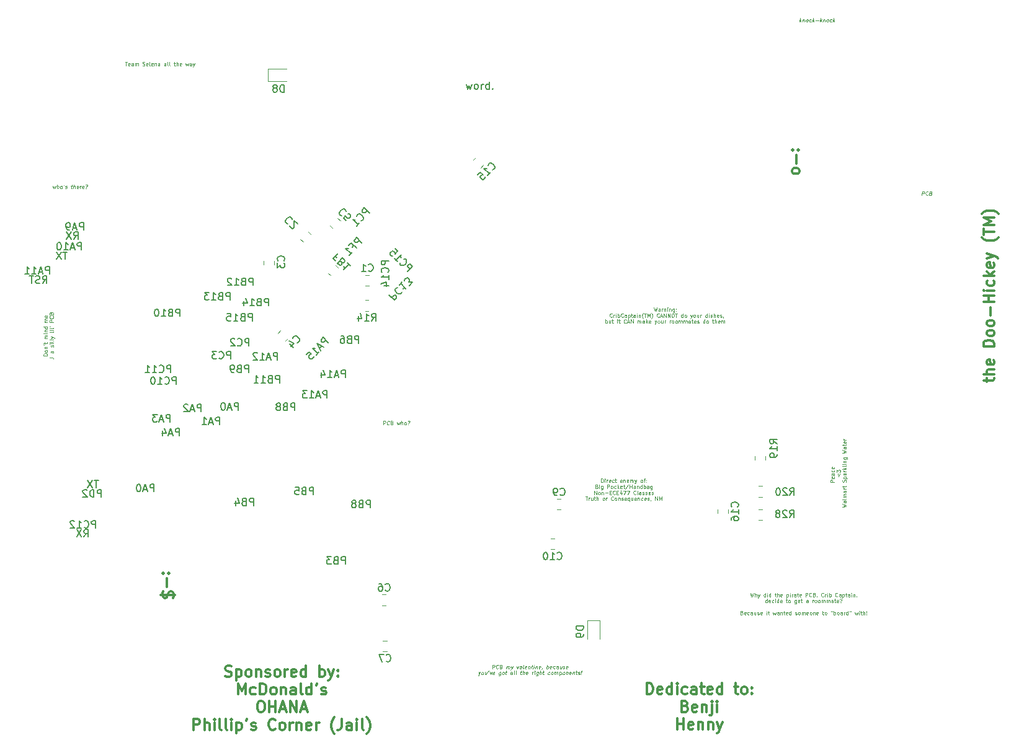
<source format=gbr>
%TF.GenerationSoftware,KiCad,Pcbnew,(6.0.4)*%
%TF.CreationDate,2023-03-10T14:52:47-05:00*%
%TF.ProjectId,cc_pcbRedo,63635f70-6362-4526-9564-6f2e6b696361,rev?*%
%TF.SameCoordinates,Original*%
%TF.FileFunction,Legend,Bot*%
%TF.FilePolarity,Positive*%
%FSLAX46Y46*%
G04 Gerber Fmt 4.6, Leading zero omitted, Abs format (unit mm)*
G04 Created by KiCad (PCBNEW (6.0.4)) date 2023-03-10 14:52:47*
%MOMM*%
%LPD*%
G01*
G04 APERTURE LIST*
%ADD10C,0.101600*%
%ADD11C,0.076200*%
%ADD12C,0.300000*%
%ADD13C,0.203200*%
%ADD14C,0.150000*%
%ADD15C,0.120000*%
G04 APERTURE END LIST*
D10*
X183218666Y-117976589D02*
X183339619Y-118484589D01*
X183436380Y-118121732D01*
X183533142Y-118484589D01*
X183654095Y-117976589D01*
X183847619Y-118484589D02*
X183847619Y-117976589D01*
X184065333Y-118484589D02*
X184065333Y-118218494D01*
X184041142Y-118170113D01*
X183992761Y-118145922D01*
X183920190Y-118145922D01*
X183871809Y-118170113D01*
X183847619Y-118194303D01*
X184258857Y-118145922D02*
X184379809Y-118484589D01*
X184500761Y-118145922D02*
X184379809Y-118484589D01*
X184331428Y-118605541D01*
X184307238Y-118629732D01*
X184258857Y-118653922D01*
X185299047Y-118484589D02*
X185299047Y-117976589D01*
X185299047Y-118460399D02*
X185250666Y-118484589D01*
X185153904Y-118484589D01*
X185105523Y-118460399D01*
X185081333Y-118436208D01*
X185057142Y-118387827D01*
X185057142Y-118242684D01*
X185081333Y-118194303D01*
X185105523Y-118170113D01*
X185153904Y-118145922D01*
X185250666Y-118145922D01*
X185299047Y-118170113D01*
X185540952Y-118484589D02*
X185540952Y-118145922D01*
X185540952Y-117976589D02*
X185516761Y-118000780D01*
X185540952Y-118024970D01*
X185565142Y-118000780D01*
X185540952Y-117976589D01*
X185540952Y-118024970D01*
X186000571Y-118484589D02*
X186000571Y-117976589D01*
X186000571Y-118460399D02*
X185952190Y-118484589D01*
X185855428Y-118484589D01*
X185807047Y-118460399D01*
X185782857Y-118436208D01*
X185758666Y-118387827D01*
X185758666Y-118242684D01*
X185782857Y-118194303D01*
X185807047Y-118170113D01*
X185855428Y-118145922D01*
X185952190Y-118145922D01*
X186000571Y-118170113D01*
X186556952Y-118145922D02*
X186750476Y-118145922D01*
X186629523Y-117976589D02*
X186629523Y-118412018D01*
X186653714Y-118460399D01*
X186702095Y-118484589D01*
X186750476Y-118484589D01*
X186919809Y-118484589D02*
X186919809Y-117976589D01*
X187137523Y-118484589D02*
X187137523Y-118218494D01*
X187113333Y-118170113D01*
X187064952Y-118145922D01*
X186992380Y-118145922D01*
X186944000Y-118170113D01*
X186919809Y-118194303D01*
X187572952Y-118460399D02*
X187524571Y-118484589D01*
X187427809Y-118484589D01*
X187379428Y-118460399D01*
X187355238Y-118412018D01*
X187355238Y-118218494D01*
X187379428Y-118170113D01*
X187427809Y-118145922D01*
X187524571Y-118145922D01*
X187572952Y-118170113D01*
X187597142Y-118218494D01*
X187597142Y-118266875D01*
X187355238Y-118315256D01*
X188201904Y-118145922D02*
X188201904Y-118653922D01*
X188201904Y-118170113D02*
X188250285Y-118145922D01*
X188347047Y-118145922D01*
X188395428Y-118170113D01*
X188419619Y-118194303D01*
X188443809Y-118242684D01*
X188443809Y-118387827D01*
X188419619Y-118436208D01*
X188395428Y-118460399D01*
X188347047Y-118484589D01*
X188250285Y-118484589D01*
X188201904Y-118460399D01*
X188661523Y-118484589D02*
X188661523Y-118145922D01*
X188661523Y-117976589D02*
X188637333Y-118000780D01*
X188661523Y-118024970D01*
X188685714Y-118000780D01*
X188661523Y-117976589D01*
X188661523Y-118024970D01*
X188903428Y-118484589D02*
X188903428Y-118145922D01*
X188903428Y-118242684D02*
X188927619Y-118194303D01*
X188951809Y-118170113D01*
X189000190Y-118145922D01*
X189048571Y-118145922D01*
X189435619Y-118484589D02*
X189435619Y-118218494D01*
X189411428Y-118170113D01*
X189363047Y-118145922D01*
X189266285Y-118145922D01*
X189217904Y-118170113D01*
X189435619Y-118460399D02*
X189387238Y-118484589D01*
X189266285Y-118484589D01*
X189217904Y-118460399D01*
X189193714Y-118412018D01*
X189193714Y-118363637D01*
X189217904Y-118315256D01*
X189266285Y-118291065D01*
X189387238Y-118291065D01*
X189435619Y-118266875D01*
X189604952Y-118145922D02*
X189798476Y-118145922D01*
X189677523Y-117976589D02*
X189677523Y-118412018D01*
X189701714Y-118460399D01*
X189750095Y-118484589D01*
X189798476Y-118484589D01*
X190161333Y-118460399D02*
X190112952Y-118484589D01*
X190016190Y-118484589D01*
X189967809Y-118460399D01*
X189943619Y-118412018D01*
X189943619Y-118218494D01*
X189967809Y-118170113D01*
X190016190Y-118145922D01*
X190112952Y-118145922D01*
X190161333Y-118170113D01*
X190185523Y-118218494D01*
X190185523Y-118266875D01*
X189943619Y-118315256D01*
X190790285Y-118484589D02*
X190790285Y-117976589D01*
X190983809Y-117976589D01*
X191032190Y-118000780D01*
X191056380Y-118024970D01*
X191080571Y-118073351D01*
X191080571Y-118145922D01*
X191056380Y-118194303D01*
X191032190Y-118218494D01*
X190983809Y-118242684D01*
X190790285Y-118242684D01*
X191588571Y-118436208D02*
X191564380Y-118460399D01*
X191491809Y-118484589D01*
X191443428Y-118484589D01*
X191370857Y-118460399D01*
X191322476Y-118412018D01*
X191298285Y-118363637D01*
X191274095Y-118266875D01*
X191274095Y-118194303D01*
X191298285Y-118097541D01*
X191322476Y-118049160D01*
X191370857Y-118000780D01*
X191443428Y-117976589D01*
X191491809Y-117976589D01*
X191564380Y-118000780D01*
X191588571Y-118024970D01*
X191975619Y-118218494D02*
X192048190Y-118242684D01*
X192072380Y-118266875D01*
X192096571Y-118315256D01*
X192096571Y-118387827D01*
X192072380Y-118436208D01*
X192048190Y-118460399D01*
X191999809Y-118484589D01*
X191806285Y-118484589D01*
X191806285Y-117976589D01*
X191975619Y-117976589D01*
X192024000Y-118000780D01*
X192048190Y-118024970D01*
X192072380Y-118073351D01*
X192072380Y-118121732D01*
X192048190Y-118170113D01*
X192024000Y-118194303D01*
X191975619Y-118218494D01*
X191806285Y-118218494D01*
X192338476Y-118460399D02*
X192338476Y-118484589D01*
X192314285Y-118532970D01*
X192290095Y-118557160D01*
X193233523Y-118436208D02*
X193209333Y-118460399D01*
X193136761Y-118484589D01*
X193088380Y-118484589D01*
X193015809Y-118460399D01*
X192967428Y-118412018D01*
X192943238Y-118363637D01*
X192919047Y-118266875D01*
X192919047Y-118194303D01*
X192943238Y-118097541D01*
X192967428Y-118049160D01*
X193015809Y-118000780D01*
X193088380Y-117976589D01*
X193136761Y-117976589D01*
X193209333Y-118000780D01*
X193233523Y-118024970D01*
X193451238Y-118484589D02*
X193451238Y-118145922D01*
X193451238Y-118242684D02*
X193475428Y-118194303D01*
X193499619Y-118170113D01*
X193548000Y-118145922D01*
X193596380Y-118145922D01*
X193765714Y-118484589D02*
X193765714Y-118145922D01*
X193765714Y-117976589D02*
X193741523Y-118000780D01*
X193765714Y-118024970D01*
X193789904Y-118000780D01*
X193765714Y-117976589D01*
X193765714Y-118024970D01*
X194007619Y-118484589D02*
X194007619Y-117976589D01*
X194007619Y-118170113D02*
X194056000Y-118145922D01*
X194152761Y-118145922D01*
X194201142Y-118170113D01*
X194225333Y-118194303D01*
X194249523Y-118242684D01*
X194249523Y-118387827D01*
X194225333Y-118436208D01*
X194201142Y-118460399D01*
X194152761Y-118484589D01*
X194056000Y-118484589D01*
X194007619Y-118460399D01*
X195144571Y-118436208D02*
X195120380Y-118460399D01*
X195047809Y-118484589D01*
X194999428Y-118484589D01*
X194926857Y-118460399D01*
X194878476Y-118412018D01*
X194854285Y-118363637D01*
X194830095Y-118266875D01*
X194830095Y-118194303D01*
X194854285Y-118097541D01*
X194878476Y-118049160D01*
X194926857Y-118000780D01*
X194999428Y-117976589D01*
X195047809Y-117976589D01*
X195120380Y-118000780D01*
X195144571Y-118024970D01*
X195580000Y-118484589D02*
X195580000Y-118218494D01*
X195555809Y-118170113D01*
X195507428Y-118145922D01*
X195410666Y-118145922D01*
X195362285Y-118170113D01*
X195580000Y-118460399D02*
X195531619Y-118484589D01*
X195410666Y-118484589D01*
X195362285Y-118460399D01*
X195338095Y-118412018D01*
X195338095Y-118363637D01*
X195362285Y-118315256D01*
X195410666Y-118291065D01*
X195531619Y-118291065D01*
X195580000Y-118266875D01*
X195821904Y-118145922D02*
X195821904Y-118653922D01*
X195821904Y-118170113D02*
X195870285Y-118145922D01*
X195967047Y-118145922D01*
X196015428Y-118170113D01*
X196039619Y-118194303D01*
X196063809Y-118242684D01*
X196063809Y-118387827D01*
X196039619Y-118436208D01*
X196015428Y-118460399D01*
X195967047Y-118484589D01*
X195870285Y-118484589D01*
X195821904Y-118460399D01*
X196208952Y-118145922D02*
X196402476Y-118145922D01*
X196281523Y-117976589D02*
X196281523Y-118412018D01*
X196305714Y-118460399D01*
X196354095Y-118484589D01*
X196402476Y-118484589D01*
X196789523Y-118484589D02*
X196789523Y-118218494D01*
X196765333Y-118170113D01*
X196716952Y-118145922D01*
X196620190Y-118145922D01*
X196571809Y-118170113D01*
X196789523Y-118460399D02*
X196741142Y-118484589D01*
X196620190Y-118484589D01*
X196571809Y-118460399D01*
X196547619Y-118412018D01*
X196547619Y-118363637D01*
X196571809Y-118315256D01*
X196620190Y-118291065D01*
X196741142Y-118291065D01*
X196789523Y-118266875D01*
X197031428Y-118484589D02*
X197031428Y-118145922D01*
X197031428Y-117976589D02*
X197007238Y-118000780D01*
X197031428Y-118024970D01*
X197055619Y-118000780D01*
X197031428Y-117976589D01*
X197031428Y-118024970D01*
X197273333Y-118145922D02*
X197273333Y-118484589D01*
X197273333Y-118194303D02*
X197297523Y-118170113D01*
X197345904Y-118145922D01*
X197418476Y-118145922D01*
X197466857Y-118170113D01*
X197491047Y-118218494D01*
X197491047Y-118484589D01*
X197757142Y-118460399D02*
X197757142Y-118484589D01*
X197732952Y-118532970D01*
X197708761Y-118557160D01*
X185528857Y-119302469D02*
X185528857Y-118794469D01*
X185528857Y-119278279D02*
X185480476Y-119302469D01*
X185383714Y-119302469D01*
X185335333Y-119278279D01*
X185311142Y-119254088D01*
X185286952Y-119205707D01*
X185286952Y-119060564D01*
X185311142Y-119012183D01*
X185335333Y-118987993D01*
X185383714Y-118963802D01*
X185480476Y-118963802D01*
X185528857Y-118987993D01*
X185964285Y-119278279D02*
X185915904Y-119302469D01*
X185819142Y-119302469D01*
X185770761Y-119278279D01*
X185746571Y-119229898D01*
X185746571Y-119036374D01*
X185770761Y-118987993D01*
X185819142Y-118963802D01*
X185915904Y-118963802D01*
X185964285Y-118987993D01*
X185988476Y-119036374D01*
X185988476Y-119084755D01*
X185746571Y-119133136D01*
X186423904Y-119278279D02*
X186375523Y-119302469D01*
X186278761Y-119302469D01*
X186230380Y-119278279D01*
X186206190Y-119254088D01*
X186182000Y-119205707D01*
X186182000Y-119060564D01*
X186206190Y-119012183D01*
X186230380Y-118987993D01*
X186278761Y-118963802D01*
X186375523Y-118963802D01*
X186423904Y-118987993D01*
X186641619Y-119302469D02*
X186641619Y-118963802D01*
X186641619Y-118794469D02*
X186617428Y-118818660D01*
X186641619Y-118842850D01*
X186665809Y-118818660D01*
X186641619Y-118794469D01*
X186641619Y-118842850D01*
X187101238Y-119302469D02*
X187101238Y-118794469D01*
X187101238Y-119278279D02*
X187052857Y-119302469D01*
X186956095Y-119302469D01*
X186907714Y-119278279D01*
X186883523Y-119254088D01*
X186859333Y-119205707D01*
X186859333Y-119060564D01*
X186883523Y-119012183D01*
X186907714Y-118987993D01*
X186956095Y-118963802D01*
X187052857Y-118963802D01*
X187101238Y-118987993D01*
X187536666Y-119278279D02*
X187488285Y-119302469D01*
X187391523Y-119302469D01*
X187343142Y-119278279D01*
X187318952Y-119229898D01*
X187318952Y-119036374D01*
X187343142Y-118987993D01*
X187391523Y-118963802D01*
X187488285Y-118963802D01*
X187536666Y-118987993D01*
X187560857Y-119036374D01*
X187560857Y-119084755D01*
X187318952Y-119133136D01*
X188093047Y-118963802D02*
X188286571Y-118963802D01*
X188165619Y-118794469D02*
X188165619Y-119229898D01*
X188189809Y-119278279D01*
X188238190Y-119302469D01*
X188286571Y-119302469D01*
X188528476Y-119302469D02*
X188480095Y-119278279D01*
X188455904Y-119254088D01*
X188431714Y-119205707D01*
X188431714Y-119060564D01*
X188455904Y-119012183D01*
X188480095Y-118987993D01*
X188528476Y-118963802D01*
X188601047Y-118963802D01*
X188649428Y-118987993D01*
X188673619Y-119012183D01*
X188697809Y-119060564D01*
X188697809Y-119205707D01*
X188673619Y-119254088D01*
X188649428Y-119278279D01*
X188601047Y-119302469D01*
X188528476Y-119302469D01*
X189520285Y-118963802D02*
X189520285Y-119375040D01*
X189496095Y-119423421D01*
X189471904Y-119447612D01*
X189423523Y-119471802D01*
X189350952Y-119471802D01*
X189302571Y-119447612D01*
X189520285Y-119278279D02*
X189471904Y-119302469D01*
X189375142Y-119302469D01*
X189326761Y-119278279D01*
X189302571Y-119254088D01*
X189278380Y-119205707D01*
X189278380Y-119060564D01*
X189302571Y-119012183D01*
X189326761Y-118987993D01*
X189375142Y-118963802D01*
X189471904Y-118963802D01*
X189520285Y-118987993D01*
X189955714Y-119278279D02*
X189907333Y-119302469D01*
X189810571Y-119302469D01*
X189762190Y-119278279D01*
X189738000Y-119229898D01*
X189738000Y-119036374D01*
X189762190Y-118987993D01*
X189810571Y-118963802D01*
X189907333Y-118963802D01*
X189955714Y-118987993D01*
X189979904Y-119036374D01*
X189979904Y-119084755D01*
X189738000Y-119133136D01*
X190125047Y-118963802D02*
X190318571Y-118963802D01*
X190197619Y-118794469D02*
X190197619Y-119229898D01*
X190221809Y-119278279D01*
X190270190Y-119302469D01*
X190318571Y-119302469D01*
X191092666Y-119302469D02*
X191092666Y-119036374D01*
X191068476Y-118987993D01*
X191020095Y-118963802D01*
X190923333Y-118963802D01*
X190874952Y-118987993D01*
X191092666Y-119278279D02*
X191044285Y-119302469D01*
X190923333Y-119302469D01*
X190874952Y-119278279D01*
X190850761Y-119229898D01*
X190850761Y-119181517D01*
X190874952Y-119133136D01*
X190923333Y-119108945D01*
X191044285Y-119108945D01*
X191092666Y-119084755D01*
X191721619Y-119302469D02*
X191721619Y-118963802D01*
X191721619Y-119060564D02*
X191745809Y-119012183D01*
X191770000Y-118987993D01*
X191818380Y-118963802D01*
X191866761Y-118963802D01*
X192108666Y-119302469D02*
X192060285Y-119278279D01*
X192036095Y-119254088D01*
X192011904Y-119205707D01*
X192011904Y-119060564D01*
X192036095Y-119012183D01*
X192060285Y-118987993D01*
X192108666Y-118963802D01*
X192181238Y-118963802D01*
X192229619Y-118987993D01*
X192253809Y-119012183D01*
X192278000Y-119060564D01*
X192278000Y-119205707D01*
X192253809Y-119254088D01*
X192229619Y-119278279D01*
X192181238Y-119302469D01*
X192108666Y-119302469D01*
X192568285Y-119302469D02*
X192519904Y-119278279D01*
X192495714Y-119254088D01*
X192471523Y-119205707D01*
X192471523Y-119060564D01*
X192495714Y-119012183D01*
X192519904Y-118987993D01*
X192568285Y-118963802D01*
X192640857Y-118963802D01*
X192689238Y-118987993D01*
X192713428Y-119012183D01*
X192737619Y-119060564D01*
X192737619Y-119205707D01*
X192713428Y-119254088D01*
X192689238Y-119278279D01*
X192640857Y-119302469D01*
X192568285Y-119302469D01*
X192955333Y-119302469D02*
X192955333Y-118963802D01*
X192955333Y-119012183D02*
X192979523Y-118987993D01*
X193027904Y-118963802D01*
X193100476Y-118963802D01*
X193148857Y-118987993D01*
X193173047Y-119036374D01*
X193173047Y-119302469D01*
X193173047Y-119036374D02*
X193197238Y-118987993D01*
X193245619Y-118963802D01*
X193318190Y-118963802D01*
X193366571Y-118987993D01*
X193390761Y-119036374D01*
X193390761Y-119302469D01*
X193632666Y-119302469D02*
X193632666Y-118963802D01*
X193632666Y-119012183D02*
X193656857Y-118987993D01*
X193705238Y-118963802D01*
X193777809Y-118963802D01*
X193826190Y-118987993D01*
X193850380Y-119036374D01*
X193850380Y-119302469D01*
X193850380Y-119036374D02*
X193874571Y-118987993D01*
X193922952Y-118963802D01*
X193995523Y-118963802D01*
X194043904Y-118987993D01*
X194068095Y-119036374D01*
X194068095Y-119302469D01*
X194527714Y-119302469D02*
X194527714Y-119036374D01*
X194503523Y-118987993D01*
X194455142Y-118963802D01*
X194358380Y-118963802D01*
X194310000Y-118987993D01*
X194527714Y-119278279D02*
X194479333Y-119302469D01*
X194358380Y-119302469D01*
X194310000Y-119278279D01*
X194285809Y-119229898D01*
X194285809Y-119181517D01*
X194310000Y-119133136D01*
X194358380Y-119108945D01*
X194479333Y-119108945D01*
X194527714Y-119084755D01*
X194697047Y-118963802D02*
X194890571Y-118963802D01*
X194769619Y-118794469D02*
X194769619Y-119229898D01*
X194793809Y-119278279D01*
X194842190Y-119302469D01*
X194890571Y-119302469D01*
X195253428Y-119278279D02*
X195205047Y-119302469D01*
X195108285Y-119302469D01*
X195059904Y-119278279D01*
X195035714Y-119229898D01*
X195035714Y-119036374D01*
X195059904Y-118987993D01*
X195108285Y-118963802D01*
X195205047Y-118963802D01*
X195253428Y-118987993D01*
X195277619Y-119036374D01*
X195277619Y-119084755D01*
X195035714Y-119133136D01*
X195567904Y-119254088D02*
X195592095Y-119278279D01*
X195567904Y-119302469D01*
X195543714Y-119278279D01*
X195567904Y-119254088D01*
X195567904Y-119302469D01*
X195471142Y-118818660D02*
X195519523Y-118794469D01*
X195640476Y-118794469D01*
X195688857Y-118818660D01*
X195713047Y-118867040D01*
X195713047Y-118915421D01*
X195688857Y-118963802D01*
X195664666Y-118987993D01*
X195616285Y-119012183D01*
X195592095Y-119036374D01*
X195567904Y-119084755D01*
X195567904Y-119108945D01*
X182081714Y-120672134D02*
X182154285Y-120696324D01*
X182178476Y-120720515D01*
X182202666Y-120768896D01*
X182202666Y-120841467D01*
X182178476Y-120889848D01*
X182154285Y-120914039D01*
X182105904Y-120938229D01*
X181912380Y-120938229D01*
X181912380Y-120430229D01*
X182081714Y-120430229D01*
X182130095Y-120454420D01*
X182154285Y-120478610D01*
X182178476Y-120526991D01*
X182178476Y-120575372D01*
X182154285Y-120623753D01*
X182130095Y-120647943D01*
X182081714Y-120672134D01*
X181912380Y-120672134D01*
X182613904Y-120914039D02*
X182565523Y-120938229D01*
X182468761Y-120938229D01*
X182420380Y-120914039D01*
X182396190Y-120865658D01*
X182396190Y-120672134D01*
X182420380Y-120623753D01*
X182468761Y-120599562D01*
X182565523Y-120599562D01*
X182613904Y-120623753D01*
X182638095Y-120672134D01*
X182638095Y-120720515D01*
X182396190Y-120768896D01*
X183073523Y-120914039D02*
X183025142Y-120938229D01*
X182928380Y-120938229D01*
X182880000Y-120914039D01*
X182855809Y-120889848D01*
X182831619Y-120841467D01*
X182831619Y-120696324D01*
X182855809Y-120647943D01*
X182880000Y-120623753D01*
X182928380Y-120599562D01*
X183025142Y-120599562D01*
X183073523Y-120623753D01*
X183508952Y-120938229D02*
X183508952Y-120672134D01*
X183484761Y-120623753D01*
X183436380Y-120599562D01*
X183339619Y-120599562D01*
X183291238Y-120623753D01*
X183508952Y-120914039D02*
X183460571Y-120938229D01*
X183339619Y-120938229D01*
X183291238Y-120914039D01*
X183267047Y-120865658D01*
X183267047Y-120817277D01*
X183291238Y-120768896D01*
X183339619Y-120744705D01*
X183460571Y-120744705D01*
X183508952Y-120720515D01*
X183968571Y-120599562D02*
X183968571Y-120938229D01*
X183750857Y-120599562D02*
X183750857Y-120865658D01*
X183775047Y-120914039D01*
X183823428Y-120938229D01*
X183896000Y-120938229D01*
X183944380Y-120914039D01*
X183968571Y-120889848D01*
X184186285Y-120914039D02*
X184234666Y-120938229D01*
X184331428Y-120938229D01*
X184379809Y-120914039D01*
X184404000Y-120865658D01*
X184404000Y-120841467D01*
X184379809Y-120793086D01*
X184331428Y-120768896D01*
X184258857Y-120768896D01*
X184210476Y-120744705D01*
X184186285Y-120696324D01*
X184186285Y-120672134D01*
X184210476Y-120623753D01*
X184258857Y-120599562D01*
X184331428Y-120599562D01*
X184379809Y-120623753D01*
X184815238Y-120914039D02*
X184766857Y-120938229D01*
X184670095Y-120938229D01*
X184621714Y-120914039D01*
X184597523Y-120865658D01*
X184597523Y-120672134D01*
X184621714Y-120623753D01*
X184670095Y-120599562D01*
X184766857Y-120599562D01*
X184815238Y-120623753D01*
X184839428Y-120672134D01*
X184839428Y-120720515D01*
X184597523Y-120768896D01*
X185444190Y-120938229D02*
X185444190Y-120599562D01*
X185444190Y-120430229D02*
X185420000Y-120454420D01*
X185444190Y-120478610D01*
X185468380Y-120454420D01*
X185444190Y-120430229D01*
X185444190Y-120478610D01*
X185613523Y-120599562D02*
X185807047Y-120599562D01*
X185686095Y-120430229D02*
X185686095Y-120865658D01*
X185710285Y-120914039D01*
X185758666Y-120938229D01*
X185807047Y-120938229D01*
X186315047Y-120599562D02*
X186411809Y-120938229D01*
X186508571Y-120696324D01*
X186605333Y-120938229D01*
X186702095Y-120599562D01*
X187113333Y-120938229D02*
X187113333Y-120672134D01*
X187089142Y-120623753D01*
X187040761Y-120599562D01*
X186944000Y-120599562D01*
X186895619Y-120623753D01*
X187113333Y-120914039D02*
X187064952Y-120938229D01*
X186944000Y-120938229D01*
X186895619Y-120914039D01*
X186871428Y-120865658D01*
X186871428Y-120817277D01*
X186895619Y-120768896D01*
X186944000Y-120744705D01*
X187064952Y-120744705D01*
X187113333Y-120720515D01*
X187355238Y-120599562D02*
X187355238Y-120938229D01*
X187355238Y-120647943D02*
X187379428Y-120623753D01*
X187427809Y-120599562D01*
X187500380Y-120599562D01*
X187548761Y-120623753D01*
X187572952Y-120672134D01*
X187572952Y-120938229D01*
X187742285Y-120599562D02*
X187935809Y-120599562D01*
X187814857Y-120430229D02*
X187814857Y-120865658D01*
X187839047Y-120914039D01*
X187887428Y-120938229D01*
X187935809Y-120938229D01*
X188298666Y-120914039D02*
X188250285Y-120938229D01*
X188153523Y-120938229D01*
X188105142Y-120914039D01*
X188080952Y-120865658D01*
X188080952Y-120672134D01*
X188105142Y-120623753D01*
X188153523Y-120599562D01*
X188250285Y-120599562D01*
X188298666Y-120623753D01*
X188322857Y-120672134D01*
X188322857Y-120720515D01*
X188080952Y-120768896D01*
X188758285Y-120938229D02*
X188758285Y-120430229D01*
X188758285Y-120914039D02*
X188709904Y-120938229D01*
X188613142Y-120938229D01*
X188564761Y-120914039D01*
X188540571Y-120889848D01*
X188516380Y-120841467D01*
X188516380Y-120696324D01*
X188540571Y-120647943D01*
X188564761Y-120623753D01*
X188613142Y-120599562D01*
X188709904Y-120599562D01*
X188758285Y-120623753D01*
X189363047Y-120914039D02*
X189411428Y-120938229D01*
X189508190Y-120938229D01*
X189556571Y-120914039D01*
X189580761Y-120865658D01*
X189580761Y-120841467D01*
X189556571Y-120793086D01*
X189508190Y-120768896D01*
X189435619Y-120768896D01*
X189387238Y-120744705D01*
X189363047Y-120696324D01*
X189363047Y-120672134D01*
X189387238Y-120623753D01*
X189435619Y-120599562D01*
X189508190Y-120599562D01*
X189556571Y-120623753D01*
X189871047Y-120938229D02*
X189822666Y-120914039D01*
X189798476Y-120889848D01*
X189774285Y-120841467D01*
X189774285Y-120696324D01*
X189798476Y-120647943D01*
X189822666Y-120623753D01*
X189871047Y-120599562D01*
X189943619Y-120599562D01*
X189992000Y-120623753D01*
X190016190Y-120647943D01*
X190040380Y-120696324D01*
X190040380Y-120841467D01*
X190016190Y-120889848D01*
X189992000Y-120914039D01*
X189943619Y-120938229D01*
X189871047Y-120938229D01*
X190258095Y-120938229D02*
X190258095Y-120599562D01*
X190258095Y-120647943D02*
X190282285Y-120623753D01*
X190330666Y-120599562D01*
X190403238Y-120599562D01*
X190451619Y-120623753D01*
X190475809Y-120672134D01*
X190475809Y-120938229D01*
X190475809Y-120672134D02*
X190500000Y-120623753D01*
X190548380Y-120599562D01*
X190620952Y-120599562D01*
X190669333Y-120623753D01*
X190693523Y-120672134D01*
X190693523Y-120938229D01*
X191128952Y-120914039D02*
X191080571Y-120938229D01*
X190983809Y-120938229D01*
X190935428Y-120914039D01*
X190911238Y-120865658D01*
X190911238Y-120672134D01*
X190935428Y-120623753D01*
X190983809Y-120599562D01*
X191080571Y-120599562D01*
X191128952Y-120623753D01*
X191153142Y-120672134D01*
X191153142Y-120720515D01*
X190911238Y-120768896D01*
X191443428Y-120938229D02*
X191395047Y-120914039D01*
X191370857Y-120889848D01*
X191346666Y-120841467D01*
X191346666Y-120696324D01*
X191370857Y-120647943D01*
X191395047Y-120623753D01*
X191443428Y-120599562D01*
X191516000Y-120599562D01*
X191564380Y-120623753D01*
X191588571Y-120647943D01*
X191612761Y-120696324D01*
X191612761Y-120841467D01*
X191588571Y-120889848D01*
X191564380Y-120914039D01*
X191516000Y-120938229D01*
X191443428Y-120938229D01*
X191830476Y-120599562D02*
X191830476Y-120938229D01*
X191830476Y-120647943D02*
X191854666Y-120623753D01*
X191903047Y-120599562D01*
X191975619Y-120599562D01*
X192024000Y-120623753D01*
X192048190Y-120672134D01*
X192048190Y-120938229D01*
X192483619Y-120914039D02*
X192435238Y-120938229D01*
X192338476Y-120938229D01*
X192290095Y-120914039D01*
X192265904Y-120865658D01*
X192265904Y-120672134D01*
X192290095Y-120623753D01*
X192338476Y-120599562D01*
X192435238Y-120599562D01*
X192483619Y-120623753D01*
X192507809Y-120672134D01*
X192507809Y-120720515D01*
X192265904Y-120768896D01*
X193040000Y-120599562D02*
X193233523Y-120599562D01*
X193112571Y-120430229D02*
X193112571Y-120865658D01*
X193136761Y-120914039D01*
X193185142Y-120938229D01*
X193233523Y-120938229D01*
X193475428Y-120938229D02*
X193427047Y-120914039D01*
X193402857Y-120889848D01*
X193378666Y-120841467D01*
X193378666Y-120696324D01*
X193402857Y-120647943D01*
X193427047Y-120623753D01*
X193475428Y-120599562D01*
X193548000Y-120599562D01*
X193596380Y-120623753D01*
X193620571Y-120647943D01*
X193644761Y-120696324D01*
X193644761Y-120841467D01*
X193620571Y-120889848D01*
X193596380Y-120914039D01*
X193548000Y-120938229D01*
X193475428Y-120938229D01*
X194225333Y-120430229D02*
X194225333Y-120526991D01*
X194418857Y-120430229D02*
X194418857Y-120526991D01*
X194636571Y-120938229D02*
X194636571Y-120430229D01*
X194636571Y-120623753D02*
X194684952Y-120599562D01*
X194781714Y-120599562D01*
X194830095Y-120623753D01*
X194854285Y-120647943D01*
X194878476Y-120696324D01*
X194878476Y-120841467D01*
X194854285Y-120889848D01*
X194830095Y-120914039D01*
X194781714Y-120938229D01*
X194684952Y-120938229D01*
X194636571Y-120914039D01*
X195168761Y-120938229D02*
X195120380Y-120914039D01*
X195096190Y-120889848D01*
X195072000Y-120841467D01*
X195072000Y-120696324D01*
X195096190Y-120647943D01*
X195120380Y-120623753D01*
X195168761Y-120599562D01*
X195241333Y-120599562D01*
X195289714Y-120623753D01*
X195313904Y-120647943D01*
X195338095Y-120696324D01*
X195338095Y-120841467D01*
X195313904Y-120889848D01*
X195289714Y-120914039D01*
X195241333Y-120938229D01*
X195168761Y-120938229D01*
X195773523Y-120938229D02*
X195773523Y-120672134D01*
X195749333Y-120623753D01*
X195700952Y-120599562D01*
X195604190Y-120599562D01*
X195555809Y-120623753D01*
X195773523Y-120914039D02*
X195725142Y-120938229D01*
X195604190Y-120938229D01*
X195555809Y-120914039D01*
X195531619Y-120865658D01*
X195531619Y-120817277D01*
X195555809Y-120768896D01*
X195604190Y-120744705D01*
X195725142Y-120744705D01*
X195773523Y-120720515D01*
X196015428Y-120938229D02*
X196015428Y-120599562D01*
X196015428Y-120696324D02*
X196039619Y-120647943D01*
X196063809Y-120623753D01*
X196112190Y-120599562D01*
X196160571Y-120599562D01*
X196547619Y-120938229D02*
X196547619Y-120430229D01*
X196547619Y-120914039D02*
X196499238Y-120938229D01*
X196402476Y-120938229D01*
X196354095Y-120914039D01*
X196329904Y-120889848D01*
X196305714Y-120841467D01*
X196305714Y-120696324D01*
X196329904Y-120647943D01*
X196354095Y-120623753D01*
X196402476Y-120599562D01*
X196499238Y-120599562D01*
X196547619Y-120623753D01*
X196765333Y-120430229D02*
X196765333Y-120526991D01*
X196958857Y-120430229D02*
X196958857Y-120526991D01*
X197515238Y-120599562D02*
X197612000Y-120938229D01*
X197708761Y-120696324D01*
X197805523Y-120938229D01*
X197902285Y-120599562D01*
X198095809Y-120938229D02*
X198095809Y-120599562D01*
X198095809Y-120430229D02*
X198071619Y-120454420D01*
X198095809Y-120478610D01*
X198120000Y-120454420D01*
X198095809Y-120430229D01*
X198095809Y-120478610D01*
X198265142Y-120599562D02*
X198458666Y-120599562D01*
X198337714Y-120430229D02*
X198337714Y-120865658D01*
X198361904Y-120914039D01*
X198410285Y-120938229D01*
X198458666Y-120938229D01*
X198628000Y-120938229D02*
X198628000Y-120430229D01*
X198845714Y-120938229D02*
X198845714Y-120672134D01*
X198821523Y-120623753D01*
X198773142Y-120599562D01*
X198700571Y-120599562D01*
X198652190Y-120623753D01*
X198628000Y-120647943D01*
X199087619Y-120889848D02*
X199111809Y-120914039D01*
X199087619Y-120938229D01*
X199063428Y-120914039D01*
X199087619Y-120889848D01*
X199087619Y-120938229D01*
X199087619Y-120744705D02*
X199063428Y-120454420D01*
X199087619Y-120430229D01*
X199111809Y-120454420D01*
X199087619Y-120744705D01*
X199087619Y-120430229D01*
D11*
X147998832Y-128319462D02*
X148062332Y-127811462D01*
X148255855Y-127811462D01*
X148301213Y-127835653D01*
X148322379Y-127859843D01*
X148340522Y-127908224D01*
X148331451Y-127980795D01*
X148301213Y-128029176D01*
X148273998Y-128053367D01*
X148222594Y-128077557D01*
X148029070Y-128077557D01*
X148803165Y-128271081D02*
X148775951Y-128295272D01*
X148700355Y-128319462D01*
X148651974Y-128319462D01*
X148582427Y-128295272D01*
X148540094Y-128246891D01*
X148521951Y-128198510D01*
X148509855Y-128101748D01*
X148518927Y-128029176D01*
X148555213Y-127932414D01*
X148585451Y-127884033D01*
X148639879Y-127835653D01*
X148715474Y-127811462D01*
X148763855Y-127811462D01*
X148833403Y-127835653D01*
X148854570Y-127859843D01*
X149217427Y-128053367D02*
X149286974Y-128077557D01*
X149308141Y-128101748D01*
X149326284Y-128150129D01*
X149317213Y-128222700D01*
X149286974Y-128271081D01*
X149259760Y-128295272D01*
X149208355Y-128319462D01*
X149014832Y-128319462D01*
X149078332Y-127811462D01*
X149247665Y-127811462D01*
X149293022Y-127835653D01*
X149314189Y-127859843D01*
X149332332Y-127908224D01*
X149326284Y-127956605D01*
X149296046Y-128004986D01*
X149268832Y-128029176D01*
X149217427Y-128053367D01*
X149048094Y-128053367D01*
X149909879Y-128319462D02*
X149952213Y-127980795D01*
X149946165Y-128029176D02*
X149973379Y-128004986D01*
X150024784Y-127980795D01*
X150097355Y-127980795D01*
X150142713Y-128004986D01*
X150160855Y-128053367D01*
X150127594Y-128319462D01*
X150160855Y-128053367D02*
X150191094Y-128004986D01*
X150242498Y-127980795D01*
X150315070Y-127980795D01*
X150360427Y-128004986D01*
X150378570Y-128053367D01*
X150345308Y-128319462D01*
X150581165Y-127980795D02*
X150659784Y-128319462D01*
X150823070Y-127980795D02*
X150659784Y-128319462D01*
X150596284Y-128440414D01*
X150569070Y-128464605D01*
X150517665Y-128488795D01*
X151355260Y-127980795D02*
X151433879Y-128319462D01*
X151597165Y-127980795D01*
X151966070Y-128319462D02*
X151999332Y-128053367D01*
X151981189Y-128004986D01*
X151935832Y-127980795D01*
X151839070Y-127980795D01*
X151787665Y-128004986D01*
X151969094Y-128295272D02*
X151917689Y-128319462D01*
X151796736Y-128319462D01*
X151751379Y-128295272D01*
X151733236Y-128246891D01*
X151739284Y-128198510D01*
X151769522Y-128150129D01*
X151820927Y-128125938D01*
X151941879Y-128125938D01*
X151993284Y-128101748D01*
X152280546Y-128319462D02*
X152235189Y-128295272D01*
X152217046Y-128246891D01*
X152271474Y-127811462D01*
X152670617Y-128295272D02*
X152619213Y-128319462D01*
X152522451Y-128319462D01*
X152477094Y-128295272D01*
X152458951Y-128246891D01*
X152483141Y-128053367D01*
X152513379Y-128004986D01*
X152564784Y-127980795D01*
X152661546Y-127980795D01*
X152706903Y-128004986D01*
X152725046Y-128053367D01*
X152718998Y-128101748D01*
X152471046Y-128150129D01*
X152951832Y-127980795D02*
X152909498Y-128319462D01*
X152945784Y-128029176D02*
X152972998Y-128004986D01*
X153024403Y-127980795D01*
X153096974Y-127980795D01*
X153142332Y-128004986D01*
X153160474Y-128053367D01*
X153127213Y-128319462D01*
X153338879Y-127980795D02*
X153532403Y-127980795D01*
X153432617Y-127811462D02*
X153378189Y-128246891D01*
X153396332Y-128295272D01*
X153441689Y-128319462D01*
X153490070Y-128319462D01*
X153659403Y-128319462D02*
X153701736Y-127980795D01*
X153722903Y-127811462D02*
X153695689Y-127835653D01*
X153716855Y-127859843D01*
X153744070Y-127835653D01*
X153722903Y-127811462D01*
X153716855Y-127859843D01*
X153943641Y-127980795D02*
X153901308Y-128319462D01*
X153937594Y-128029176D02*
X153964808Y-128004986D01*
X154016213Y-127980795D01*
X154088784Y-127980795D01*
X154134141Y-128004986D01*
X154152284Y-128053367D01*
X154119022Y-128319462D01*
X154557474Y-128295272D02*
X154506070Y-128319462D01*
X154409308Y-128319462D01*
X154363951Y-128295272D01*
X154345808Y-128246891D01*
X154369998Y-128053367D01*
X154400236Y-128004986D01*
X154451641Y-127980795D01*
X154548403Y-127980795D01*
X154593760Y-128004986D01*
X154611903Y-128053367D01*
X154605855Y-128101748D01*
X154357903Y-128150129D01*
X154823570Y-128295272D02*
X154820546Y-128319462D01*
X154790308Y-128367843D01*
X154763094Y-128392033D01*
X155425308Y-128319462D02*
X155488808Y-127811462D01*
X155464617Y-128004986D02*
X155516022Y-127980795D01*
X155612784Y-127980795D01*
X155658141Y-128004986D01*
X155679308Y-128029176D01*
X155697451Y-128077557D01*
X155679308Y-128222700D01*
X155649070Y-128271081D01*
X155621855Y-128295272D01*
X155570451Y-128319462D01*
X155473689Y-128319462D01*
X155428332Y-128295272D01*
X156081474Y-128295272D02*
X156030070Y-128319462D01*
X155933308Y-128319462D01*
X155887951Y-128295272D01*
X155869808Y-128246891D01*
X155893998Y-128053367D01*
X155924236Y-128004986D01*
X155975641Y-127980795D01*
X156072403Y-127980795D01*
X156117760Y-128004986D01*
X156135903Y-128053367D01*
X156129855Y-128101748D01*
X155881903Y-128150129D01*
X156541094Y-128295272D02*
X156489689Y-128319462D01*
X156392927Y-128319462D01*
X156347570Y-128295272D01*
X156326403Y-128271081D01*
X156308260Y-128222700D01*
X156326403Y-128077557D01*
X156356641Y-128029176D01*
X156383855Y-128004986D01*
X156435260Y-127980795D01*
X156532022Y-127980795D01*
X156577379Y-128004986D01*
X156973498Y-128319462D02*
X157006760Y-128053367D01*
X156988617Y-128004986D01*
X156943260Y-127980795D01*
X156846498Y-127980795D01*
X156795094Y-128004986D01*
X156976522Y-128295272D02*
X156925117Y-128319462D01*
X156804165Y-128319462D01*
X156758808Y-128295272D01*
X156740665Y-128246891D01*
X156746713Y-128198510D01*
X156776951Y-128150129D01*
X156828355Y-128125938D01*
X156949308Y-128125938D01*
X157000713Y-128101748D01*
X157475451Y-127980795D02*
X157433117Y-128319462D01*
X157257736Y-127980795D02*
X157224474Y-128246891D01*
X157242617Y-128295272D01*
X157287974Y-128319462D01*
X157360546Y-128319462D01*
X157411951Y-128295272D01*
X157439165Y-128271081D01*
X157653855Y-128295272D02*
X157699213Y-128319462D01*
X157795974Y-128319462D01*
X157847379Y-128295272D01*
X157877617Y-128246891D01*
X157880641Y-128222700D01*
X157862498Y-128174319D01*
X157817141Y-128150129D01*
X157744570Y-128150129D01*
X157699213Y-128125938D01*
X157681070Y-128077557D01*
X157684094Y-128053367D01*
X157714332Y-128004986D01*
X157765736Y-127980795D01*
X157838308Y-127980795D01*
X157883665Y-128004986D01*
X158282808Y-128295272D02*
X158231403Y-128319462D01*
X158134641Y-128319462D01*
X158089284Y-128295272D01*
X158071141Y-128246891D01*
X158095332Y-128053367D01*
X158125570Y-128004986D01*
X158176974Y-127980795D01*
X158273736Y-127980795D01*
X158319094Y-128004986D01*
X158337236Y-128053367D01*
X158331189Y-128101748D01*
X158083236Y-128150129D01*
X146130117Y-128798675D02*
X146208736Y-129137342D01*
X146372022Y-128798675D02*
X146208736Y-129137342D01*
X146145236Y-129258294D01*
X146118022Y-129282485D01*
X146066617Y-129306675D01*
X146595784Y-129137342D02*
X146550427Y-129113152D01*
X146529260Y-129088961D01*
X146511117Y-129040580D01*
X146529260Y-128895437D01*
X146559498Y-128847056D01*
X146586713Y-128822866D01*
X146638117Y-128798675D01*
X146710689Y-128798675D01*
X146756046Y-128822866D01*
X146777213Y-128847056D01*
X146795355Y-128895437D01*
X146777213Y-129040580D01*
X146746974Y-129088961D01*
X146719760Y-129113152D01*
X146668355Y-129137342D01*
X146595784Y-129137342D01*
X147242879Y-128798675D02*
X147200546Y-129137342D01*
X147025165Y-128798675D02*
X146991903Y-129064771D01*
X147010046Y-129113152D01*
X147055403Y-129137342D01*
X147127974Y-129137342D01*
X147179379Y-129113152D01*
X147206594Y-129088961D01*
X147530141Y-128629342D02*
X147469665Y-128726104D01*
X147678308Y-128798675D02*
X147756927Y-129137342D01*
X147920213Y-128798675D01*
X148267951Y-129113152D02*
X148216546Y-129137342D01*
X148119784Y-129137342D01*
X148074427Y-129113152D01*
X148056284Y-129064771D01*
X148080474Y-128871247D01*
X148110713Y-128822866D01*
X148162117Y-128798675D01*
X148258879Y-128798675D01*
X148304236Y-128822866D01*
X148322379Y-128871247D01*
X148316332Y-128919628D01*
X148068379Y-128968009D01*
X149153927Y-128798675D02*
X149102522Y-129209913D01*
X149072284Y-129258294D01*
X149045070Y-129282485D01*
X148993665Y-129306675D01*
X148921094Y-129306675D01*
X148875736Y-129282485D01*
X149114617Y-129113152D02*
X149063213Y-129137342D01*
X148966451Y-129137342D01*
X148921094Y-129113152D01*
X148899927Y-129088961D01*
X148881784Y-129040580D01*
X148899927Y-128895437D01*
X148930165Y-128847056D01*
X148957379Y-128822866D01*
X149008784Y-128798675D01*
X149105546Y-128798675D01*
X149150903Y-128822866D01*
X149426070Y-129137342D02*
X149380713Y-129113152D01*
X149359546Y-129088961D01*
X149341403Y-129040580D01*
X149359546Y-128895437D01*
X149389784Y-128847056D01*
X149416998Y-128822866D01*
X149468403Y-128798675D01*
X149540974Y-128798675D01*
X149586332Y-128822866D01*
X149607498Y-128847056D01*
X149625641Y-128895437D01*
X149607498Y-129040580D01*
X149577260Y-129088961D01*
X149550046Y-129113152D01*
X149498641Y-129137342D01*
X149426070Y-129137342D01*
X149782879Y-128798675D02*
X149976403Y-128798675D01*
X149876617Y-128629342D02*
X149822189Y-129064771D01*
X149840332Y-129113152D01*
X149885689Y-129137342D01*
X149934070Y-129137342D01*
X150708165Y-129137342D02*
X150741427Y-128871247D01*
X150723284Y-128822866D01*
X150677927Y-128798675D01*
X150581165Y-128798675D01*
X150529760Y-128822866D01*
X150711189Y-129113152D02*
X150659784Y-129137342D01*
X150538832Y-129137342D01*
X150493474Y-129113152D01*
X150475332Y-129064771D01*
X150481379Y-129016390D01*
X150511617Y-128968009D01*
X150563022Y-128943818D01*
X150683974Y-128943818D01*
X150735379Y-128919628D01*
X151022641Y-129137342D02*
X150977284Y-129113152D01*
X150959141Y-129064771D01*
X151013570Y-128629342D01*
X151288736Y-129137342D02*
X151243379Y-129113152D01*
X151225236Y-129064771D01*
X151279665Y-128629342D01*
X151839070Y-128798675D02*
X152032594Y-128798675D01*
X151932808Y-128629342D02*
X151878379Y-129064771D01*
X151896522Y-129113152D01*
X151941879Y-129137342D01*
X151990260Y-129137342D01*
X152159594Y-129137342D02*
X152223094Y-128629342D01*
X152377308Y-129137342D02*
X152410570Y-128871247D01*
X152392427Y-128822866D01*
X152347070Y-128798675D01*
X152274498Y-128798675D01*
X152223094Y-128822866D01*
X152195879Y-128847056D01*
X152815760Y-129113152D02*
X152764355Y-129137342D01*
X152667594Y-129137342D01*
X152622236Y-129113152D01*
X152604094Y-129064771D01*
X152628284Y-128871247D01*
X152658522Y-128822866D01*
X152709927Y-128798675D01*
X152806689Y-128798675D01*
X152852046Y-128822866D01*
X152870189Y-128871247D01*
X152864141Y-128919628D01*
X152616189Y-128968009D01*
X153441689Y-129137342D02*
X153484022Y-128798675D01*
X153471927Y-128895437D02*
X153502165Y-128847056D01*
X153529379Y-128822866D01*
X153580784Y-128798675D01*
X153629165Y-128798675D01*
X153756165Y-129137342D02*
X153798498Y-128798675D01*
X153819665Y-128629342D02*
X153792451Y-128653533D01*
X153813617Y-128677723D01*
X153840832Y-128653533D01*
X153819665Y-128629342D01*
X153813617Y-128677723D01*
X154258117Y-128798675D02*
X154206713Y-129209913D01*
X154176474Y-129258294D01*
X154149260Y-129282485D01*
X154097855Y-129306675D01*
X154025284Y-129306675D01*
X153979927Y-129282485D01*
X154218808Y-129113152D02*
X154167403Y-129137342D01*
X154070641Y-129137342D01*
X154025284Y-129113152D01*
X154004117Y-129088961D01*
X153985974Y-129040580D01*
X154004117Y-128895437D01*
X154034355Y-128847056D01*
X154061570Y-128822866D01*
X154112974Y-128798675D01*
X154209736Y-128798675D01*
X154255094Y-128822866D01*
X154457689Y-129137342D02*
X154521189Y-128629342D01*
X154675403Y-129137342D02*
X154708665Y-128871247D01*
X154690522Y-128822866D01*
X154645165Y-128798675D01*
X154572594Y-128798675D01*
X154521189Y-128822866D01*
X154493974Y-128847056D01*
X154887070Y-128798675D02*
X155080594Y-128798675D01*
X154980808Y-128629342D02*
X154926379Y-129064771D01*
X154944522Y-129113152D01*
X154989879Y-129137342D01*
X155038260Y-129137342D01*
X155815379Y-129113152D02*
X155763974Y-129137342D01*
X155667213Y-129137342D01*
X155621855Y-129113152D01*
X155600689Y-129088961D01*
X155582546Y-129040580D01*
X155600689Y-128895437D01*
X155630927Y-128847056D01*
X155658141Y-128822866D01*
X155709546Y-128798675D01*
X155806308Y-128798675D01*
X155851665Y-128822866D01*
X156102641Y-129137342D02*
X156057284Y-129113152D01*
X156036117Y-129088961D01*
X156017974Y-129040580D01*
X156036117Y-128895437D01*
X156066355Y-128847056D01*
X156093570Y-128822866D01*
X156144974Y-128798675D01*
X156217546Y-128798675D01*
X156262903Y-128822866D01*
X156284070Y-128847056D01*
X156302213Y-128895437D01*
X156284070Y-129040580D01*
X156253832Y-129088961D01*
X156226617Y-129113152D01*
X156175213Y-129137342D01*
X156102641Y-129137342D01*
X156489689Y-129137342D02*
X156532022Y-128798675D01*
X156525974Y-128847056D02*
X156553189Y-128822866D01*
X156604594Y-128798675D01*
X156677165Y-128798675D01*
X156722522Y-128822866D01*
X156740665Y-128871247D01*
X156707403Y-129137342D01*
X156740665Y-128871247D02*
X156770903Y-128822866D01*
X156822308Y-128798675D01*
X156894879Y-128798675D01*
X156940236Y-128822866D01*
X156958379Y-128871247D01*
X156925117Y-129137342D01*
X157209355Y-128798675D02*
X157145855Y-129306675D01*
X157206332Y-128822866D02*
X157257736Y-128798675D01*
X157354498Y-128798675D01*
X157399855Y-128822866D01*
X157421022Y-128847056D01*
X157439165Y-128895437D01*
X157421022Y-129040580D01*
X157390784Y-129088961D01*
X157363570Y-129113152D01*
X157312165Y-129137342D01*
X157215403Y-129137342D01*
X157170046Y-129113152D01*
X157699213Y-129137342D02*
X157653855Y-129113152D01*
X157632689Y-129088961D01*
X157614546Y-129040580D01*
X157632689Y-128895437D01*
X157662927Y-128847056D01*
X157690141Y-128822866D01*
X157741546Y-128798675D01*
X157814117Y-128798675D01*
X157859474Y-128822866D01*
X157880641Y-128847056D01*
X157898784Y-128895437D01*
X157880641Y-129040580D01*
X157850403Y-129088961D01*
X157823189Y-129113152D01*
X157771784Y-129137342D01*
X157699213Y-129137342D01*
X158128594Y-128798675D02*
X158086260Y-129137342D01*
X158122546Y-128847056D02*
X158149760Y-128822866D01*
X158201165Y-128798675D01*
X158273736Y-128798675D01*
X158319094Y-128822866D01*
X158337236Y-128871247D01*
X158303974Y-129137342D01*
X158742427Y-129113152D02*
X158691022Y-129137342D01*
X158594260Y-129137342D01*
X158548903Y-129113152D01*
X158530760Y-129064771D01*
X158554951Y-128871247D01*
X158585189Y-128822866D01*
X158636594Y-128798675D01*
X158733355Y-128798675D01*
X158778713Y-128822866D01*
X158796855Y-128871247D01*
X158790808Y-128919628D01*
X158542855Y-128968009D01*
X159023641Y-128798675D02*
X158981308Y-129137342D01*
X159017594Y-128847056D02*
X159044808Y-128822866D01*
X159096213Y-128798675D01*
X159168784Y-128798675D01*
X159214141Y-128822866D01*
X159232284Y-128871247D01*
X159199022Y-129137342D01*
X159410689Y-128798675D02*
X159604213Y-128798675D01*
X159504427Y-128629342D02*
X159449998Y-129064771D01*
X159468141Y-129113152D01*
X159513498Y-129137342D01*
X159561879Y-129137342D01*
X159710046Y-129113152D02*
X159755403Y-129137342D01*
X159852165Y-129137342D01*
X159903570Y-129113152D01*
X159933808Y-129064771D01*
X159936832Y-129040580D01*
X159918689Y-128992199D01*
X159873332Y-128968009D01*
X159800760Y-128968009D01*
X159755403Y-128943818D01*
X159737260Y-128895437D01*
X159740284Y-128871247D01*
X159770522Y-128822866D01*
X159821927Y-128798675D01*
X159894498Y-128798675D01*
X159939855Y-128822866D01*
X160148498Y-129088961D02*
X160169665Y-129113152D01*
X160142451Y-129137342D01*
X160121284Y-129113152D01*
X160148498Y-129088961D01*
X160142451Y-129137342D01*
X160166641Y-128943818D02*
X160178736Y-128653533D01*
X160205951Y-128629342D01*
X160227117Y-128653533D01*
X160166641Y-128943818D01*
X160205951Y-128629342D01*
X133098706Y-95022609D02*
X133162206Y-94514609D01*
X133355730Y-94514609D01*
X133401087Y-94538800D01*
X133422253Y-94562990D01*
X133440396Y-94611371D01*
X133431325Y-94683942D01*
X133401087Y-94732323D01*
X133373872Y-94756514D01*
X133322468Y-94780704D01*
X133128944Y-94780704D01*
X133903039Y-94974228D02*
X133875825Y-94998419D01*
X133800230Y-95022609D01*
X133751849Y-95022609D01*
X133682301Y-94998419D01*
X133639968Y-94950038D01*
X133621825Y-94901657D01*
X133609730Y-94804895D01*
X133618801Y-94732323D01*
X133655087Y-94635561D01*
X133685325Y-94587180D01*
X133739753Y-94538800D01*
X133815349Y-94514609D01*
X133863730Y-94514609D01*
X133933277Y-94538800D01*
X133954444Y-94562990D01*
X134317301Y-94756514D02*
X134386849Y-94780704D01*
X134408015Y-94804895D01*
X134426158Y-94853276D01*
X134417087Y-94925847D01*
X134386849Y-94974228D01*
X134359634Y-94998419D01*
X134308230Y-95022609D01*
X134114706Y-95022609D01*
X134178206Y-94514609D01*
X134347539Y-94514609D01*
X134392896Y-94538800D01*
X134414063Y-94562990D01*
X134432206Y-94611371D01*
X134426158Y-94659752D01*
X134395920Y-94708133D01*
X134368706Y-94732323D01*
X134317301Y-94756514D01*
X134147968Y-94756514D01*
X135003706Y-94683942D02*
X135058134Y-95022609D01*
X135185134Y-94780704D01*
X135251658Y-95022609D01*
X135390753Y-94683942D01*
X135541944Y-95022609D02*
X135605444Y-94514609D01*
X135759658Y-95022609D02*
X135792920Y-94756514D01*
X135774777Y-94708133D01*
X135729420Y-94683942D01*
X135656849Y-94683942D01*
X135605444Y-94708133D01*
X135578230Y-94732323D01*
X136074134Y-95022609D02*
X136028777Y-94998419D01*
X136007611Y-94974228D01*
X135989468Y-94925847D01*
X136007611Y-94780704D01*
X136037849Y-94732323D01*
X136065063Y-94708133D01*
X136116468Y-94683942D01*
X136189039Y-94683942D01*
X136234396Y-94708133D01*
X136255563Y-94732323D01*
X136273706Y-94780704D01*
X136255563Y-94925847D01*
X136225325Y-94974228D01*
X136198111Y-94998419D01*
X136146706Y-95022609D01*
X136074134Y-95022609D01*
X136539801Y-94974228D02*
X136560968Y-94998419D01*
X136533753Y-95022609D01*
X136512587Y-94998419D01*
X136539801Y-94974228D01*
X136533753Y-95022609D01*
X136497468Y-94538800D02*
X136548872Y-94514609D01*
X136669825Y-94514609D01*
X136715182Y-94538800D01*
X136733325Y-94587180D01*
X136727277Y-94635561D01*
X136697039Y-94683942D01*
X136669825Y-94708133D01*
X136618420Y-94732323D01*
X136591206Y-94756514D01*
X136560968Y-94804895D01*
X136557944Y-94829085D01*
X206651058Y-63628209D02*
X206714558Y-63120209D01*
X206908082Y-63120209D01*
X206953439Y-63144400D01*
X206974606Y-63168590D01*
X206992749Y-63216971D01*
X206983677Y-63289542D01*
X206953439Y-63337923D01*
X206926225Y-63362114D01*
X206874820Y-63386304D01*
X206681296Y-63386304D01*
X207455392Y-63579828D02*
X207428177Y-63604019D01*
X207352582Y-63628209D01*
X207304201Y-63628209D01*
X207234653Y-63604019D01*
X207192320Y-63555638D01*
X207174177Y-63507257D01*
X207162082Y-63410495D01*
X207171153Y-63337923D01*
X207207439Y-63241161D01*
X207237677Y-63192780D01*
X207292106Y-63144400D01*
X207367701Y-63120209D01*
X207416082Y-63120209D01*
X207485630Y-63144400D01*
X207506796Y-63168590D01*
X207869653Y-63362114D02*
X207939201Y-63386304D01*
X207960368Y-63410495D01*
X207978511Y-63458876D01*
X207969439Y-63531447D01*
X207939201Y-63579828D01*
X207911987Y-63604019D01*
X207860582Y-63628209D01*
X207667058Y-63628209D01*
X207730558Y-63120209D01*
X207899892Y-63120209D01*
X207945249Y-63144400D01*
X207966415Y-63168590D01*
X207984558Y-63216971D01*
X207978511Y-63265352D01*
X207948272Y-63313733D01*
X207921058Y-63337923D01*
X207869653Y-63362114D01*
X207700320Y-63362114D01*
X88034268Y-62400542D02*
X88088696Y-62739209D01*
X88215696Y-62497304D01*
X88282220Y-62739209D01*
X88421315Y-62400542D01*
X88572506Y-62739209D02*
X88636006Y-62231209D01*
X88790220Y-62739209D02*
X88823482Y-62473114D01*
X88805339Y-62424733D01*
X88759982Y-62400542D01*
X88687411Y-62400542D01*
X88636006Y-62424733D01*
X88608792Y-62448923D01*
X89104696Y-62739209D02*
X89059339Y-62715019D01*
X89038172Y-62690828D01*
X89020030Y-62642447D01*
X89038172Y-62497304D01*
X89068411Y-62448923D01*
X89095625Y-62424733D01*
X89147030Y-62400542D01*
X89219601Y-62400542D01*
X89264958Y-62424733D01*
X89286125Y-62448923D01*
X89304268Y-62497304D01*
X89286125Y-62642447D01*
X89255887Y-62690828D01*
X89228672Y-62715019D01*
X89177268Y-62739209D01*
X89104696Y-62739209D01*
X89579434Y-62231209D02*
X89518958Y-62327971D01*
X89712482Y-62715019D02*
X89757839Y-62739209D01*
X89854601Y-62739209D01*
X89906006Y-62715019D01*
X89936244Y-62666638D01*
X89939268Y-62642447D01*
X89921125Y-62594066D01*
X89875768Y-62569876D01*
X89803196Y-62569876D01*
X89757839Y-62545685D01*
X89739696Y-62497304D01*
X89742720Y-62473114D01*
X89772958Y-62424733D01*
X89824363Y-62400542D01*
X89896934Y-62400542D01*
X89942292Y-62424733D01*
X90501696Y-62400542D02*
X90695220Y-62400542D01*
X90595434Y-62231209D02*
X90541006Y-62666638D01*
X90559149Y-62715019D01*
X90604506Y-62739209D01*
X90652887Y-62739209D01*
X90822220Y-62739209D02*
X90885720Y-62231209D01*
X91039934Y-62739209D02*
X91073196Y-62473114D01*
X91055053Y-62424733D01*
X91009696Y-62400542D01*
X90937125Y-62400542D01*
X90885720Y-62424733D01*
X90858506Y-62448923D01*
X91478387Y-62715019D02*
X91426982Y-62739209D01*
X91330220Y-62739209D01*
X91284863Y-62715019D01*
X91266720Y-62666638D01*
X91290911Y-62473114D01*
X91321149Y-62424733D01*
X91372553Y-62400542D01*
X91469315Y-62400542D01*
X91514672Y-62424733D01*
X91532815Y-62473114D01*
X91526768Y-62521495D01*
X91278815Y-62569876D01*
X91717268Y-62739209D02*
X91759601Y-62400542D01*
X91747506Y-62497304D02*
X91777744Y-62448923D01*
X91804958Y-62424733D01*
X91856363Y-62400542D01*
X91904744Y-62400542D01*
X92228292Y-62715019D02*
X92176887Y-62739209D01*
X92080125Y-62739209D01*
X92034768Y-62715019D01*
X92016625Y-62666638D01*
X92040815Y-62473114D01*
X92071053Y-62424733D01*
X92122458Y-62400542D01*
X92219220Y-62400542D01*
X92264577Y-62424733D01*
X92282720Y-62473114D01*
X92276672Y-62521495D01*
X92028720Y-62569876D01*
X92545792Y-62690828D02*
X92566958Y-62715019D01*
X92539744Y-62739209D01*
X92518577Y-62715019D01*
X92545792Y-62690828D01*
X92539744Y-62739209D01*
X92503458Y-62255400D02*
X92554863Y-62231209D01*
X92675815Y-62231209D01*
X92721172Y-62255400D01*
X92739315Y-62303780D01*
X92733268Y-62352161D01*
X92703030Y-62400542D01*
X92675815Y-62424733D01*
X92624411Y-62448923D01*
X92597196Y-62473114D01*
X92566958Y-62521495D01*
X92563934Y-62545685D01*
X189960839Y-39980809D02*
X190024339Y-39472809D01*
X190033411Y-39787285D02*
X190154363Y-39980809D01*
X190196696Y-39642142D02*
X189978982Y-39835666D01*
X190414411Y-39642142D02*
X190372077Y-39980809D01*
X190408363Y-39690523D02*
X190435577Y-39666333D01*
X190486982Y-39642142D01*
X190559553Y-39642142D01*
X190604911Y-39666333D01*
X190623053Y-39714714D01*
X190589792Y-39980809D01*
X190904268Y-39980809D02*
X190858911Y-39956619D01*
X190837744Y-39932428D01*
X190819601Y-39884047D01*
X190837744Y-39738904D01*
X190867982Y-39690523D01*
X190895196Y-39666333D01*
X190946601Y-39642142D01*
X191019172Y-39642142D01*
X191064530Y-39666333D01*
X191085696Y-39690523D01*
X191103839Y-39738904D01*
X191085696Y-39884047D01*
X191055458Y-39932428D01*
X191028244Y-39956619D01*
X190976839Y-39980809D01*
X190904268Y-39980809D01*
X191512053Y-39956619D02*
X191460649Y-39980809D01*
X191363887Y-39980809D01*
X191318530Y-39956619D01*
X191297363Y-39932428D01*
X191279220Y-39884047D01*
X191297363Y-39738904D01*
X191327601Y-39690523D01*
X191354815Y-39666333D01*
X191406220Y-39642142D01*
X191502982Y-39642142D01*
X191548339Y-39666333D01*
X191726744Y-39980809D02*
X191790244Y-39472809D01*
X191799315Y-39787285D02*
X191920268Y-39980809D01*
X191962601Y-39642142D02*
X191744887Y-39835666D01*
X192162172Y-39787285D02*
X192549220Y-39787285D01*
X192766934Y-39980809D02*
X192830434Y-39472809D01*
X192839506Y-39787285D02*
X192960458Y-39980809D01*
X193002792Y-39642142D02*
X192785077Y-39835666D01*
X193220506Y-39642142D02*
X193178172Y-39980809D01*
X193214458Y-39690523D02*
X193241672Y-39666333D01*
X193293077Y-39642142D01*
X193365649Y-39642142D01*
X193411006Y-39666333D01*
X193429149Y-39714714D01*
X193395887Y-39980809D01*
X193710363Y-39980809D02*
X193665006Y-39956619D01*
X193643839Y-39932428D01*
X193625696Y-39884047D01*
X193643839Y-39738904D01*
X193674077Y-39690523D01*
X193701292Y-39666333D01*
X193752696Y-39642142D01*
X193825268Y-39642142D01*
X193870625Y-39666333D01*
X193891792Y-39690523D01*
X193909934Y-39738904D01*
X193891792Y-39884047D01*
X193861553Y-39932428D01*
X193834339Y-39956619D01*
X193782934Y-39980809D01*
X193710363Y-39980809D01*
X194318149Y-39956619D02*
X194266744Y-39980809D01*
X194169982Y-39980809D01*
X194124625Y-39956619D01*
X194103458Y-39932428D01*
X194085315Y-39884047D01*
X194103458Y-39738904D01*
X194133696Y-39690523D01*
X194160911Y-39666333D01*
X194212315Y-39642142D01*
X194309077Y-39642142D01*
X194354434Y-39666333D01*
X194532839Y-39980809D02*
X194596339Y-39472809D01*
X194605411Y-39787285D02*
X194726363Y-39980809D01*
X194768696Y-39642142D02*
X194550982Y-39835666D01*
D12*
X103121685Y-115298742D02*
X103050257Y-115370171D01*
X102978828Y-115298742D01*
X103050257Y-115227314D01*
X103121685Y-115298742D01*
X102978828Y-115298742D01*
X103907400Y-115298742D02*
X103835971Y-115370171D01*
X103764542Y-115298742D01*
X103835971Y-115227314D01*
X103907400Y-115298742D01*
X103764542Y-115298742D01*
X103550257Y-116013028D02*
X103550257Y-117155885D01*
X103050257Y-117798742D02*
X102978828Y-118013028D01*
X102978828Y-118370171D01*
X103050257Y-118513028D01*
X103121685Y-118584457D01*
X103264542Y-118655885D01*
X103407400Y-118655885D01*
X103550257Y-118584457D01*
X103621685Y-118513028D01*
X103693114Y-118370171D01*
X103764542Y-118084457D01*
X103835971Y-117941600D01*
X103907400Y-117870171D01*
X104050257Y-117798742D01*
X104193114Y-117798742D01*
X104335971Y-117870171D01*
X104407400Y-117941600D01*
X104478828Y-118084457D01*
X104478828Y-118441600D01*
X104407400Y-118655885D01*
X104693114Y-118227314D02*
X102764542Y-118227314D01*
X189075285Y-57447857D02*
X189003857Y-57519285D01*
X188932428Y-57447857D01*
X189003857Y-57376428D01*
X189075285Y-57447857D01*
X188932428Y-57447857D01*
X189861000Y-57447857D02*
X189789571Y-57519285D01*
X189718142Y-57447857D01*
X189789571Y-57376428D01*
X189861000Y-57447857D01*
X189718142Y-57447857D01*
X189503857Y-58162142D02*
X189503857Y-59305000D01*
X188932428Y-60233571D02*
X189003857Y-60090714D01*
X189075285Y-60019285D01*
X189218142Y-59947857D01*
X189646714Y-59947857D01*
X189789571Y-60019285D01*
X189861000Y-60090714D01*
X189932428Y-60233571D01*
X189932428Y-60447857D01*
X189861000Y-60590714D01*
X189789571Y-60662142D01*
X189646714Y-60733571D01*
X189218142Y-60733571D01*
X189075285Y-60662142D01*
X189003857Y-60590714D01*
X188932428Y-60447857D01*
X188932428Y-60233571D01*
D11*
X194687129Y-102834923D02*
X194179129Y-102834923D01*
X194179129Y-102641400D01*
X194203320Y-102593019D01*
X194227510Y-102568828D01*
X194275891Y-102544638D01*
X194348462Y-102544638D01*
X194396843Y-102568828D01*
X194421034Y-102593019D01*
X194445224Y-102641400D01*
X194445224Y-102834923D01*
X194662939Y-102133400D02*
X194687129Y-102181780D01*
X194687129Y-102278542D01*
X194662939Y-102326923D01*
X194614558Y-102351114D01*
X194421034Y-102351114D01*
X194372653Y-102326923D01*
X194348462Y-102278542D01*
X194348462Y-102181780D01*
X194372653Y-102133400D01*
X194421034Y-102109209D01*
X194469415Y-102109209D01*
X194517796Y-102351114D01*
X194687129Y-101673780D02*
X194421034Y-101673780D01*
X194372653Y-101697971D01*
X194348462Y-101746352D01*
X194348462Y-101843114D01*
X194372653Y-101891495D01*
X194662939Y-101673780D02*
X194687129Y-101722161D01*
X194687129Y-101843114D01*
X194662939Y-101891495D01*
X194614558Y-101915685D01*
X194566177Y-101915685D01*
X194517796Y-101891495D01*
X194493605Y-101843114D01*
X194493605Y-101722161D01*
X194469415Y-101673780D01*
X194662939Y-101214161D02*
X194687129Y-101262542D01*
X194687129Y-101359304D01*
X194662939Y-101407685D01*
X194638748Y-101431876D01*
X194590367Y-101456066D01*
X194445224Y-101456066D01*
X194396843Y-101431876D01*
X194372653Y-101407685D01*
X194348462Y-101359304D01*
X194348462Y-101262542D01*
X194372653Y-101214161D01*
X194662939Y-100802923D02*
X194687129Y-100851304D01*
X194687129Y-100948066D01*
X194662939Y-100996447D01*
X194614558Y-101020638D01*
X194421034Y-101020638D01*
X194372653Y-100996447D01*
X194348462Y-100948066D01*
X194348462Y-100851304D01*
X194372653Y-100802923D01*
X194421034Y-100778733D01*
X194469415Y-100778733D01*
X194517796Y-101020638D01*
X195166342Y-101673780D02*
X195311485Y-102060828D01*
X195456628Y-101673780D01*
X194997009Y-101480257D02*
X194997009Y-101165780D01*
X195190533Y-101335114D01*
X195190533Y-101262542D01*
X195214723Y-101214161D01*
X195238914Y-101189971D01*
X195287295Y-101165780D01*
X195408247Y-101165780D01*
X195456628Y-101189971D01*
X195480819Y-101214161D01*
X195505009Y-101262542D01*
X195505009Y-101407685D01*
X195480819Y-101456066D01*
X195456628Y-101480257D01*
X195814889Y-106282066D02*
X196322889Y-106161114D01*
X195960032Y-106064352D01*
X196322889Y-105967590D01*
X195814889Y-105846638D01*
X196322889Y-105435400D02*
X196056794Y-105435400D01*
X196008413Y-105459590D01*
X195984222Y-105507971D01*
X195984222Y-105604733D01*
X196008413Y-105653114D01*
X196298699Y-105435400D02*
X196322889Y-105483780D01*
X196322889Y-105604733D01*
X196298699Y-105653114D01*
X196250318Y-105677304D01*
X196201937Y-105677304D01*
X196153556Y-105653114D01*
X196129365Y-105604733D01*
X196129365Y-105483780D01*
X196105175Y-105435400D01*
X196322889Y-105120923D02*
X196298699Y-105169304D01*
X196250318Y-105193495D01*
X195814889Y-105193495D01*
X196322889Y-104927400D02*
X195984222Y-104927400D01*
X196032603Y-104927400D02*
X196008413Y-104903209D01*
X195984222Y-104854828D01*
X195984222Y-104782257D01*
X196008413Y-104733876D01*
X196056794Y-104709685D01*
X196322889Y-104709685D01*
X196056794Y-104709685D02*
X196008413Y-104685495D01*
X195984222Y-104637114D01*
X195984222Y-104564542D01*
X196008413Y-104516161D01*
X196056794Y-104491971D01*
X196322889Y-104491971D01*
X196322889Y-104032352D02*
X196056794Y-104032352D01*
X196008413Y-104056542D01*
X195984222Y-104104923D01*
X195984222Y-104201685D01*
X196008413Y-104250066D01*
X196298699Y-104032352D02*
X196322889Y-104080733D01*
X196322889Y-104201685D01*
X196298699Y-104250066D01*
X196250318Y-104274257D01*
X196201937Y-104274257D01*
X196153556Y-104250066D01*
X196129365Y-104201685D01*
X196129365Y-104080733D01*
X196105175Y-104032352D01*
X196322889Y-103790447D02*
X195984222Y-103790447D01*
X196080984Y-103790447D02*
X196032603Y-103766257D01*
X196008413Y-103742066D01*
X195984222Y-103693685D01*
X195984222Y-103645304D01*
X195984222Y-103548542D02*
X195984222Y-103355019D01*
X195814889Y-103475971D02*
X196250318Y-103475971D01*
X196298699Y-103451780D01*
X196322889Y-103403400D01*
X196322889Y-103355019D01*
X196298699Y-102822828D02*
X196322889Y-102750257D01*
X196322889Y-102629304D01*
X196298699Y-102580923D01*
X196274508Y-102556733D01*
X196226127Y-102532542D01*
X196177746Y-102532542D01*
X196129365Y-102556733D01*
X196105175Y-102580923D01*
X196080984Y-102629304D01*
X196056794Y-102726066D01*
X196032603Y-102774447D01*
X196008413Y-102798638D01*
X195960032Y-102822828D01*
X195911651Y-102822828D01*
X195863270Y-102798638D01*
X195839080Y-102774447D01*
X195814889Y-102726066D01*
X195814889Y-102605114D01*
X195839080Y-102532542D01*
X195984222Y-102314828D02*
X196492222Y-102314828D01*
X196008413Y-102314828D02*
X195984222Y-102266447D01*
X195984222Y-102169685D01*
X196008413Y-102121304D01*
X196032603Y-102097114D01*
X196080984Y-102072923D01*
X196226127Y-102072923D01*
X196274508Y-102097114D01*
X196298699Y-102121304D01*
X196322889Y-102169685D01*
X196322889Y-102266447D01*
X196298699Y-102314828D01*
X196322889Y-101637495D02*
X196056794Y-101637495D01*
X196008413Y-101661685D01*
X195984222Y-101710066D01*
X195984222Y-101806828D01*
X196008413Y-101855209D01*
X196298699Y-101637495D02*
X196322889Y-101685876D01*
X196322889Y-101806828D01*
X196298699Y-101855209D01*
X196250318Y-101879400D01*
X196201937Y-101879400D01*
X196153556Y-101855209D01*
X196129365Y-101806828D01*
X196129365Y-101685876D01*
X196105175Y-101637495D01*
X196322889Y-101395590D02*
X195984222Y-101395590D01*
X196080984Y-101395590D02*
X196032603Y-101371400D01*
X196008413Y-101347209D01*
X195984222Y-101298828D01*
X195984222Y-101250447D01*
X196322889Y-101081114D02*
X195814889Y-101081114D01*
X196129365Y-101032733D02*
X196322889Y-100887590D01*
X195984222Y-100887590D02*
X196177746Y-101081114D01*
X196322889Y-100597304D02*
X196298699Y-100645685D01*
X196250318Y-100669876D01*
X195814889Y-100669876D01*
X196322889Y-100403780D02*
X195984222Y-100403780D01*
X195814889Y-100403780D02*
X195839080Y-100427971D01*
X195863270Y-100403780D01*
X195839080Y-100379590D01*
X195814889Y-100403780D01*
X195863270Y-100403780D01*
X195984222Y-100161876D02*
X196322889Y-100161876D01*
X196032603Y-100161876D02*
X196008413Y-100137685D01*
X195984222Y-100089304D01*
X195984222Y-100016733D01*
X196008413Y-99968352D01*
X196056794Y-99944161D01*
X196322889Y-99944161D01*
X195984222Y-99484542D02*
X196395460Y-99484542D01*
X196443841Y-99508733D01*
X196468032Y-99532923D01*
X196492222Y-99581304D01*
X196492222Y-99653876D01*
X196468032Y-99702257D01*
X196298699Y-99484542D02*
X196322889Y-99532923D01*
X196322889Y-99629685D01*
X196298699Y-99678066D01*
X196274508Y-99702257D01*
X196226127Y-99726447D01*
X196080984Y-99726447D01*
X196032603Y-99702257D01*
X196008413Y-99678066D01*
X195984222Y-99629685D01*
X195984222Y-99532923D01*
X196008413Y-99484542D01*
X195814889Y-98903971D02*
X196322889Y-98783019D01*
X195960032Y-98686257D01*
X196322889Y-98589495D01*
X195814889Y-98468542D01*
X196322889Y-98057304D02*
X196056794Y-98057304D01*
X196008413Y-98081495D01*
X195984222Y-98129876D01*
X195984222Y-98226638D01*
X196008413Y-98275019D01*
X196298699Y-98057304D02*
X196322889Y-98105685D01*
X196322889Y-98226638D01*
X196298699Y-98275019D01*
X196250318Y-98299209D01*
X196201937Y-98299209D01*
X196153556Y-98275019D01*
X196129365Y-98226638D01*
X196129365Y-98105685D01*
X196105175Y-98057304D01*
X195984222Y-97887971D02*
X195984222Y-97694447D01*
X195814889Y-97815400D02*
X196250318Y-97815400D01*
X196298699Y-97791209D01*
X196322889Y-97742828D01*
X196322889Y-97694447D01*
X196298699Y-97331590D02*
X196322889Y-97379971D01*
X196322889Y-97476733D01*
X196298699Y-97525114D01*
X196250318Y-97549304D01*
X196056794Y-97549304D01*
X196008413Y-97525114D01*
X195984222Y-97476733D01*
X195984222Y-97379971D01*
X196008413Y-97331590D01*
X196056794Y-97307400D01*
X196105175Y-97307400D01*
X196153556Y-97549304D01*
X196322889Y-97089685D02*
X195984222Y-97089685D01*
X196080984Y-97089685D02*
X196032603Y-97065495D01*
X196008413Y-97041304D01*
X195984222Y-96992923D01*
X195984222Y-96944542D01*
D10*
X170075980Y-78990129D02*
X170196933Y-79498129D01*
X170293695Y-79135272D01*
X170390457Y-79498129D01*
X170511409Y-78990129D01*
X170922647Y-79498129D02*
X170922647Y-79232034D01*
X170898457Y-79183653D01*
X170850076Y-79159462D01*
X170753314Y-79159462D01*
X170704933Y-79183653D01*
X170922647Y-79473939D02*
X170874266Y-79498129D01*
X170753314Y-79498129D01*
X170704933Y-79473939D01*
X170680742Y-79425558D01*
X170680742Y-79377177D01*
X170704933Y-79328796D01*
X170753314Y-79304605D01*
X170874266Y-79304605D01*
X170922647Y-79280415D01*
X171164552Y-79498129D02*
X171164552Y-79159462D01*
X171164552Y-79256224D02*
X171188742Y-79207843D01*
X171212933Y-79183653D01*
X171261314Y-79159462D01*
X171309695Y-79159462D01*
X171479028Y-79159462D02*
X171479028Y-79498129D01*
X171479028Y-79207843D02*
X171503219Y-79183653D01*
X171551600Y-79159462D01*
X171624171Y-79159462D01*
X171672552Y-79183653D01*
X171696742Y-79232034D01*
X171696742Y-79498129D01*
X171938647Y-79498129D02*
X171938647Y-79159462D01*
X171938647Y-78990129D02*
X171914457Y-79014320D01*
X171938647Y-79038510D01*
X171962838Y-79014320D01*
X171938647Y-78990129D01*
X171938647Y-79038510D01*
X172180552Y-79159462D02*
X172180552Y-79498129D01*
X172180552Y-79207843D02*
X172204742Y-79183653D01*
X172253123Y-79159462D01*
X172325695Y-79159462D01*
X172374076Y-79183653D01*
X172398266Y-79232034D01*
X172398266Y-79498129D01*
X172857885Y-79159462D02*
X172857885Y-79570700D01*
X172833695Y-79619081D01*
X172809504Y-79643272D01*
X172761123Y-79667462D01*
X172688552Y-79667462D01*
X172640171Y-79643272D01*
X172857885Y-79473939D02*
X172809504Y-79498129D01*
X172712742Y-79498129D01*
X172664361Y-79473939D01*
X172640171Y-79449748D01*
X172615980Y-79401367D01*
X172615980Y-79256224D01*
X172640171Y-79207843D01*
X172664361Y-79183653D01*
X172712742Y-79159462D01*
X172809504Y-79159462D01*
X172857885Y-79183653D01*
X173099790Y-79449748D02*
X173123980Y-79473939D01*
X173099790Y-79498129D01*
X173075600Y-79473939D01*
X173099790Y-79449748D01*
X173099790Y-79498129D01*
X173099790Y-79183653D02*
X173123980Y-79207843D01*
X173099790Y-79232034D01*
X173075600Y-79207843D01*
X173099790Y-79183653D01*
X173099790Y-79232034D01*
X164354933Y-80267628D02*
X164330742Y-80291819D01*
X164258171Y-80316009D01*
X164209790Y-80316009D01*
X164137219Y-80291819D01*
X164088838Y-80243438D01*
X164064647Y-80195057D01*
X164040457Y-80098295D01*
X164040457Y-80025723D01*
X164064647Y-79928961D01*
X164088838Y-79880580D01*
X164137219Y-79832200D01*
X164209790Y-79808009D01*
X164258171Y-79808009D01*
X164330742Y-79832200D01*
X164354933Y-79856390D01*
X164572647Y-80316009D02*
X164572647Y-79977342D01*
X164572647Y-80074104D02*
X164596838Y-80025723D01*
X164621028Y-80001533D01*
X164669409Y-79977342D01*
X164717790Y-79977342D01*
X164887123Y-80316009D02*
X164887123Y-79977342D01*
X164887123Y-79808009D02*
X164862933Y-79832200D01*
X164887123Y-79856390D01*
X164911314Y-79832200D01*
X164887123Y-79808009D01*
X164887123Y-79856390D01*
X165129028Y-80316009D02*
X165129028Y-79808009D01*
X165129028Y-80001533D02*
X165177409Y-79977342D01*
X165274171Y-79977342D01*
X165322552Y-80001533D01*
X165346742Y-80025723D01*
X165370933Y-80074104D01*
X165370933Y-80219247D01*
X165346742Y-80267628D01*
X165322552Y-80291819D01*
X165274171Y-80316009D01*
X165177409Y-80316009D01*
X165129028Y-80291819D01*
X165878933Y-80267628D02*
X165854742Y-80291819D01*
X165782171Y-80316009D01*
X165733790Y-80316009D01*
X165661219Y-80291819D01*
X165612838Y-80243438D01*
X165588647Y-80195057D01*
X165564457Y-80098295D01*
X165564457Y-80025723D01*
X165588647Y-79928961D01*
X165612838Y-79880580D01*
X165661219Y-79832200D01*
X165733790Y-79808009D01*
X165782171Y-79808009D01*
X165854742Y-79832200D01*
X165878933Y-79856390D01*
X166314361Y-80316009D02*
X166314361Y-80049914D01*
X166290171Y-80001533D01*
X166241790Y-79977342D01*
X166145028Y-79977342D01*
X166096647Y-80001533D01*
X166314361Y-80291819D02*
X166265980Y-80316009D01*
X166145028Y-80316009D01*
X166096647Y-80291819D01*
X166072457Y-80243438D01*
X166072457Y-80195057D01*
X166096647Y-80146676D01*
X166145028Y-80122485D01*
X166265980Y-80122485D01*
X166314361Y-80098295D01*
X166556266Y-79977342D02*
X166556266Y-80485342D01*
X166556266Y-80001533D02*
X166604647Y-79977342D01*
X166701409Y-79977342D01*
X166749790Y-80001533D01*
X166773980Y-80025723D01*
X166798171Y-80074104D01*
X166798171Y-80219247D01*
X166773980Y-80267628D01*
X166749790Y-80291819D01*
X166701409Y-80316009D01*
X166604647Y-80316009D01*
X166556266Y-80291819D01*
X166943314Y-79977342D02*
X167136838Y-79977342D01*
X167015885Y-79808009D02*
X167015885Y-80243438D01*
X167040076Y-80291819D01*
X167088457Y-80316009D01*
X167136838Y-80316009D01*
X167523885Y-80316009D02*
X167523885Y-80049914D01*
X167499695Y-80001533D01*
X167451314Y-79977342D01*
X167354552Y-79977342D01*
X167306171Y-80001533D01*
X167523885Y-80291819D02*
X167475504Y-80316009D01*
X167354552Y-80316009D01*
X167306171Y-80291819D01*
X167281980Y-80243438D01*
X167281980Y-80195057D01*
X167306171Y-80146676D01*
X167354552Y-80122485D01*
X167475504Y-80122485D01*
X167523885Y-80098295D01*
X167765790Y-80316009D02*
X167765790Y-79977342D01*
X167765790Y-79808009D02*
X167741600Y-79832200D01*
X167765790Y-79856390D01*
X167789980Y-79832200D01*
X167765790Y-79808009D01*
X167765790Y-79856390D01*
X168007695Y-79977342D02*
X168007695Y-80316009D01*
X168007695Y-80025723D02*
X168031885Y-80001533D01*
X168080266Y-79977342D01*
X168152838Y-79977342D01*
X168201219Y-80001533D01*
X168225409Y-80049914D01*
X168225409Y-80316009D01*
X168612457Y-80509533D02*
X168588266Y-80485342D01*
X168539885Y-80412771D01*
X168515695Y-80364390D01*
X168491504Y-80291819D01*
X168467314Y-80170866D01*
X168467314Y-80074104D01*
X168491504Y-79953152D01*
X168515695Y-79880580D01*
X168539885Y-79832200D01*
X168588266Y-79759628D01*
X168612457Y-79735438D01*
X168733409Y-79808009D02*
X169023695Y-79808009D01*
X168878552Y-80316009D02*
X168878552Y-79808009D01*
X169193028Y-80316009D02*
X169193028Y-79808009D01*
X169362361Y-80170866D01*
X169531695Y-79808009D01*
X169531695Y-80316009D01*
X169725219Y-80509533D02*
X169749409Y-80485342D01*
X169797790Y-80412771D01*
X169821980Y-80364390D01*
X169846171Y-80291819D01*
X169870361Y-80170866D01*
X169870361Y-80074104D01*
X169846171Y-79953152D01*
X169821980Y-79880580D01*
X169797790Y-79832200D01*
X169749409Y-79759628D01*
X169725219Y-79735438D01*
X170789600Y-80267628D02*
X170765409Y-80291819D01*
X170692838Y-80316009D01*
X170644457Y-80316009D01*
X170571885Y-80291819D01*
X170523504Y-80243438D01*
X170499314Y-80195057D01*
X170475123Y-80098295D01*
X170475123Y-80025723D01*
X170499314Y-79928961D01*
X170523504Y-79880580D01*
X170571885Y-79832200D01*
X170644457Y-79808009D01*
X170692838Y-79808009D01*
X170765409Y-79832200D01*
X170789600Y-79856390D01*
X170983123Y-80170866D02*
X171225028Y-80170866D01*
X170934742Y-80316009D02*
X171104076Y-79808009D01*
X171273409Y-80316009D01*
X171442742Y-80316009D02*
X171442742Y-79808009D01*
X171733028Y-80316009D01*
X171733028Y-79808009D01*
X171974933Y-80316009D02*
X171974933Y-79808009D01*
X172265219Y-80316009D01*
X172265219Y-79808009D01*
X172603885Y-79808009D02*
X172700647Y-79808009D01*
X172749028Y-79832200D01*
X172797409Y-79880580D01*
X172821600Y-79977342D01*
X172821600Y-80146676D01*
X172797409Y-80243438D01*
X172749028Y-80291819D01*
X172700647Y-80316009D01*
X172603885Y-80316009D01*
X172555504Y-80291819D01*
X172507123Y-80243438D01*
X172482933Y-80146676D01*
X172482933Y-79977342D01*
X172507123Y-79880580D01*
X172555504Y-79832200D01*
X172603885Y-79808009D01*
X172966742Y-79808009D02*
X173257028Y-79808009D01*
X173111885Y-80316009D02*
X173111885Y-79808009D01*
X174031123Y-80316009D02*
X174031123Y-79808009D01*
X174031123Y-80291819D02*
X173982742Y-80316009D01*
X173885980Y-80316009D01*
X173837600Y-80291819D01*
X173813409Y-80267628D01*
X173789219Y-80219247D01*
X173789219Y-80074104D01*
X173813409Y-80025723D01*
X173837600Y-80001533D01*
X173885980Y-79977342D01*
X173982742Y-79977342D01*
X174031123Y-80001533D01*
X174345600Y-80316009D02*
X174297219Y-80291819D01*
X174273028Y-80267628D01*
X174248838Y-80219247D01*
X174248838Y-80074104D01*
X174273028Y-80025723D01*
X174297219Y-80001533D01*
X174345600Y-79977342D01*
X174418171Y-79977342D01*
X174466552Y-80001533D01*
X174490742Y-80025723D01*
X174514933Y-80074104D01*
X174514933Y-80219247D01*
X174490742Y-80267628D01*
X174466552Y-80291819D01*
X174418171Y-80316009D01*
X174345600Y-80316009D01*
X175071314Y-79977342D02*
X175192266Y-80316009D01*
X175313219Y-79977342D02*
X175192266Y-80316009D01*
X175143885Y-80436961D01*
X175119695Y-80461152D01*
X175071314Y-80485342D01*
X175579314Y-80316009D02*
X175530933Y-80291819D01*
X175506742Y-80267628D01*
X175482552Y-80219247D01*
X175482552Y-80074104D01*
X175506742Y-80025723D01*
X175530933Y-80001533D01*
X175579314Y-79977342D01*
X175651885Y-79977342D01*
X175700266Y-80001533D01*
X175724457Y-80025723D01*
X175748647Y-80074104D01*
X175748647Y-80219247D01*
X175724457Y-80267628D01*
X175700266Y-80291819D01*
X175651885Y-80316009D01*
X175579314Y-80316009D01*
X176184076Y-79977342D02*
X176184076Y-80316009D01*
X175966361Y-79977342D02*
X175966361Y-80243438D01*
X175990552Y-80291819D01*
X176038933Y-80316009D01*
X176111504Y-80316009D01*
X176159885Y-80291819D01*
X176184076Y-80267628D01*
X176425980Y-80316009D02*
X176425980Y-79977342D01*
X176425980Y-80074104D02*
X176450171Y-80025723D01*
X176474361Y-80001533D01*
X176522742Y-79977342D01*
X176571123Y-79977342D01*
X177345219Y-80316009D02*
X177345219Y-79808009D01*
X177345219Y-80291819D02*
X177296838Y-80316009D01*
X177200076Y-80316009D01*
X177151695Y-80291819D01*
X177127504Y-80267628D01*
X177103314Y-80219247D01*
X177103314Y-80074104D01*
X177127504Y-80025723D01*
X177151695Y-80001533D01*
X177200076Y-79977342D01*
X177296838Y-79977342D01*
X177345219Y-80001533D01*
X177587123Y-80316009D02*
X177587123Y-79977342D01*
X177587123Y-79808009D02*
X177562933Y-79832200D01*
X177587123Y-79856390D01*
X177611314Y-79832200D01*
X177587123Y-79808009D01*
X177587123Y-79856390D01*
X177804838Y-80291819D02*
X177853219Y-80316009D01*
X177949980Y-80316009D01*
X177998361Y-80291819D01*
X178022552Y-80243438D01*
X178022552Y-80219247D01*
X177998361Y-80170866D01*
X177949980Y-80146676D01*
X177877409Y-80146676D01*
X177829028Y-80122485D01*
X177804838Y-80074104D01*
X177804838Y-80049914D01*
X177829028Y-80001533D01*
X177877409Y-79977342D01*
X177949980Y-79977342D01*
X177998361Y-80001533D01*
X178240266Y-80316009D02*
X178240266Y-79808009D01*
X178457980Y-80316009D02*
X178457980Y-80049914D01*
X178433790Y-80001533D01*
X178385409Y-79977342D01*
X178312838Y-79977342D01*
X178264457Y-80001533D01*
X178240266Y-80025723D01*
X178893409Y-80291819D02*
X178845028Y-80316009D01*
X178748266Y-80316009D01*
X178699885Y-80291819D01*
X178675695Y-80243438D01*
X178675695Y-80049914D01*
X178699885Y-80001533D01*
X178748266Y-79977342D01*
X178845028Y-79977342D01*
X178893409Y-80001533D01*
X178917600Y-80049914D01*
X178917600Y-80098295D01*
X178675695Y-80146676D01*
X179111123Y-80291819D02*
X179159504Y-80316009D01*
X179256266Y-80316009D01*
X179304647Y-80291819D01*
X179328838Y-80243438D01*
X179328838Y-80219247D01*
X179304647Y-80170866D01*
X179256266Y-80146676D01*
X179183695Y-80146676D01*
X179135314Y-80122485D01*
X179111123Y-80074104D01*
X179111123Y-80049914D01*
X179135314Y-80001533D01*
X179183695Y-79977342D01*
X179256266Y-79977342D01*
X179304647Y-80001533D01*
X179570742Y-80291819D02*
X179570742Y-80316009D01*
X179546552Y-80364390D01*
X179522361Y-80388580D01*
X163484076Y-81133889D02*
X163484076Y-80625889D01*
X163484076Y-80819413D02*
X163532457Y-80795222D01*
X163629219Y-80795222D01*
X163677600Y-80819413D01*
X163701790Y-80843603D01*
X163725980Y-80891984D01*
X163725980Y-81037127D01*
X163701790Y-81085508D01*
X163677600Y-81109699D01*
X163629219Y-81133889D01*
X163532457Y-81133889D01*
X163484076Y-81109699D01*
X164161409Y-80795222D02*
X164161409Y-81133889D01*
X163943695Y-80795222D02*
X163943695Y-81061318D01*
X163967885Y-81109699D01*
X164016266Y-81133889D01*
X164088838Y-81133889D01*
X164137219Y-81109699D01*
X164161409Y-81085508D01*
X164330742Y-80795222D02*
X164524266Y-80795222D01*
X164403314Y-80625889D02*
X164403314Y-81061318D01*
X164427504Y-81109699D01*
X164475885Y-81133889D01*
X164524266Y-81133889D01*
X165080647Y-81133889D02*
X165080647Y-80795222D01*
X165080647Y-80625889D02*
X165056457Y-80650080D01*
X165080647Y-80674270D01*
X165104838Y-80650080D01*
X165080647Y-80625889D01*
X165080647Y-80674270D01*
X165249980Y-80795222D02*
X165443504Y-80795222D01*
X165322552Y-80625889D02*
X165322552Y-81061318D01*
X165346742Y-81109699D01*
X165395123Y-81133889D01*
X165443504Y-81133889D01*
X166290171Y-81085508D02*
X166265980Y-81109699D01*
X166193409Y-81133889D01*
X166145028Y-81133889D01*
X166072457Y-81109699D01*
X166024076Y-81061318D01*
X165999885Y-81012937D01*
X165975695Y-80916175D01*
X165975695Y-80843603D01*
X165999885Y-80746841D01*
X166024076Y-80698460D01*
X166072457Y-80650080D01*
X166145028Y-80625889D01*
X166193409Y-80625889D01*
X166265980Y-80650080D01*
X166290171Y-80674270D01*
X166483695Y-80988746D02*
X166725600Y-80988746D01*
X166435314Y-81133889D02*
X166604647Y-80625889D01*
X166773980Y-81133889D01*
X166943314Y-81133889D02*
X166943314Y-80625889D01*
X167233600Y-81133889D01*
X167233600Y-80625889D01*
X167862552Y-81133889D02*
X167862552Y-80795222D01*
X167862552Y-80843603D02*
X167886742Y-80819413D01*
X167935123Y-80795222D01*
X168007695Y-80795222D01*
X168056076Y-80819413D01*
X168080266Y-80867794D01*
X168080266Y-81133889D01*
X168080266Y-80867794D02*
X168104457Y-80819413D01*
X168152838Y-80795222D01*
X168225409Y-80795222D01*
X168273790Y-80819413D01*
X168297980Y-80867794D01*
X168297980Y-81133889D01*
X168757600Y-81133889D02*
X168757600Y-80867794D01*
X168733409Y-80819413D01*
X168685028Y-80795222D01*
X168588266Y-80795222D01*
X168539885Y-80819413D01*
X168757600Y-81109699D02*
X168709219Y-81133889D01*
X168588266Y-81133889D01*
X168539885Y-81109699D01*
X168515695Y-81061318D01*
X168515695Y-81012937D01*
X168539885Y-80964556D01*
X168588266Y-80940365D01*
X168709219Y-80940365D01*
X168757600Y-80916175D01*
X168999504Y-81133889D02*
X168999504Y-80625889D01*
X169047885Y-80940365D02*
X169193028Y-81133889D01*
X169193028Y-80795222D02*
X168999504Y-80988746D01*
X169604266Y-81109699D02*
X169555885Y-81133889D01*
X169459123Y-81133889D01*
X169410742Y-81109699D01*
X169386552Y-81061318D01*
X169386552Y-80867794D01*
X169410742Y-80819413D01*
X169459123Y-80795222D01*
X169555885Y-80795222D01*
X169604266Y-80819413D01*
X169628457Y-80867794D01*
X169628457Y-80916175D01*
X169386552Y-80964556D01*
X170184838Y-80795222D02*
X170305790Y-81133889D01*
X170426742Y-80795222D02*
X170305790Y-81133889D01*
X170257409Y-81254841D01*
X170233219Y-81279032D01*
X170184838Y-81303222D01*
X170692838Y-81133889D02*
X170644457Y-81109699D01*
X170620266Y-81085508D01*
X170596076Y-81037127D01*
X170596076Y-80891984D01*
X170620266Y-80843603D01*
X170644457Y-80819413D01*
X170692838Y-80795222D01*
X170765409Y-80795222D01*
X170813790Y-80819413D01*
X170837980Y-80843603D01*
X170862171Y-80891984D01*
X170862171Y-81037127D01*
X170837980Y-81085508D01*
X170813790Y-81109699D01*
X170765409Y-81133889D01*
X170692838Y-81133889D01*
X171297600Y-80795222D02*
X171297600Y-81133889D01*
X171079885Y-80795222D02*
X171079885Y-81061318D01*
X171104076Y-81109699D01*
X171152457Y-81133889D01*
X171225028Y-81133889D01*
X171273409Y-81109699D01*
X171297600Y-81085508D01*
X171539504Y-81133889D02*
X171539504Y-80795222D01*
X171539504Y-80891984D02*
X171563695Y-80843603D01*
X171587885Y-80819413D01*
X171636266Y-80795222D01*
X171684647Y-80795222D01*
X172241028Y-81133889D02*
X172241028Y-80795222D01*
X172241028Y-80891984D02*
X172265219Y-80843603D01*
X172289409Y-80819413D01*
X172337790Y-80795222D01*
X172386171Y-80795222D01*
X172628076Y-81133889D02*
X172579695Y-81109699D01*
X172555504Y-81085508D01*
X172531314Y-81037127D01*
X172531314Y-80891984D01*
X172555504Y-80843603D01*
X172579695Y-80819413D01*
X172628076Y-80795222D01*
X172700647Y-80795222D01*
X172749028Y-80819413D01*
X172773219Y-80843603D01*
X172797409Y-80891984D01*
X172797409Y-81037127D01*
X172773219Y-81085508D01*
X172749028Y-81109699D01*
X172700647Y-81133889D01*
X172628076Y-81133889D01*
X173087695Y-81133889D02*
X173039314Y-81109699D01*
X173015123Y-81085508D01*
X172990933Y-81037127D01*
X172990933Y-80891984D01*
X173015123Y-80843603D01*
X173039314Y-80819413D01*
X173087695Y-80795222D01*
X173160266Y-80795222D01*
X173208647Y-80819413D01*
X173232838Y-80843603D01*
X173257028Y-80891984D01*
X173257028Y-81037127D01*
X173232838Y-81085508D01*
X173208647Y-81109699D01*
X173160266Y-81133889D01*
X173087695Y-81133889D01*
X173474742Y-81133889D02*
X173474742Y-80795222D01*
X173474742Y-80843603D02*
X173498933Y-80819413D01*
X173547314Y-80795222D01*
X173619885Y-80795222D01*
X173668266Y-80819413D01*
X173692457Y-80867794D01*
X173692457Y-81133889D01*
X173692457Y-80867794D02*
X173716647Y-80819413D01*
X173765028Y-80795222D01*
X173837600Y-80795222D01*
X173885980Y-80819413D01*
X173910171Y-80867794D01*
X173910171Y-81133889D01*
X174152076Y-81133889D02*
X174152076Y-80795222D01*
X174152076Y-80843603D02*
X174176266Y-80819413D01*
X174224647Y-80795222D01*
X174297219Y-80795222D01*
X174345600Y-80819413D01*
X174369790Y-80867794D01*
X174369790Y-81133889D01*
X174369790Y-80867794D02*
X174393980Y-80819413D01*
X174442361Y-80795222D01*
X174514933Y-80795222D01*
X174563314Y-80819413D01*
X174587504Y-80867794D01*
X174587504Y-81133889D01*
X175047123Y-81133889D02*
X175047123Y-80867794D01*
X175022933Y-80819413D01*
X174974552Y-80795222D01*
X174877790Y-80795222D01*
X174829409Y-80819413D01*
X175047123Y-81109699D02*
X174998742Y-81133889D01*
X174877790Y-81133889D01*
X174829409Y-81109699D01*
X174805219Y-81061318D01*
X174805219Y-81012937D01*
X174829409Y-80964556D01*
X174877790Y-80940365D01*
X174998742Y-80940365D01*
X175047123Y-80916175D01*
X175216457Y-80795222D02*
X175409980Y-80795222D01*
X175289028Y-80625889D02*
X175289028Y-81061318D01*
X175313219Y-81109699D01*
X175361600Y-81133889D01*
X175409980Y-81133889D01*
X175772838Y-81109699D02*
X175724457Y-81133889D01*
X175627695Y-81133889D01*
X175579314Y-81109699D01*
X175555123Y-81061318D01*
X175555123Y-80867794D01*
X175579314Y-80819413D01*
X175627695Y-80795222D01*
X175724457Y-80795222D01*
X175772838Y-80819413D01*
X175797028Y-80867794D01*
X175797028Y-80916175D01*
X175555123Y-80964556D01*
X175990552Y-81109699D02*
X176038933Y-81133889D01*
X176135695Y-81133889D01*
X176184076Y-81109699D01*
X176208266Y-81061318D01*
X176208266Y-81037127D01*
X176184076Y-80988746D01*
X176135695Y-80964556D01*
X176063123Y-80964556D01*
X176014742Y-80940365D01*
X175990552Y-80891984D01*
X175990552Y-80867794D01*
X176014742Y-80819413D01*
X176063123Y-80795222D01*
X176135695Y-80795222D01*
X176184076Y-80819413D01*
X177030742Y-81133889D02*
X177030742Y-80625889D01*
X177030742Y-81109699D02*
X176982361Y-81133889D01*
X176885600Y-81133889D01*
X176837219Y-81109699D01*
X176813028Y-81085508D01*
X176788838Y-81037127D01*
X176788838Y-80891984D01*
X176813028Y-80843603D01*
X176837219Y-80819413D01*
X176885600Y-80795222D01*
X176982361Y-80795222D01*
X177030742Y-80819413D01*
X177345219Y-81133889D02*
X177296838Y-81109699D01*
X177272647Y-81085508D01*
X177248457Y-81037127D01*
X177248457Y-80891984D01*
X177272647Y-80843603D01*
X177296838Y-80819413D01*
X177345219Y-80795222D01*
X177417790Y-80795222D01*
X177466171Y-80819413D01*
X177490361Y-80843603D01*
X177514552Y-80891984D01*
X177514552Y-81037127D01*
X177490361Y-81085508D01*
X177466171Y-81109699D01*
X177417790Y-81133889D01*
X177345219Y-81133889D01*
X178046742Y-80795222D02*
X178240266Y-80795222D01*
X178119314Y-80625889D02*
X178119314Y-81061318D01*
X178143504Y-81109699D01*
X178191885Y-81133889D01*
X178240266Y-81133889D01*
X178409600Y-81133889D02*
X178409600Y-80625889D01*
X178627314Y-81133889D02*
X178627314Y-80867794D01*
X178603123Y-80819413D01*
X178554742Y-80795222D01*
X178482171Y-80795222D01*
X178433790Y-80819413D01*
X178409600Y-80843603D01*
X179062742Y-81109699D02*
X179014361Y-81133889D01*
X178917600Y-81133889D01*
X178869219Y-81109699D01*
X178845028Y-81061318D01*
X178845028Y-80867794D01*
X178869219Y-80819413D01*
X178917600Y-80795222D01*
X179014361Y-80795222D01*
X179062742Y-80819413D01*
X179086933Y-80867794D01*
X179086933Y-80916175D01*
X178845028Y-80964556D01*
X179304647Y-81133889D02*
X179304647Y-80795222D01*
X179304647Y-80843603D02*
X179328838Y-80819413D01*
X179377219Y-80795222D01*
X179449790Y-80795222D01*
X179498171Y-80819413D01*
X179522361Y-80867794D01*
X179522361Y-81133889D01*
X179522361Y-80867794D02*
X179546552Y-80819413D01*
X179594933Y-80795222D01*
X179667504Y-80795222D01*
X179715885Y-80819413D01*
X179740076Y-80867794D01*
X179740076Y-81133889D01*
X97887971Y-45441809D02*
X98178257Y-45441809D01*
X98033114Y-45949809D02*
X98033114Y-45441809D01*
X98541114Y-45925619D02*
X98492733Y-45949809D01*
X98395971Y-45949809D01*
X98347590Y-45925619D01*
X98323400Y-45877238D01*
X98323400Y-45683714D01*
X98347590Y-45635333D01*
X98395971Y-45611142D01*
X98492733Y-45611142D01*
X98541114Y-45635333D01*
X98565304Y-45683714D01*
X98565304Y-45732095D01*
X98323400Y-45780476D01*
X99000733Y-45949809D02*
X99000733Y-45683714D01*
X98976542Y-45635333D01*
X98928161Y-45611142D01*
X98831400Y-45611142D01*
X98783019Y-45635333D01*
X99000733Y-45925619D02*
X98952352Y-45949809D01*
X98831400Y-45949809D01*
X98783019Y-45925619D01*
X98758828Y-45877238D01*
X98758828Y-45828857D01*
X98783019Y-45780476D01*
X98831400Y-45756285D01*
X98952352Y-45756285D01*
X99000733Y-45732095D01*
X99242638Y-45949809D02*
X99242638Y-45611142D01*
X99242638Y-45659523D02*
X99266828Y-45635333D01*
X99315209Y-45611142D01*
X99387780Y-45611142D01*
X99436161Y-45635333D01*
X99460352Y-45683714D01*
X99460352Y-45949809D01*
X99460352Y-45683714D02*
X99484542Y-45635333D01*
X99532923Y-45611142D01*
X99605495Y-45611142D01*
X99653876Y-45635333D01*
X99678066Y-45683714D01*
X99678066Y-45949809D01*
X100282828Y-45925619D02*
X100355400Y-45949809D01*
X100476352Y-45949809D01*
X100524733Y-45925619D01*
X100548923Y-45901428D01*
X100573114Y-45853047D01*
X100573114Y-45804666D01*
X100548923Y-45756285D01*
X100524733Y-45732095D01*
X100476352Y-45707904D01*
X100379590Y-45683714D01*
X100331209Y-45659523D01*
X100307019Y-45635333D01*
X100282828Y-45586952D01*
X100282828Y-45538571D01*
X100307019Y-45490190D01*
X100331209Y-45466000D01*
X100379590Y-45441809D01*
X100500542Y-45441809D01*
X100573114Y-45466000D01*
X100984352Y-45925619D02*
X100935971Y-45949809D01*
X100839209Y-45949809D01*
X100790828Y-45925619D01*
X100766638Y-45877238D01*
X100766638Y-45683714D01*
X100790828Y-45635333D01*
X100839209Y-45611142D01*
X100935971Y-45611142D01*
X100984352Y-45635333D01*
X101008542Y-45683714D01*
X101008542Y-45732095D01*
X100766638Y-45780476D01*
X101298828Y-45949809D02*
X101250447Y-45925619D01*
X101226257Y-45877238D01*
X101226257Y-45441809D01*
X101685876Y-45925619D02*
X101637495Y-45949809D01*
X101540733Y-45949809D01*
X101492352Y-45925619D01*
X101468161Y-45877238D01*
X101468161Y-45683714D01*
X101492352Y-45635333D01*
X101540733Y-45611142D01*
X101637495Y-45611142D01*
X101685876Y-45635333D01*
X101710066Y-45683714D01*
X101710066Y-45732095D01*
X101468161Y-45780476D01*
X101927780Y-45611142D02*
X101927780Y-45949809D01*
X101927780Y-45659523D02*
X101951971Y-45635333D01*
X102000352Y-45611142D01*
X102072923Y-45611142D01*
X102121304Y-45635333D01*
X102145495Y-45683714D01*
X102145495Y-45949809D01*
X102605114Y-45949809D02*
X102605114Y-45683714D01*
X102580923Y-45635333D01*
X102532542Y-45611142D01*
X102435780Y-45611142D01*
X102387400Y-45635333D01*
X102605114Y-45925619D02*
X102556733Y-45949809D01*
X102435780Y-45949809D01*
X102387400Y-45925619D01*
X102363209Y-45877238D01*
X102363209Y-45828857D01*
X102387400Y-45780476D01*
X102435780Y-45756285D01*
X102556733Y-45756285D01*
X102605114Y-45732095D01*
X103451780Y-45949809D02*
X103451780Y-45683714D01*
X103427590Y-45635333D01*
X103379209Y-45611142D01*
X103282447Y-45611142D01*
X103234066Y-45635333D01*
X103451780Y-45925619D02*
X103403400Y-45949809D01*
X103282447Y-45949809D01*
X103234066Y-45925619D01*
X103209876Y-45877238D01*
X103209876Y-45828857D01*
X103234066Y-45780476D01*
X103282447Y-45756285D01*
X103403400Y-45756285D01*
X103451780Y-45732095D01*
X103766257Y-45949809D02*
X103717876Y-45925619D01*
X103693685Y-45877238D01*
X103693685Y-45441809D01*
X104032352Y-45949809D02*
X103983971Y-45925619D01*
X103959780Y-45877238D01*
X103959780Y-45441809D01*
X104540352Y-45611142D02*
X104733876Y-45611142D01*
X104612923Y-45441809D02*
X104612923Y-45877238D01*
X104637114Y-45925619D01*
X104685495Y-45949809D01*
X104733876Y-45949809D01*
X104903209Y-45949809D02*
X104903209Y-45441809D01*
X105120923Y-45949809D02*
X105120923Y-45683714D01*
X105096733Y-45635333D01*
X105048352Y-45611142D01*
X104975780Y-45611142D01*
X104927400Y-45635333D01*
X104903209Y-45659523D01*
X105556352Y-45925619D02*
X105507971Y-45949809D01*
X105411209Y-45949809D01*
X105362828Y-45925619D01*
X105338638Y-45877238D01*
X105338638Y-45683714D01*
X105362828Y-45635333D01*
X105411209Y-45611142D01*
X105507971Y-45611142D01*
X105556352Y-45635333D01*
X105580542Y-45683714D01*
X105580542Y-45732095D01*
X105338638Y-45780476D01*
X106136923Y-45611142D02*
X106233685Y-45949809D01*
X106330447Y-45707904D01*
X106427209Y-45949809D01*
X106523971Y-45611142D01*
X106935209Y-45949809D02*
X106935209Y-45683714D01*
X106911019Y-45635333D01*
X106862638Y-45611142D01*
X106765876Y-45611142D01*
X106717495Y-45635333D01*
X106935209Y-45925619D02*
X106886828Y-45949809D01*
X106765876Y-45949809D01*
X106717495Y-45925619D01*
X106693304Y-45877238D01*
X106693304Y-45828857D01*
X106717495Y-45780476D01*
X106765876Y-45756285D01*
X106886828Y-45756285D01*
X106935209Y-45732095D01*
X107128733Y-45611142D02*
X107249685Y-45949809D01*
X107370638Y-45611142D02*
X107249685Y-45949809D01*
X107201304Y-46070761D01*
X107177114Y-46094952D01*
X107128733Y-46119142D01*
X87273069Y-85550828D02*
X86765069Y-85550828D01*
X86765069Y-85429876D01*
X86789260Y-85357304D01*
X86837640Y-85308923D01*
X86886021Y-85284733D01*
X86982783Y-85260542D01*
X87055355Y-85260542D01*
X87152117Y-85284733D01*
X87200498Y-85308923D01*
X87248879Y-85357304D01*
X87273069Y-85429876D01*
X87273069Y-85550828D01*
X87273069Y-84970257D02*
X87248879Y-85018638D01*
X87224688Y-85042828D01*
X87176307Y-85067019D01*
X87031164Y-85067019D01*
X86982783Y-85042828D01*
X86958593Y-85018638D01*
X86934402Y-84970257D01*
X86934402Y-84897685D01*
X86958593Y-84849304D01*
X86982783Y-84825114D01*
X87031164Y-84800923D01*
X87176307Y-84800923D01*
X87224688Y-84825114D01*
X87248879Y-84849304D01*
X87273069Y-84897685D01*
X87273069Y-84970257D01*
X86934402Y-84583209D02*
X87273069Y-84583209D01*
X86982783Y-84583209D02*
X86958593Y-84559019D01*
X86934402Y-84510638D01*
X86934402Y-84438066D01*
X86958593Y-84389685D01*
X87006974Y-84365495D01*
X87273069Y-84365495D01*
X86765069Y-84099400D02*
X86861831Y-84147780D01*
X86934402Y-83954257D02*
X86934402Y-83760733D01*
X86765069Y-83881685D02*
X87200498Y-83881685D01*
X87248879Y-83857495D01*
X87273069Y-83809114D01*
X87273069Y-83760733D01*
X87273069Y-83204352D02*
X86934402Y-83204352D01*
X86982783Y-83204352D02*
X86958593Y-83180161D01*
X86934402Y-83131780D01*
X86934402Y-83059209D01*
X86958593Y-83010828D01*
X87006974Y-82986638D01*
X87273069Y-82986638D01*
X87006974Y-82986638D02*
X86958593Y-82962447D01*
X86934402Y-82914066D01*
X86934402Y-82841495D01*
X86958593Y-82793114D01*
X87006974Y-82768923D01*
X87273069Y-82768923D01*
X87273069Y-82527019D02*
X86934402Y-82527019D01*
X86765069Y-82527019D02*
X86789260Y-82551209D01*
X86813450Y-82527019D01*
X86789260Y-82502828D01*
X86765069Y-82527019D01*
X86813450Y-82527019D01*
X86934402Y-82285114D02*
X87273069Y-82285114D01*
X86982783Y-82285114D02*
X86958593Y-82260923D01*
X86934402Y-82212542D01*
X86934402Y-82139971D01*
X86958593Y-82091590D01*
X87006974Y-82067400D01*
X87273069Y-82067400D01*
X87273069Y-81607780D02*
X86765069Y-81607780D01*
X87248879Y-81607780D02*
X87273069Y-81656161D01*
X87273069Y-81752923D01*
X87248879Y-81801304D01*
X87224688Y-81825495D01*
X87176307Y-81849685D01*
X87031164Y-81849685D01*
X86982783Y-81825495D01*
X86958593Y-81801304D01*
X86934402Y-81752923D01*
X86934402Y-81656161D01*
X86958593Y-81607780D01*
X87273069Y-80978828D02*
X86934402Y-80978828D01*
X86982783Y-80978828D02*
X86958593Y-80954638D01*
X86934402Y-80906257D01*
X86934402Y-80833685D01*
X86958593Y-80785304D01*
X87006974Y-80761114D01*
X87273069Y-80761114D01*
X87006974Y-80761114D02*
X86958593Y-80736923D01*
X86934402Y-80688542D01*
X86934402Y-80615971D01*
X86958593Y-80567590D01*
X87006974Y-80543400D01*
X87273069Y-80543400D01*
X87248879Y-80107971D02*
X87273069Y-80156352D01*
X87273069Y-80253114D01*
X87248879Y-80301495D01*
X87200498Y-80325685D01*
X87006974Y-80325685D01*
X86958593Y-80301495D01*
X86934402Y-80253114D01*
X86934402Y-80156352D01*
X86958593Y-80107971D01*
X87006974Y-80083780D01*
X87055355Y-80083780D01*
X87103736Y-80325685D01*
X87582949Y-85816923D02*
X87945806Y-85816923D01*
X88018378Y-85841114D01*
X88066759Y-85889495D01*
X88090949Y-85962066D01*
X88090949Y-86010447D01*
X88090949Y-84970257D02*
X87824854Y-84970257D01*
X87776473Y-84994447D01*
X87752282Y-85042828D01*
X87752282Y-85139590D01*
X87776473Y-85187971D01*
X88066759Y-84970257D02*
X88090949Y-85018638D01*
X88090949Y-85139590D01*
X88066759Y-85187971D01*
X88018378Y-85212161D01*
X87969997Y-85212161D01*
X87921616Y-85187971D01*
X87897425Y-85139590D01*
X87897425Y-85018638D01*
X87873235Y-84970257D01*
X88066759Y-84365495D02*
X88090949Y-84317114D01*
X88090949Y-84220352D01*
X88066759Y-84171971D01*
X88018378Y-84147780D01*
X87994187Y-84147780D01*
X87945806Y-84171971D01*
X87921616Y-84220352D01*
X87921616Y-84292923D01*
X87897425Y-84341304D01*
X87849044Y-84365495D01*
X87824854Y-84365495D01*
X87776473Y-84341304D01*
X87752282Y-84292923D01*
X87752282Y-84220352D01*
X87776473Y-84171971D01*
X88090949Y-83930066D02*
X87752282Y-83930066D01*
X87582949Y-83930066D02*
X87607140Y-83954257D01*
X87631330Y-83930066D01*
X87607140Y-83905876D01*
X87582949Y-83930066D01*
X87631330Y-83930066D01*
X88090949Y-83615590D02*
X88066759Y-83663971D01*
X88018378Y-83688161D01*
X87582949Y-83688161D01*
X88090949Y-83349495D02*
X88066759Y-83397876D01*
X88018378Y-83422066D01*
X87582949Y-83422066D01*
X87752282Y-83204352D02*
X88090949Y-83083400D01*
X87752282Y-82962447D02*
X88090949Y-83083400D01*
X88211901Y-83131780D01*
X88236092Y-83155971D01*
X88260282Y-83204352D01*
X88090949Y-82309304D02*
X88066759Y-82357685D01*
X88018378Y-82381876D01*
X87582949Y-82381876D01*
X88090949Y-82115780D02*
X87752282Y-82115780D01*
X87582949Y-82115780D02*
X87607140Y-82139971D01*
X87631330Y-82115780D01*
X87607140Y-82091590D01*
X87582949Y-82115780D01*
X87631330Y-82115780D01*
X88090949Y-81801304D02*
X88066759Y-81849685D01*
X88018378Y-81873876D01*
X87582949Y-81873876D01*
X87582949Y-81583590D02*
X87679711Y-81631971D01*
X88090949Y-80978828D02*
X87582949Y-80978828D01*
X87582949Y-80785304D01*
X87607140Y-80736923D01*
X87631330Y-80712733D01*
X87679711Y-80688542D01*
X87752282Y-80688542D01*
X87800663Y-80712733D01*
X87824854Y-80736923D01*
X87849044Y-80785304D01*
X87849044Y-80978828D01*
X88042568Y-80180542D02*
X88066759Y-80204733D01*
X88090949Y-80277304D01*
X88090949Y-80325685D01*
X88066759Y-80398257D01*
X88018378Y-80446638D01*
X87969997Y-80470828D01*
X87873235Y-80495019D01*
X87800663Y-80495019D01*
X87703901Y-80470828D01*
X87655520Y-80446638D01*
X87607140Y-80398257D01*
X87582949Y-80325685D01*
X87582949Y-80277304D01*
X87607140Y-80204733D01*
X87631330Y-80180542D01*
X87824854Y-79793495D02*
X87849044Y-79720923D01*
X87873235Y-79696733D01*
X87921616Y-79672542D01*
X87994187Y-79672542D01*
X88042568Y-79696733D01*
X88066759Y-79720923D01*
X88090949Y-79769304D01*
X88090949Y-79962828D01*
X87582949Y-79962828D01*
X87582949Y-79793495D01*
X87607140Y-79745114D01*
X87631330Y-79720923D01*
X87679711Y-79696733D01*
X87728092Y-79696733D01*
X87776473Y-79720923D01*
X87800663Y-79745114D01*
X87824854Y-79793495D01*
X87824854Y-79962828D01*
X162891409Y-102888989D02*
X162891409Y-102380989D01*
X163012361Y-102380989D01*
X163084933Y-102405180D01*
X163133314Y-102453560D01*
X163157504Y-102501941D01*
X163181695Y-102598703D01*
X163181695Y-102671275D01*
X163157504Y-102768037D01*
X163133314Y-102816418D01*
X163084933Y-102864799D01*
X163012361Y-102888989D01*
X162891409Y-102888989D01*
X163399409Y-102888989D02*
X163399409Y-102550322D01*
X163399409Y-102380989D02*
X163375219Y-102405180D01*
X163399409Y-102429370D01*
X163423600Y-102405180D01*
X163399409Y-102380989D01*
X163399409Y-102429370D01*
X163641314Y-102888989D02*
X163641314Y-102550322D01*
X163641314Y-102647084D02*
X163665504Y-102598703D01*
X163689695Y-102574513D01*
X163738076Y-102550322D01*
X163786457Y-102550322D01*
X164149314Y-102864799D02*
X164100933Y-102888989D01*
X164004171Y-102888989D01*
X163955790Y-102864799D01*
X163931600Y-102816418D01*
X163931600Y-102622894D01*
X163955790Y-102574513D01*
X164004171Y-102550322D01*
X164100933Y-102550322D01*
X164149314Y-102574513D01*
X164173504Y-102622894D01*
X164173504Y-102671275D01*
X163931600Y-102719656D01*
X164608933Y-102864799D02*
X164560552Y-102888989D01*
X164463790Y-102888989D01*
X164415409Y-102864799D01*
X164391219Y-102840608D01*
X164367028Y-102792227D01*
X164367028Y-102647084D01*
X164391219Y-102598703D01*
X164415409Y-102574513D01*
X164463790Y-102550322D01*
X164560552Y-102550322D01*
X164608933Y-102574513D01*
X164754076Y-102550322D02*
X164947600Y-102550322D01*
X164826647Y-102380989D02*
X164826647Y-102816418D01*
X164850838Y-102864799D01*
X164899219Y-102888989D01*
X164947600Y-102888989D01*
X165697504Y-102864799D02*
X165649123Y-102888989D01*
X165552361Y-102888989D01*
X165503980Y-102864799D01*
X165479790Y-102816418D01*
X165479790Y-102622894D01*
X165503980Y-102574513D01*
X165552361Y-102550322D01*
X165649123Y-102550322D01*
X165697504Y-102574513D01*
X165721695Y-102622894D01*
X165721695Y-102671275D01*
X165479790Y-102719656D01*
X165939409Y-102550322D02*
X165939409Y-102888989D01*
X165939409Y-102598703D02*
X165963600Y-102574513D01*
X166011980Y-102550322D01*
X166084552Y-102550322D01*
X166132933Y-102574513D01*
X166157123Y-102622894D01*
X166157123Y-102888989D01*
X166592552Y-102864799D02*
X166544171Y-102888989D01*
X166447409Y-102888989D01*
X166399028Y-102864799D01*
X166374838Y-102816418D01*
X166374838Y-102622894D01*
X166399028Y-102574513D01*
X166447409Y-102550322D01*
X166544171Y-102550322D01*
X166592552Y-102574513D01*
X166616742Y-102622894D01*
X166616742Y-102671275D01*
X166374838Y-102719656D01*
X166834457Y-102888989D02*
X166834457Y-102550322D01*
X166834457Y-102598703D02*
X166858647Y-102574513D01*
X166907028Y-102550322D01*
X166979600Y-102550322D01*
X167027980Y-102574513D01*
X167052171Y-102622894D01*
X167052171Y-102888989D01*
X167052171Y-102622894D02*
X167076361Y-102574513D01*
X167124742Y-102550322D01*
X167197314Y-102550322D01*
X167245695Y-102574513D01*
X167269885Y-102622894D01*
X167269885Y-102888989D01*
X167463409Y-102550322D02*
X167584361Y-102888989D01*
X167705314Y-102550322D02*
X167584361Y-102888989D01*
X167535980Y-103009941D01*
X167511790Y-103034132D01*
X167463409Y-103058322D01*
X168358457Y-102888989D02*
X168310076Y-102864799D01*
X168285885Y-102840608D01*
X168261695Y-102792227D01*
X168261695Y-102647084D01*
X168285885Y-102598703D01*
X168310076Y-102574513D01*
X168358457Y-102550322D01*
X168431028Y-102550322D01*
X168479409Y-102574513D01*
X168503600Y-102598703D01*
X168527790Y-102647084D01*
X168527790Y-102792227D01*
X168503600Y-102840608D01*
X168479409Y-102864799D01*
X168431028Y-102888989D01*
X168358457Y-102888989D01*
X168672933Y-102550322D02*
X168866457Y-102550322D01*
X168745504Y-102888989D02*
X168745504Y-102453560D01*
X168769695Y-102405180D01*
X168818076Y-102380989D01*
X168866457Y-102380989D01*
X169035790Y-102840608D02*
X169059980Y-102864799D01*
X169035790Y-102888989D01*
X169011600Y-102864799D01*
X169035790Y-102840608D01*
X169035790Y-102888989D01*
X169035790Y-102574513D02*
X169059980Y-102598703D01*
X169035790Y-102622894D01*
X169011600Y-102598703D01*
X169035790Y-102574513D01*
X169035790Y-102622894D01*
X162274552Y-103440774D02*
X162347123Y-103464964D01*
X162371314Y-103489155D01*
X162395504Y-103537536D01*
X162395504Y-103610107D01*
X162371314Y-103658488D01*
X162347123Y-103682679D01*
X162298742Y-103706869D01*
X162105219Y-103706869D01*
X162105219Y-103198869D01*
X162274552Y-103198869D01*
X162322933Y-103223060D01*
X162347123Y-103247250D01*
X162371314Y-103295631D01*
X162371314Y-103344012D01*
X162347123Y-103392393D01*
X162322933Y-103416583D01*
X162274552Y-103440774D01*
X162105219Y-103440774D01*
X162613219Y-103706869D02*
X162613219Y-103368202D01*
X162613219Y-103198869D02*
X162589028Y-103223060D01*
X162613219Y-103247250D01*
X162637409Y-103223060D01*
X162613219Y-103198869D01*
X162613219Y-103247250D01*
X163072838Y-103368202D02*
X163072838Y-103779440D01*
X163048647Y-103827821D01*
X163024457Y-103852012D01*
X162976076Y-103876202D01*
X162903504Y-103876202D01*
X162855123Y-103852012D01*
X163072838Y-103682679D02*
X163024457Y-103706869D01*
X162927695Y-103706869D01*
X162879314Y-103682679D01*
X162855123Y-103658488D01*
X162830933Y-103610107D01*
X162830933Y-103464964D01*
X162855123Y-103416583D01*
X162879314Y-103392393D01*
X162927695Y-103368202D01*
X163024457Y-103368202D01*
X163072838Y-103392393D01*
X163701790Y-103706869D02*
X163701790Y-103198869D01*
X163895314Y-103198869D01*
X163943695Y-103223060D01*
X163967885Y-103247250D01*
X163992076Y-103295631D01*
X163992076Y-103368202D01*
X163967885Y-103416583D01*
X163943695Y-103440774D01*
X163895314Y-103464964D01*
X163701790Y-103464964D01*
X164282361Y-103706869D02*
X164233980Y-103682679D01*
X164209790Y-103658488D01*
X164185600Y-103610107D01*
X164185600Y-103464964D01*
X164209790Y-103416583D01*
X164233980Y-103392393D01*
X164282361Y-103368202D01*
X164354933Y-103368202D01*
X164403314Y-103392393D01*
X164427504Y-103416583D01*
X164451695Y-103464964D01*
X164451695Y-103610107D01*
X164427504Y-103658488D01*
X164403314Y-103682679D01*
X164354933Y-103706869D01*
X164282361Y-103706869D01*
X164887123Y-103682679D02*
X164838742Y-103706869D01*
X164741980Y-103706869D01*
X164693600Y-103682679D01*
X164669409Y-103658488D01*
X164645219Y-103610107D01*
X164645219Y-103464964D01*
X164669409Y-103416583D01*
X164693600Y-103392393D01*
X164741980Y-103368202D01*
X164838742Y-103368202D01*
X164887123Y-103392393D01*
X165104838Y-103706869D02*
X165104838Y-103198869D01*
X165153219Y-103513345D02*
X165298361Y-103706869D01*
X165298361Y-103368202D02*
X165104838Y-103561726D01*
X165709600Y-103682679D02*
X165661219Y-103706869D01*
X165564457Y-103706869D01*
X165516076Y-103682679D01*
X165491885Y-103634298D01*
X165491885Y-103440774D01*
X165516076Y-103392393D01*
X165564457Y-103368202D01*
X165661219Y-103368202D01*
X165709600Y-103392393D01*
X165733790Y-103440774D01*
X165733790Y-103489155D01*
X165491885Y-103537536D01*
X165878933Y-103368202D02*
X166072457Y-103368202D01*
X165951504Y-103198869D02*
X165951504Y-103634298D01*
X165975695Y-103682679D01*
X166024076Y-103706869D01*
X166072457Y-103706869D01*
X166604647Y-103174679D02*
X166169219Y-103827821D01*
X166773980Y-103706869D02*
X166773980Y-103198869D01*
X166773980Y-103440774D02*
X167064266Y-103440774D01*
X167064266Y-103706869D02*
X167064266Y-103198869D01*
X167523885Y-103706869D02*
X167523885Y-103440774D01*
X167499695Y-103392393D01*
X167451314Y-103368202D01*
X167354552Y-103368202D01*
X167306171Y-103392393D01*
X167523885Y-103682679D02*
X167475504Y-103706869D01*
X167354552Y-103706869D01*
X167306171Y-103682679D01*
X167281980Y-103634298D01*
X167281980Y-103585917D01*
X167306171Y-103537536D01*
X167354552Y-103513345D01*
X167475504Y-103513345D01*
X167523885Y-103489155D01*
X167765790Y-103368202D02*
X167765790Y-103706869D01*
X167765790Y-103416583D02*
X167789980Y-103392393D01*
X167838361Y-103368202D01*
X167910933Y-103368202D01*
X167959314Y-103392393D01*
X167983504Y-103440774D01*
X167983504Y-103706869D01*
X168443123Y-103706869D02*
X168443123Y-103198869D01*
X168443123Y-103682679D02*
X168394742Y-103706869D01*
X168297980Y-103706869D01*
X168249600Y-103682679D01*
X168225409Y-103658488D01*
X168201219Y-103610107D01*
X168201219Y-103464964D01*
X168225409Y-103416583D01*
X168249600Y-103392393D01*
X168297980Y-103368202D01*
X168394742Y-103368202D01*
X168443123Y-103392393D01*
X168685028Y-103706869D02*
X168685028Y-103198869D01*
X168685028Y-103392393D02*
X168733409Y-103368202D01*
X168830171Y-103368202D01*
X168878552Y-103392393D01*
X168902742Y-103416583D01*
X168926933Y-103464964D01*
X168926933Y-103610107D01*
X168902742Y-103658488D01*
X168878552Y-103682679D01*
X168830171Y-103706869D01*
X168733409Y-103706869D01*
X168685028Y-103682679D01*
X169362361Y-103706869D02*
X169362361Y-103440774D01*
X169338171Y-103392393D01*
X169289790Y-103368202D01*
X169193028Y-103368202D01*
X169144647Y-103392393D01*
X169362361Y-103682679D02*
X169313980Y-103706869D01*
X169193028Y-103706869D01*
X169144647Y-103682679D01*
X169120457Y-103634298D01*
X169120457Y-103585917D01*
X169144647Y-103537536D01*
X169193028Y-103513345D01*
X169313980Y-103513345D01*
X169362361Y-103489155D01*
X169821980Y-103368202D02*
X169821980Y-103779440D01*
X169797790Y-103827821D01*
X169773600Y-103852012D01*
X169725219Y-103876202D01*
X169652647Y-103876202D01*
X169604266Y-103852012D01*
X169821980Y-103682679D02*
X169773600Y-103706869D01*
X169676838Y-103706869D01*
X169628457Y-103682679D01*
X169604266Y-103658488D01*
X169580076Y-103610107D01*
X169580076Y-103464964D01*
X169604266Y-103416583D01*
X169628457Y-103392393D01*
X169676838Y-103368202D01*
X169773600Y-103368202D01*
X169821980Y-103392393D01*
X161960076Y-104524749D02*
X161960076Y-104016749D01*
X162250361Y-104524749D01*
X162250361Y-104016749D01*
X162564838Y-104524749D02*
X162516457Y-104500559D01*
X162492266Y-104476368D01*
X162468076Y-104427987D01*
X162468076Y-104282844D01*
X162492266Y-104234463D01*
X162516457Y-104210273D01*
X162564838Y-104186082D01*
X162637409Y-104186082D01*
X162685790Y-104210273D01*
X162709980Y-104234463D01*
X162734171Y-104282844D01*
X162734171Y-104427987D01*
X162709980Y-104476368D01*
X162685790Y-104500559D01*
X162637409Y-104524749D01*
X162564838Y-104524749D01*
X162951885Y-104186082D02*
X162951885Y-104524749D01*
X162951885Y-104234463D02*
X162976076Y-104210273D01*
X163024457Y-104186082D01*
X163097028Y-104186082D01*
X163145409Y-104210273D01*
X163169600Y-104258654D01*
X163169600Y-104524749D01*
X163411504Y-104331225D02*
X163798552Y-104331225D01*
X164040457Y-104258654D02*
X164209790Y-104258654D01*
X164282361Y-104524749D02*
X164040457Y-104524749D01*
X164040457Y-104016749D01*
X164282361Y-104016749D01*
X164790361Y-104476368D02*
X164766171Y-104500559D01*
X164693600Y-104524749D01*
X164645219Y-104524749D01*
X164572647Y-104500559D01*
X164524266Y-104452178D01*
X164500076Y-104403797D01*
X164475885Y-104307035D01*
X164475885Y-104234463D01*
X164500076Y-104137701D01*
X164524266Y-104089320D01*
X164572647Y-104040940D01*
X164645219Y-104016749D01*
X164693600Y-104016749D01*
X164766171Y-104040940D01*
X164790361Y-104065130D01*
X165008076Y-104258654D02*
X165177409Y-104258654D01*
X165249980Y-104524749D02*
X165008076Y-104524749D01*
X165008076Y-104016749D01*
X165249980Y-104016749D01*
X165685409Y-104186082D02*
X165685409Y-104524749D01*
X165564457Y-103992559D02*
X165443504Y-104355416D01*
X165757980Y-104355416D01*
X165903123Y-104016749D02*
X166241790Y-104016749D01*
X166024076Y-104524749D01*
X166386933Y-104016749D02*
X166725600Y-104016749D01*
X166507885Y-104524749D01*
X167596457Y-104476368D02*
X167572266Y-104500559D01*
X167499695Y-104524749D01*
X167451314Y-104524749D01*
X167378742Y-104500559D01*
X167330361Y-104452178D01*
X167306171Y-104403797D01*
X167281980Y-104307035D01*
X167281980Y-104234463D01*
X167306171Y-104137701D01*
X167330361Y-104089320D01*
X167378742Y-104040940D01*
X167451314Y-104016749D01*
X167499695Y-104016749D01*
X167572266Y-104040940D01*
X167596457Y-104065130D01*
X167886742Y-104524749D02*
X167838361Y-104500559D01*
X167814171Y-104452178D01*
X167814171Y-104016749D01*
X168297980Y-104524749D02*
X168297980Y-104258654D01*
X168273790Y-104210273D01*
X168225409Y-104186082D01*
X168128647Y-104186082D01*
X168080266Y-104210273D01*
X168297980Y-104500559D02*
X168249600Y-104524749D01*
X168128647Y-104524749D01*
X168080266Y-104500559D01*
X168056076Y-104452178D01*
X168056076Y-104403797D01*
X168080266Y-104355416D01*
X168128647Y-104331225D01*
X168249600Y-104331225D01*
X168297980Y-104307035D01*
X168515695Y-104500559D02*
X168564076Y-104524749D01*
X168660838Y-104524749D01*
X168709219Y-104500559D01*
X168733409Y-104452178D01*
X168733409Y-104427987D01*
X168709219Y-104379606D01*
X168660838Y-104355416D01*
X168588266Y-104355416D01*
X168539885Y-104331225D01*
X168515695Y-104282844D01*
X168515695Y-104258654D01*
X168539885Y-104210273D01*
X168588266Y-104186082D01*
X168660838Y-104186082D01*
X168709219Y-104210273D01*
X168926933Y-104500559D02*
X168975314Y-104524749D01*
X169072076Y-104524749D01*
X169120457Y-104500559D01*
X169144647Y-104452178D01*
X169144647Y-104427987D01*
X169120457Y-104379606D01*
X169072076Y-104355416D01*
X168999504Y-104355416D01*
X168951123Y-104331225D01*
X168926933Y-104282844D01*
X168926933Y-104258654D01*
X168951123Y-104210273D01*
X168999504Y-104186082D01*
X169072076Y-104186082D01*
X169120457Y-104210273D01*
X169555885Y-104500559D02*
X169507504Y-104524749D01*
X169410742Y-104524749D01*
X169362361Y-104500559D01*
X169338171Y-104452178D01*
X169338171Y-104258654D01*
X169362361Y-104210273D01*
X169410742Y-104186082D01*
X169507504Y-104186082D01*
X169555885Y-104210273D01*
X169580076Y-104258654D01*
X169580076Y-104307035D01*
X169338171Y-104355416D01*
X169773600Y-104500559D02*
X169821980Y-104524749D01*
X169918742Y-104524749D01*
X169967123Y-104500559D01*
X169991314Y-104452178D01*
X169991314Y-104427987D01*
X169967123Y-104379606D01*
X169918742Y-104355416D01*
X169846171Y-104355416D01*
X169797790Y-104331225D01*
X169773600Y-104282844D01*
X169773600Y-104258654D01*
X169797790Y-104210273D01*
X169846171Y-104186082D01*
X169918742Y-104186082D01*
X169967123Y-104210273D01*
X160726361Y-104834629D02*
X161016647Y-104834629D01*
X160871504Y-105342629D02*
X160871504Y-104834629D01*
X161185980Y-105342629D02*
X161185980Y-105003962D01*
X161185980Y-105100724D02*
X161210171Y-105052343D01*
X161234361Y-105028153D01*
X161282742Y-105003962D01*
X161331123Y-105003962D01*
X161718171Y-105003962D02*
X161718171Y-105342629D01*
X161500457Y-105003962D02*
X161500457Y-105270058D01*
X161524647Y-105318439D01*
X161573028Y-105342629D01*
X161645600Y-105342629D01*
X161693980Y-105318439D01*
X161718171Y-105294248D01*
X161887504Y-105003962D02*
X162081028Y-105003962D01*
X161960076Y-104834629D02*
X161960076Y-105270058D01*
X161984266Y-105318439D01*
X162032647Y-105342629D01*
X162081028Y-105342629D01*
X162250361Y-105342629D02*
X162250361Y-104834629D01*
X162468076Y-105342629D02*
X162468076Y-105076534D01*
X162443885Y-105028153D01*
X162395504Y-105003962D01*
X162322933Y-105003962D01*
X162274552Y-105028153D01*
X162250361Y-105052343D01*
X163169600Y-105342629D02*
X163121219Y-105318439D01*
X163097028Y-105294248D01*
X163072838Y-105245867D01*
X163072838Y-105100724D01*
X163097028Y-105052343D01*
X163121219Y-105028153D01*
X163169600Y-105003962D01*
X163242171Y-105003962D01*
X163290552Y-105028153D01*
X163314742Y-105052343D01*
X163338933Y-105100724D01*
X163338933Y-105245867D01*
X163314742Y-105294248D01*
X163290552Y-105318439D01*
X163242171Y-105342629D01*
X163169600Y-105342629D01*
X163556647Y-105342629D02*
X163556647Y-105003962D01*
X163556647Y-105100724D02*
X163580838Y-105052343D01*
X163605028Y-105028153D01*
X163653409Y-105003962D01*
X163701790Y-105003962D01*
X164548457Y-105294248D02*
X164524266Y-105318439D01*
X164451695Y-105342629D01*
X164403314Y-105342629D01*
X164330742Y-105318439D01*
X164282361Y-105270058D01*
X164258171Y-105221677D01*
X164233980Y-105124915D01*
X164233980Y-105052343D01*
X164258171Y-104955581D01*
X164282361Y-104907200D01*
X164330742Y-104858820D01*
X164403314Y-104834629D01*
X164451695Y-104834629D01*
X164524266Y-104858820D01*
X164548457Y-104883010D01*
X164838742Y-105342629D02*
X164790361Y-105318439D01*
X164766171Y-105294248D01*
X164741980Y-105245867D01*
X164741980Y-105100724D01*
X164766171Y-105052343D01*
X164790361Y-105028153D01*
X164838742Y-105003962D01*
X164911314Y-105003962D01*
X164959695Y-105028153D01*
X164983885Y-105052343D01*
X165008076Y-105100724D01*
X165008076Y-105245867D01*
X164983885Y-105294248D01*
X164959695Y-105318439D01*
X164911314Y-105342629D01*
X164838742Y-105342629D01*
X165225790Y-105003962D02*
X165225790Y-105342629D01*
X165225790Y-105052343D02*
X165249980Y-105028153D01*
X165298361Y-105003962D01*
X165370933Y-105003962D01*
X165419314Y-105028153D01*
X165443504Y-105076534D01*
X165443504Y-105342629D01*
X165661219Y-105318439D02*
X165709600Y-105342629D01*
X165806361Y-105342629D01*
X165854742Y-105318439D01*
X165878933Y-105270058D01*
X165878933Y-105245867D01*
X165854742Y-105197486D01*
X165806361Y-105173296D01*
X165733790Y-105173296D01*
X165685409Y-105149105D01*
X165661219Y-105100724D01*
X165661219Y-105076534D01*
X165685409Y-105028153D01*
X165733790Y-105003962D01*
X165806361Y-105003962D01*
X165854742Y-105028153D01*
X166290171Y-105318439D02*
X166241790Y-105342629D01*
X166145028Y-105342629D01*
X166096647Y-105318439D01*
X166072457Y-105270058D01*
X166072457Y-105076534D01*
X166096647Y-105028153D01*
X166145028Y-105003962D01*
X166241790Y-105003962D01*
X166290171Y-105028153D01*
X166314361Y-105076534D01*
X166314361Y-105124915D01*
X166072457Y-105173296D01*
X166749790Y-105003962D02*
X166749790Y-105511962D01*
X166749790Y-105318439D02*
X166701409Y-105342629D01*
X166604647Y-105342629D01*
X166556266Y-105318439D01*
X166532076Y-105294248D01*
X166507885Y-105245867D01*
X166507885Y-105100724D01*
X166532076Y-105052343D01*
X166556266Y-105028153D01*
X166604647Y-105003962D01*
X166701409Y-105003962D01*
X166749790Y-105028153D01*
X167209409Y-105003962D02*
X167209409Y-105342629D01*
X166991695Y-105003962D02*
X166991695Y-105270058D01*
X167015885Y-105318439D01*
X167064266Y-105342629D01*
X167136838Y-105342629D01*
X167185219Y-105318439D01*
X167209409Y-105294248D01*
X167644838Y-105318439D02*
X167596457Y-105342629D01*
X167499695Y-105342629D01*
X167451314Y-105318439D01*
X167427123Y-105270058D01*
X167427123Y-105076534D01*
X167451314Y-105028153D01*
X167499695Y-105003962D01*
X167596457Y-105003962D01*
X167644838Y-105028153D01*
X167669028Y-105076534D01*
X167669028Y-105124915D01*
X167427123Y-105173296D01*
X167886742Y-105003962D02*
X167886742Y-105342629D01*
X167886742Y-105052343D02*
X167910933Y-105028153D01*
X167959314Y-105003962D01*
X168031885Y-105003962D01*
X168080266Y-105028153D01*
X168104457Y-105076534D01*
X168104457Y-105342629D01*
X168564076Y-105318439D02*
X168515695Y-105342629D01*
X168418933Y-105342629D01*
X168370552Y-105318439D01*
X168346361Y-105294248D01*
X168322171Y-105245867D01*
X168322171Y-105100724D01*
X168346361Y-105052343D01*
X168370552Y-105028153D01*
X168418933Y-105003962D01*
X168515695Y-105003962D01*
X168564076Y-105028153D01*
X168975314Y-105318439D02*
X168926933Y-105342629D01*
X168830171Y-105342629D01*
X168781790Y-105318439D01*
X168757600Y-105270058D01*
X168757600Y-105076534D01*
X168781790Y-105028153D01*
X168830171Y-105003962D01*
X168926933Y-105003962D01*
X168975314Y-105028153D01*
X168999504Y-105076534D01*
X168999504Y-105124915D01*
X168757600Y-105173296D01*
X169193028Y-105318439D02*
X169241409Y-105342629D01*
X169338171Y-105342629D01*
X169386552Y-105318439D01*
X169410742Y-105270058D01*
X169410742Y-105245867D01*
X169386552Y-105197486D01*
X169338171Y-105173296D01*
X169265600Y-105173296D01*
X169217219Y-105149105D01*
X169193028Y-105100724D01*
X169193028Y-105076534D01*
X169217219Y-105028153D01*
X169265600Y-105003962D01*
X169338171Y-105003962D01*
X169386552Y-105028153D01*
X169652647Y-105318439D02*
X169652647Y-105342629D01*
X169628457Y-105391010D01*
X169604266Y-105415200D01*
X170257409Y-105342629D02*
X170257409Y-104834629D01*
X170547695Y-105342629D01*
X170547695Y-104834629D01*
X170789600Y-105342629D02*
X170789600Y-104834629D01*
X170958933Y-105197486D01*
X171128266Y-104834629D01*
X171128266Y-105342629D01*
D13*
X144441333Y-48474085D02*
X144634857Y-49151419D01*
X144828380Y-48667609D01*
X145021904Y-49151419D01*
X145215428Y-48474085D01*
X145747619Y-49151419D02*
X145650857Y-49103038D01*
X145602476Y-49054657D01*
X145554095Y-48957895D01*
X145554095Y-48667609D01*
X145602476Y-48570847D01*
X145650857Y-48522466D01*
X145747619Y-48474085D01*
X145892761Y-48474085D01*
X145989523Y-48522466D01*
X146037904Y-48570847D01*
X146086285Y-48667609D01*
X146086285Y-48957895D01*
X146037904Y-49054657D01*
X145989523Y-49103038D01*
X145892761Y-49151419D01*
X145747619Y-49151419D01*
X146521714Y-49151419D02*
X146521714Y-48474085D01*
X146521714Y-48667609D02*
X146570095Y-48570847D01*
X146618476Y-48522466D01*
X146715238Y-48474085D01*
X146812000Y-48474085D01*
X147586095Y-49151419D02*
X147586095Y-48135419D01*
X147586095Y-49103038D02*
X147489333Y-49151419D01*
X147295809Y-49151419D01*
X147199047Y-49103038D01*
X147150666Y-49054657D01*
X147102285Y-48957895D01*
X147102285Y-48667609D01*
X147150666Y-48570847D01*
X147199047Y-48522466D01*
X147295809Y-48474085D01*
X147489333Y-48474085D01*
X147586095Y-48522466D01*
X148069904Y-49054657D02*
X148118285Y-49103038D01*
X148069904Y-49151419D01*
X148021523Y-49103038D01*
X148069904Y-49054657D01*
X148069904Y-49151419D01*
D12*
X111564114Y-129369442D02*
X111778400Y-129440871D01*
X112135542Y-129440871D01*
X112278400Y-129369442D01*
X112349828Y-129298014D01*
X112421257Y-129155157D01*
X112421257Y-129012300D01*
X112349828Y-128869442D01*
X112278400Y-128798014D01*
X112135542Y-128726585D01*
X111849828Y-128655157D01*
X111706971Y-128583728D01*
X111635542Y-128512300D01*
X111564114Y-128369442D01*
X111564114Y-128226585D01*
X111635542Y-128083728D01*
X111706971Y-128012300D01*
X111849828Y-127940871D01*
X112206971Y-127940871D01*
X112421257Y-128012300D01*
X113064114Y-128440871D02*
X113064114Y-129940871D01*
X113064114Y-128512300D02*
X113206971Y-128440871D01*
X113492685Y-128440871D01*
X113635542Y-128512300D01*
X113706971Y-128583728D01*
X113778400Y-128726585D01*
X113778400Y-129155157D01*
X113706971Y-129298014D01*
X113635542Y-129369442D01*
X113492685Y-129440871D01*
X113206971Y-129440871D01*
X113064114Y-129369442D01*
X114635542Y-129440871D02*
X114492685Y-129369442D01*
X114421257Y-129298014D01*
X114349828Y-129155157D01*
X114349828Y-128726585D01*
X114421257Y-128583728D01*
X114492685Y-128512300D01*
X114635542Y-128440871D01*
X114849828Y-128440871D01*
X114992685Y-128512300D01*
X115064114Y-128583728D01*
X115135542Y-128726585D01*
X115135542Y-129155157D01*
X115064114Y-129298014D01*
X114992685Y-129369442D01*
X114849828Y-129440871D01*
X114635542Y-129440871D01*
X115778400Y-128440871D02*
X115778400Y-129440871D01*
X115778400Y-128583728D02*
X115849828Y-128512300D01*
X115992685Y-128440871D01*
X116206971Y-128440871D01*
X116349828Y-128512300D01*
X116421257Y-128655157D01*
X116421257Y-129440871D01*
X117064114Y-129369442D02*
X117206971Y-129440871D01*
X117492685Y-129440871D01*
X117635542Y-129369442D01*
X117706971Y-129226585D01*
X117706971Y-129155157D01*
X117635542Y-129012300D01*
X117492685Y-128940871D01*
X117278400Y-128940871D01*
X117135542Y-128869442D01*
X117064114Y-128726585D01*
X117064114Y-128655157D01*
X117135542Y-128512300D01*
X117278400Y-128440871D01*
X117492685Y-128440871D01*
X117635542Y-128512300D01*
X118564114Y-129440871D02*
X118421257Y-129369442D01*
X118349828Y-129298014D01*
X118278400Y-129155157D01*
X118278400Y-128726585D01*
X118349828Y-128583728D01*
X118421257Y-128512300D01*
X118564114Y-128440871D01*
X118778400Y-128440871D01*
X118921257Y-128512300D01*
X118992685Y-128583728D01*
X119064114Y-128726585D01*
X119064114Y-129155157D01*
X118992685Y-129298014D01*
X118921257Y-129369442D01*
X118778400Y-129440871D01*
X118564114Y-129440871D01*
X119706971Y-129440871D02*
X119706971Y-128440871D01*
X119706971Y-128726585D02*
X119778400Y-128583728D01*
X119849828Y-128512300D01*
X119992685Y-128440871D01*
X120135542Y-128440871D01*
X121206971Y-129369442D02*
X121064114Y-129440871D01*
X120778400Y-129440871D01*
X120635542Y-129369442D01*
X120564114Y-129226585D01*
X120564114Y-128655157D01*
X120635542Y-128512300D01*
X120778400Y-128440871D01*
X121064114Y-128440871D01*
X121206971Y-128512300D01*
X121278400Y-128655157D01*
X121278400Y-128798014D01*
X120564114Y-128940871D01*
X122564114Y-129440871D02*
X122564114Y-127940871D01*
X122564114Y-129369442D02*
X122421257Y-129440871D01*
X122135542Y-129440871D01*
X121992685Y-129369442D01*
X121921257Y-129298014D01*
X121849828Y-129155157D01*
X121849828Y-128726585D01*
X121921257Y-128583728D01*
X121992685Y-128512300D01*
X122135542Y-128440871D01*
X122421257Y-128440871D01*
X122564114Y-128512300D01*
X124421257Y-129440871D02*
X124421257Y-127940871D01*
X124421257Y-128512300D02*
X124564114Y-128440871D01*
X124849828Y-128440871D01*
X124992685Y-128512300D01*
X125064114Y-128583728D01*
X125135542Y-128726585D01*
X125135542Y-129155157D01*
X125064114Y-129298014D01*
X124992685Y-129369442D01*
X124849828Y-129440871D01*
X124564114Y-129440871D01*
X124421257Y-129369442D01*
X125635542Y-128440871D02*
X125992685Y-129440871D01*
X126349828Y-128440871D02*
X125992685Y-129440871D01*
X125849828Y-129798014D01*
X125778400Y-129869442D01*
X125635542Y-129940871D01*
X126921257Y-129298014D02*
X126992685Y-129369442D01*
X126921257Y-129440871D01*
X126849828Y-129369442D01*
X126921257Y-129298014D01*
X126921257Y-129440871D01*
X126921257Y-128512300D02*
X126992685Y-128583728D01*
X126921257Y-128655157D01*
X126849828Y-128583728D01*
X126921257Y-128512300D01*
X126921257Y-128655157D01*
X113314114Y-131855871D02*
X113314114Y-130355871D01*
X113814114Y-131427300D01*
X114314114Y-130355871D01*
X114314114Y-131855871D01*
X115671257Y-131784442D02*
X115528400Y-131855871D01*
X115242685Y-131855871D01*
X115099828Y-131784442D01*
X115028400Y-131713014D01*
X114956971Y-131570157D01*
X114956971Y-131141585D01*
X115028400Y-130998728D01*
X115099828Y-130927300D01*
X115242685Y-130855871D01*
X115528400Y-130855871D01*
X115671257Y-130927300D01*
X116314114Y-131855871D02*
X116314114Y-130355871D01*
X116671257Y-130355871D01*
X116885542Y-130427300D01*
X117028400Y-130570157D01*
X117099828Y-130713014D01*
X117171257Y-130998728D01*
X117171257Y-131213014D01*
X117099828Y-131498728D01*
X117028400Y-131641585D01*
X116885542Y-131784442D01*
X116671257Y-131855871D01*
X116314114Y-131855871D01*
X118028400Y-131855871D02*
X117885542Y-131784442D01*
X117814114Y-131713014D01*
X117742685Y-131570157D01*
X117742685Y-131141585D01*
X117814114Y-130998728D01*
X117885542Y-130927300D01*
X118028400Y-130855871D01*
X118242685Y-130855871D01*
X118385542Y-130927300D01*
X118456971Y-130998728D01*
X118528400Y-131141585D01*
X118528400Y-131570157D01*
X118456971Y-131713014D01*
X118385542Y-131784442D01*
X118242685Y-131855871D01*
X118028400Y-131855871D01*
X119171257Y-130855871D02*
X119171257Y-131855871D01*
X119171257Y-130998728D02*
X119242685Y-130927300D01*
X119385542Y-130855871D01*
X119599828Y-130855871D01*
X119742685Y-130927300D01*
X119814114Y-131070157D01*
X119814114Y-131855871D01*
X121171257Y-131855871D02*
X121171257Y-131070157D01*
X121099828Y-130927300D01*
X120956971Y-130855871D01*
X120671257Y-130855871D01*
X120528400Y-130927300D01*
X121171257Y-131784442D02*
X121028400Y-131855871D01*
X120671257Y-131855871D01*
X120528400Y-131784442D01*
X120456971Y-131641585D01*
X120456971Y-131498728D01*
X120528400Y-131355871D01*
X120671257Y-131284442D01*
X121028400Y-131284442D01*
X121171257Y-131213014D01*
X122099828Y-131855871D02*
X121956971Y-131784442D01*
X121885542Y-131641585D01*
X121885542Y-130355871D01*
X123314114Y-131855871D02*
X123314114Y-130355871D01*
X123314114Y-131784442D02*
X123171257Y-131855871D01*
X122885542Y-131855871D01*
X122742685Y-131784442D01*
X122671257Y-131713014D01*
X122599828Y-131570157D01*
X122599828Y-131141585D01*
X122671257Y-130998728D01*
X122742685Y-130927300D01*
X122885542Y-130855871D01*
X123171257Y-130855871D01*
X123314114Y-130927300D01*
X124099828Y-130355871D02*
X123956971Y-130641585D01*
X124671257Y-131784442D02*
X124814114Y-131855871D01*
X125099828Y-131855871D01*
X125242685Y-131784442D01*
X125314114Y-131641585D01*
X125314114Y-131570157D01*
X125242685Y-131427300D01*
X125099828Y-131355871D01*
X124885542Y-131355871D01*
X124742685Y-131284442D01*
X124671257Y-131141585D01*
X124671257Y-131070157D01*
X124742685Y-130927300D01*
X124885542Y-130855871D01*
X125099828Y-130855871D01*
X125242685Y-130927300D01*
X116278400Y-132770871D02*
X116564114Y-132770871D01*
X116706971Y-132842300D01*
X116849828Y-132985157D01*
X116921257Y-133270871D01*
X116921257Y-133770871D01*
X116849828Y-134056585D01*
X116706971Y-134199442D01*
X116564114Y-134270871D01*
X116278400Y-134270871D01*
X116135542Y-134199442D01*
X115992685Y-134056585D01*
X115921257Y-133770871D01*
X115921257Y-133270871D01*
X115992685Y-132985157D01*
X116135542Y-132842300D01*
X116278400Y-132770871D01*
X117564114Y-134270871D02*
X117564114Y-132770871D01*
X117564114Y-133485157D02*
X118421257Y-133485157D01*
X118421257Y-134270871D02*
X118421257Y-132770871D01*
X119064114Y-133842300D02*
X119778400Y-133842300D01*
X118921257Y-134270871D02*
X119421257Y-132770871D01*
X119921257Y-134270871D01*
X120421257Y-134270871D02*
X120421257Y-132770871D01*
X121278400Y-134270871D01*
X121278400Y-132770871D01*
X121921257Y-133842300D02*
X122635542Y-133842300D01*
X121778400Y-134270871D02*
X122278400Y-132770871D01*
X122778400Y-134270871D01*
X107242685Y-136685871D02*
X107242685Y-135185871D01*
X107814114Y-135185871D01*
X107956971Y-135257300D01*
X108028400Y-135328728D01*
X108099828Y-135471585D01*
X108099828Y-135685871D01*
X108028400Y-135828728D01*
X107956971Y-135900157D01*
X107814114Y-135971585D01*
X107242685Y-135971585D01*
X108742685Y-136685871D02*
X108742685Y-135185871D01*
X109385542Y-136685871D02*
X109385542Y-135900157D01*
X109314114Y-135757300D01*
X109171257Y-135685871D01*
X108956971Y-135685871D01*
X108814114Y-135757300D01*
X108742685Y-135828728D01*
X110099828Y-136685871D02*
X110099828Y-135685871D01*
X110099828Y-135185871D02*
X110028400Y-135257300D01*
X110099828Y-135328728D01*
X110171257Y-135257300D01*
X110099828Y-135185871D01*
X110099828Y-135328728D01*
X111028400Y-136685871D02*
X110885542Y-136614442D01*
X110814114Y-136471585D01*
X110814114Y-135185871D01*
X111814114Y-136685871D02*
X111671257Y-136614442D01*
X111599828Y-136471585D01*
X111599828Y-135185871D01*
X112385542Y-136685871D02*
X112385542Y-135685871D01*
X112385542Y-135185871D02*
X112314114Y-135257300D01*
X112385542Y-135328728D01*
X112456971Y-135257300D01*
X112385542Y-135185871D01*
X112385542Y-135328728D01*
X113099828Y-135685871D02*
X113099828Y-137185871D01*
X113099828Y-135757300D02*
X113242685Y-135685871D01*
X113528400Y-135685871D01*
X113671257Y-135757300D01*
X113742685Y-135828728D01*
X113814114Y-135971585D01*
X113814114Y-136400157D01*
X113742685Y-136543014D01*
X113671257Y-136614442D01*
X113528400Y-136685871D01*
X113242685Y-136685871D01*
X113099828Y-136614442D01*
X114528400Y-135185871D02*
X114385542Y-135471585D01*
X115099828Y-136614442D02*
X115242685Y-136685871D01*
X115528400Y-136685871D01*
X115671257Y-136614442D01*
X115742685Y-136471585D01*
X115742685Y-136400157D01*
X115671257Y-136257300D01*
X115528400Y-136185871D01*
X115314114Y-136185871D01*
X115171257Y-136114442D01*
X115099828Y-135971585D01*
X115099828Y-135900157D01*
X115171257Y-135757300D01*
X115314114Y-135685871D01*
X115528400Y-135685871D01*
X115671257Y-135757300D01*
X118385542Y-136543014D02*
X118314114Y-136614442D01*
X118099828Y-136685871D01*
X117956971Y-136685871D01*
X117742685Y-136614442D01*
X117599828Y-136471585D01*
X117528400Y-136328728D01*
X117456971Y-136043014D01*
X117456971Y-135828728D01*
X117528400Y-135543014D01*
X117599828Y-135400157D01*
X117742685Y-135257300D01*
X117956971Y-135185871D01*
X118099828Y-135185871D01*
X118314114Y-135257300D01*
X118385542Y-135328728D01*
X119242685Y-136685871D02*
X119099828Y-136614442D01*
X119028400Y-136543014D01*
X118956971Y-136400157D01*
X118956971Y-135971585D01*
X119028400Y-135828728D01*
X119099828Y-135757300D01*
X119242685Y-135685871D01*
X119456971Y-135685871D01*
X119599828Y-135757300D01*
X119671257Y-135828728D01*
X119742685Y-135971585D01*
X119742685Y-136400157D01*
X119671257Y-136543014D01*
X119599828Y-136614442D01*
X119456971Y-136685871D01*
X119242685Y-136685871D01*
X120385542Y-136685871D02*
X120385542Y-135685871D01*
X120385542Y-135971585D02*
X120456971Y-135828728D01*
X120528400Y-135757300D01*
X120671257Y-135685871D01*
X120814114Y-135685871D01*
X121314114Y-135685871D02*
X121314114Y-136685871D01*
X121314114Y-135828728D02*
X121385542Y-135757300D01*
X121528400Y-135685871D01*
X121742685Y-135685871D01*
X121885542Y-135757300D01*
X121956971Y-135900157D01*
X121956971Y-136685871D01*
X123242685Y-136614442D02*
X123099828Y-136685871D01*
X122814114Y-136685871D01*
X122671257Y-136614442D01*
X122599828Y-136471585D01*
X122599828Y-135900157D01*
X122671257Y-135757300D01*
X122814114Y-135685871D01*
X123099828Y-135685871D01*
X123242685Y-135757300D01*
X123314114Y-135900157D01*
X123314114Y-136043014D01*
X122599828Y-136185871D01*
X123956971Y-136685871D02*
X123956971Y-135685871D01*
X123956971Y-135971585D02*
X124028400Y-135828728D01*
X124099828Y-135757300D01*
X124242685Y-135685871D01*
X124385542Y-135685871D01*
X126456971Y-137257300D02*
X126385542Y-137185871D01*
X126242685Y-136971585D01*
X126171257Y-136828728D01*
X126099828Y-136614442D01*
X126028400Y-136257300D01*
X126028400Y-135971585D01*
X126099828Y-135614442D01*
X126171257Y-135400157D01*
X126242685Y-135257300D01*
X126385542Y-135043014D01*
X126456971Y-134971585D01*
X127456971Y-135185871D02*
X127456971Y-136257300D01*
X127385542Y-136471585D01*
X127242685Y-136614442D01*
X127028400Y-136685871D01*
X126885542Y-136685871D01*
X128814114Y-136685871D02*
X128814114Y-135900157D01*
X128742685Y-135757300D01*
X128599828Y-135685871D01*
X128314114Y-135685871D01*
X128171257Y-135757300D01*
X128814114Y-136614442D02*
X128671257Y-136685871D01*
X128314114Y-136685871D01*
X128171257Y-136614442D01*
X128099828Y-136471585D01*
X128099828Y-136328728D01*
X128171257Y-136185871D01*
X128314114Y-136114442D01*
X128671257Y-136114442D01*
X128814114Y-136043014D01*
X129528400Y-136685871D02*
X129528400Y-135685871D01*
X129528400Y-135185871D02*
X129456971Y-135257300D01*
X129528400Y-135328728D01*
X129599828Y-135257300D01*
X129528400Y-135185871D01*
X129528400Y-135328728D01*
X130456971Y-136685871D02*
X130314114Y-136614442D01*
X130242685Y-136471585D01*
X130242685Y-135185871D01*
X130885542Y-137257300D02*
X130956971Y-137185871D01*
X131099828Y-136971585D01*
X131171257Y-136828728D01*
X131242685Y-136614442D01*
X131314114Y-136257300D01*
X131314114Y-135971585D01*
X131242685Y-135614442D01*
X131171257Y-135400157D01*
X131099828Y-135257300D01*
X130956971Y-135043014D01*
X130885542Y-134971585D01*
X169097428Y-131816771D02*
X169097428Y-130316771D01*
X169454571Y-130316771D01*
X169668857Y-130388200D01*
X169811714Y-130531057D01*
X169883142Y-130673914D01*
X169954571Y-130959628D01*
X169954571Y-131173914D01*
X169883142Y-131459628D01*
X169811714Y-131602485D01*
X169668857Y-131745342D01*
X169454571Y-131816771D01*
X169097428Y-131816771D01*
X171168857Y-131745342D02*
X171026000Y-131816771D01*
X170740285Y-131816771D01*
X170597428Y-131745342D01*
X170526000Y-131602485D01*
X170526000Y-131031057D01*
X170597428Y-130888200D01*
X170740285Y-130816771D01*
X171026000Y-130816771D01*
X171168857Y-130888200D01*
X171240285Y-131031057D01*
X171240285Y-131173914D01*
X170526000Y-131316771D01*
X172526000Y-131816771D02*
X172526000Y-130316771D01*
X172526000Y-131745342D02*
X172383142Y-131816771D01*
X172097428Y-131816771D01*
X171954571Y-131745342D01*
X171883142Y-131673914D01*
X171811714Y-131531057D01*
X171811714Y-131102485D01*
X171883142Y-130959628D01*
X171954571Y-130888200D01*
X172097428Y-130816771D01*
X172383142Y-130816771D01*
X172526000Y-130888200D01*
X173240285Y-131816771D02*
X173240285Y-130816771D01*
X173240285Y-130316771D02*
X173168857Y-130388200D01*
X173240285Y-130459628D01*
X173311714Y-130388200D01*
X173240285Y-130316771D01*
X173240285Y-130459628D01*
X174597428Y-131745342D02*
X174454571Y-131816771D01*
X174168857Y-131816771D01*
X174026000Y-131745342D01*
X173954571Y-131673914D01*
X173883142Y-131531057D01*
X173883142Y-131102485D01*
X173954571Y-130959628D01*
X174026000Y-130888200D01*
X174168857Y-130816771D01*
X174454571Y-130816771D01*
X174597428Y-130888200D01*
X175883142Y-131816771D02*
X175883142Y-131031057D01*
X175811714Y-130888200D01*
X175668857Y-130816771D01*
X175383142Y-130816771D01*
X175240285Y-130888200D01*
X175883142Y-131745342D02*
X175740285Y-131816771D01*
X175383142Y-131816771D01*
X175240285Y-131745342D01*
X175168857Y-131602485D01*
X175168857Y-131459628D01*
X175240285Y-131316771D01*
X175383142Y-131245342D01*
X175740285Y-131245342D01*
X175883142Y-131173914D01*
X176383142Y-130816771D02*
X176954571Y-130816771D01*
X176597428Y-130316771D02*
X176597428Y-131602485D01*
X176668857Y-131745342D01*
X176811714Y-131816771D01*
X176954571Y-131816771D01*
X178026000Y-131745342D02*
X177883142Y-131816771D01*
X177597428Y-131816771D01*
X177454571Y-131745342D01*
X177383142Y-131602485D01*
X177383142Y-131031057D01*
X177454571Y-130888200D01*
X177597428Y-130816771D01*
X177883142Y-130816771D01*
X178026000Y-130888200D01*
X178097428Y-131031057D01*
X178097428Y-131173914D01*
X177383142Y-131316771D01*
X179383142Y-131816771D02*
X179383142Y-130316771D01*
X179383142Y-131745342D02*
X179240285Y-131816771D01*
X178954571Y-131816771D01*
X178811714Y-131745342D01*
X178740285Y-131673914D01*
X178668857Y-131531057D01*
X178668857Y-131102485D01*
X178740285Y-130959628D01*
X178811714Y-130888200D01*
X178954571Y-130816771D01*
X179240285Y-130816771D01*
X179383142Y-130888200D01*
X181026000Y-130816771D02*
X181597428Y-130816771D01*
X181240285Y-130316771D02*
X181240285Y-131602485D01*
X181311714Y-131745342D01*
X181454571Y-131816771D01*
X181597428Y-131816771D01*
X182311714Y-131816771D02*
X182168857Y-131745342D01*
X182097428Y-131673914D01*
X182026000Y-131531057D01*
X182026000Y-131102485D01*
X182097428Y-130959628D01*
X182168857Y-130888200D01*
X182311714Y-130816771D01*
X182526000Y-130816771D01*
X182668857Y-130888200D01*
X182740285Y-130959628D01*
X182811714Y-131102485D01*
X182811714Y-131531057D01*
X182740285Y-131673914D01*
X182668857Y-131745342D01*
X182526000Y-131816771D01*
X182311714Y-131816771D01*
X183454571Y-131673914D02*
X183526000Y-131745342D01*
X183454571Y-131816771D01*
X183383142Y-131745342D01*
X183454571Y-131673914D01*
X183454571Y-131816771D01*
X183454571Y-130888200D02*
X183526000Y-130959628D01*
X183454571Y-131031057D01*
X183383142Y-130959628D01*
X183454571Y-130888200D01*
X183454571Y-131031057D01*
X174347428Y-133446057D02*
X174561714Y-133517485D01*
X174633142Y-133588914D01*
X174704571Y-133731771D01*
X174704571Y-133946057D01*
X174633142Y-134088914D01*
X174561714Y-134160342D01*
X174418857Y-134231771D01*
X173847428Y-134231771D01*
X173847428Y-132731771D01*
X174347428Y-132731771D01*
X174490285Y-132803200D01*
X174561714Y-132874628D01*
X174633142Y-133017485D01*
X174633142Y-133160342D01*
X174561714Y-133303200D01*
X174490285Y-133374628D01*
X174347428Y-133446057D01*
X173847428Y-133446057D01*
X175918857Y-134160342D02*
X175776000Y-134231771D01*
X175490285Y-134231771D01*
X175347428Y-134160342D01*
X175276000Y-134017485D01*
X175276000Y-133446057D01*
X175347428Y-133303200D01*
X175490285Y-133231771D01*
X175776000Y-133231771D01*
X175918857Y-133303200D01*
X175990285Y-133446057D01*
X175990285Y-133588914D01*
X175276000Y-133731771D01*
X176633142Y-133231771D02*
X176633142Y-134231771D01*
X176633142Y-133374628D02*
X176704571Y-133303200D01*
X176847428Y-133231771D01*
X177061714Y-133231771D01*
X177204571Y-133303200D01*
X177276000Y-133446057D01*
X177276000Y-134231771D01*
X177990285Y-133231771D02*
X177990285Y-134517485D01*
X177918857Y-134660342D01*
X177776000Y-134731771D01*
X177704571Y-134731771D01*
X177990285Y-132731771D02*
X177918857Y-132803200D01*
X177990285Y-132874628D01*
X178061714Y-132803200D01*
X177990285Y-132731771D01*
X177990285Y-132874628D01*
X178704571Y-134231771D02*
X178704571Y-133231771D01*
X178704571Y-132731771D02*
X178633142Y-132803200D01*
X178704571Y-132874628D01*
X178776000Y-132803200D01*
X178704571Y-132731771D01*
X178704571Y-132874628D01*
X173276000Y-136646771D02*
X173276000Y-135146771D01*
X173276000Y-135861057D02*
X174133142Y-135861057D01*
X174133142Y-136646771D02*
X174133142Y-135146771D01*
X175418857Y-136575342D02*
X175276000Y-136646771D01*
X174990285Y-136646771D01*
X174847428Y-136575342D01*
X174776000Y-136432485D01*
X174776000Y-135861057D01*
X174847428Y-135718200D01*
X174990285Y-135646771D01*
X175276000Y-135646771D01*
X175418857Y-135718200D01*
X175490285Y-135861057D01*
X175490285Y-136003914D01*
X174776000Y-136146771D01*
X176133142Y-135646771D02*
X176133142Y-136646771D01*
X176133142Y-135789628D02*
X176204571Y-135718200D01*
X176347428Y-135646771D01*
X176561714Y-135646771D01*
X176704571Y-135718200D01*
X176776000Y-135861057D01*
X176776000Y-136646771D01*
X177490285Y-135646771D02*
X177490285Y-136646771D01*
X177490285Y-135789628D02*
X177561714Y-135718200D01*
X177704571Y-135646771D01*
X177918857Y-135646771D01*
X178061714Y-135718200D01*
X178133142Y-135861057D01*
X178133142Y-136646771D01*
X178704571Y-135646771D02*
X179061714Y-136646771D01*
X179418857Y-135646771D02*
X179061714Y-136646771D01*
X178918857Y-137003914D01*
X178847428Y-137075342D01*
X178704571Y-137146771D01*
X215553171Y-89164428D02*
X215553171Y-88593000D01*
X215053171Y-88950142D02*
X216338885Y-88950142D01*
X216481742Y-88878714D01*
X216553171Y-88735857D01*
X216553171Y-88593000D01*
X216553171Y-88093000D02*
X215053171Y-88093000D01*
X216553171Y-87450142D02*
X215767457Y-87450142D01*
X215624600Y-87521571D01*
X215553171Y-87664428D01*
X215553171Y-87878714D01*
X215624600Y-88021571D01*
X215696028Y-88093000D01*
X216481742Y-86164428D02*
X216553171Y-86307285D01*
X216553171Y-86593000D01*
X216481742Y-86735857D01*
X216338885Y-86807285D01*
X215767457Y-86807285D01*
X215624600Y-86735857D01*
X215553171Y-86593000D01*
X215553171Y-86307285D01*
X215624600Y-86164428D01*
X215767457Y-86093000D01*
X215910314Y-86093000D01*
X216053171Y-86807285D01*
X216553171Y-84307285D02*
X215053171Y-84307285D01*
X215053171Y-83950142D01*
X215124600Y-83735857D01*
X215267457Y-83593000D01*
X215410314Y-83521571D01*
X215696028Y-83450142D01*
X215910314Y-83450142D01*
X216196028Y-83521571D01*
X216338885Y-83593000D01*
X216481742Y-83735857D01*
X216553171Y-83950142D01*
X216553171Y-84307285D01*
X216553171Y-82593000D02*
X216481742Y-82735857D01*
X216410314Y-82807285D01*
X216267457Y-82878714D01*
X215838885Y-82878714D01*
X215696028Y-82807285D01*
X215624600Y-82735857D01*
X215553171Y-82593000D01*
X215553171Y-82378714D01*
X215624600Y-82235857D01*
X215696028Y-82164428D01*
X215838885Y-82093000D01*
X216267457Y-82093000D01*
X216410314Y-82164428D01*
X216481742Y-82235857D01*
X216553171Y-82378714D01*
X216553171Y-82593000D01*
X216553171Y-81235857D02*
X216481742Y-81378714D01*
X216410314Y-81450142D01*
X216267457Y-81521571D01*
X215838885Y-81521571D01*
X215696028Y-81450142D01*
X215624600Y-81378714D01*
X215553171Y-81235857D01*
X215553171Y-81021571D01*
X215624600Y-80878714D01*
X215696028Y-80807285D01*
X215838885Y-80735857D01*
X216267457Y-80735857D01*
X216410314Y-80807285D01*
X216481742Y-80878714D01*
X216553171Y-81021571D01*
X216553171Y-81235857D01*
X215981742Y-80093000D02*
X215981742Y-78950142D01*
X216553171Y-78235857D02*
X215053171Y-78235857D01*
X215767457Y-78235857D02*
X215767457Y-77378714D01*
X216553171Y-77378714D02*
X215053171Y-77378714D01*
X216553171Y-76664428D02*
X215553171Y-76664428D01*
X215053171Y-76664428D02*
X215124600Y-76735857D01*
X215196028Y-76664428D01*
X215124600Y-76593000D01*
X215053171Y-76664428D01*
X215196028Y-76664428D01*
X216481742Y-75307285D02*
X216553171Y-75450142D01*
X216553171Y-75735857D01*
X216481742Y-75878714D01*
X216410314Y-75950142D01*
X216267457Y-76021571D01*
X215838885Y-76021571D01*
X215696028Y-75950142D01*
X215624600Y-75878714D01*
X215553171Y-75735857D01*
X215553171Y-75450142D01*
X215624600Y-75307285D01*
X216553171Y-74664428D02*
X215053171Y-74664428D01*
X215981742Y-74521571D02*
X216553171Y-74093000D01*
X215553171Y-74093000D02*
X216124600Y-74664428D01*
X216481742Y-72878714D02*
X216553171Y-73021571D01*
X216553171Y-73307285D01*
X216481742Y-73450142D01*
X216338885Y-73521571D01*
X215767457Y-73521571D01*
X215624600Y-73450142D01*
X215553171Y-73307285D01*
X215553171Y-73021571D01*
X215624600Y-72878714D01*
X215767457Y-72807285D01*
X215910314Y-72807285D01*
X216053171Y-73521571D01*
X215553171Y-72307285D02*
X216553171Y-71950142D01*
X215553171Y-71593000D02*
X216553171Y-71950142D01*
X216910314Y-72093000D01*
X216981742Y-72164428D01*
X217053171Y-72307285D01*
X217124600Y-69450142D02*
X217053171Y-69521571D01*
X216838885Y-69664428D01*
X216696028Y-69735857D01*
X216481742Y-69807285D01*
X216124600Y-69878714D01*
X215838885Y-69878714D01*
X215481742Y-69807285D01*
X215267457Y-69735857D01*
X215124600Y-69664428D01*
X214910314Y-69521571D01*
X214838885Y-69450142D01*
X215053171Y-69093000D02*
X215053171Y-68235857D01*
X216553171Y-68664428D02*
X215053171Y-68664428D01*
X216553171Y-67735857D02*
X215053171Y-67735857D01*
X216124600Y-67235857D01*
X215053171Y-66735857D01*
X216553171Y-66735857D01*
X217124600Y-66164428D02*
X217053171Y-66093000D01*
X216838885Y-65950142D01*
X216696028Y-65878714D01*
X216481742Y-65807285D01*
X216124600Y-65735857D01*
X215838885Y-65735857D01*
X215481742Y-65807285D01*
X215267457Y-65878714D01*
X215124600Y-65950142D01*
X214910314Y-66093000D01*
X214838885Y-66164428D01*
D14*
X92267066Y-110332780D02*
X92600400Y-109856590D01*
X92838495Y-110332780D02*
X92838495Y-109332780D01*
X92457542Y-109332780D01*
X92362304Y-109380400D01*
X92314685Y-109428019D01*
X92267066Y-109523257D01*
X92267066Y-109666114D01*
X92314685Y-109761352D01*
X92362304Y-109808971D01*
X92457542Y-109856590D01*
X92838495Y-109856590D01*
X91933733Y-109332780D02*
X91267066Y-110332780D01*
X91267066Y-109332780D02*
X91933733Y-110332780D01*
X110793066Y-94991180D02*
X110793066Y-93991180D01*
X110412114Y-93991180D01*
X110316876Y-94038800D01*
X110269257Y-94086419D01*
X110221638Y-94181657D01*
X110221638Y-94324514D01*
X110269257Y-94419752D01*
X110316876Y-94467371D01*
X110412114Y-94514990D01*
X110793066Y-94514990D01*
X109840685Y-94705466D02*
X109364495Y-94705466D01*
X109935923Y-94991180D02*
X109602590Y-93991180D01*
X109269257Y-94991180D01*
X108412114Y-94991180D02*
X108983542Y-94991180D01*
X108697828Y-94991180D02*
X108697828Y-93991180D01*
X108793066Y-94134038D01*
X108888304Y-94229276D01*
X108983542Y-94276895D01*
X114801495Y-84246980D02*
X114801495Y-83246980D01*
X114420542Y-83246980D01*
X114325304Y-83294600D01*
X114277685Y-83342219D01*
X114230066Y-83437457D01*
X114230066Y-83580314D01*
X114277685Y-83675552D01*
X114325304Y-83723171D01*
X114420542Y-83770790D01*
X114801495Y-83770790D01*
X113230066Y-84151742D02*
X113277685Y-84199361D01*
X113420542Y-84246980D01*
X113515780Y-84246980D01*
X113658638Y-84199361D01*
X113753876Y-84104123D01*
X113801495Y-84008885D01*
X113849114Y-83818409D01*
X113849114Y-83675552D01*
X113801495Y-83485076D01*
X113753876Y-83389838D01*
X113658638Y-83294600D01*
X113515780Y-83246980D01*
X113420542Y-83246980D01*
X113277685Y-83294600D01*
X113230066Y-83342219D01*
X112849114Y-83342219D02*
X112801495Y-83294600D01*
X112706257Y-83246980D01*
X112468161Y-83246980D01*
X112372923Y-83294600D01*
X112325304Y-83342219D01*
X112277685Y-83437457D01*
X112277685Y-83532695D01*
X112325304Y-83675552D01*
X112896733Y-84246980D01*
X112277685Y-84246980D01*
X93865485Y-109113580D02*
X93865485Y-108113580D01*
X93484533Y-108113580D01*
X93389295Y-108161200D01*
X93341676Y-108208819D01*
X93294057Y-108304057D01*
X93294057Y-108446914D01*
X93341676Y-108542152D01*
X93389295Y-108589771D01*
X93484533Y-108637390D01*
X93865485Y-108637390D01*
X92294057Y-109018342D02*
X92341676Y-109065961D01*
X92484533Y-109113580D01*
X92579771Y-109113580D01*
X92722628Y-109065961D01*
X92817866Y-108970723D01*
X92865485Y-108875485D01*
X92913104Y-108685009D01*
X92913104Y-108542152D01*
X92865485Y-108351676D01*
X92817866Y-108256438D01*
X92722628Y-108161200D01*
X92579771Y-108113580D01*
X92484533Y-108113580D01*
X92341676Y-108161200D01*
X92294057Y-108208819D01*
X91341676Y-109113580D02*
X91913104Y-109113580D01*
X91627390Y-109113580D02*
X91627390Y-108113580D01*
X91722628Y-108256438D01*
X91817866Y-108351676D01*
X91913104Y-108399295D01*
X90960723Y-108208819D02*
X90913104Y-108161200D01*
X90817866Y-108113580D01*
X90579771Y-108113580D01*
X90484533Y-108161200D01*
X90436914Y-108208819D01*
X90389295Y-108304057D01*
X90389295Y-108399295D01*
X90436914Y-108542152D01*
X91008342Y-109113580D01*
X90389295Y-109113580D01*
X104127085Y-87879180D02*
X104127085Y-86879180D01*
X103746133Y-86879180D01*
X103650895Y-86926800D01*
X103603276Y-86974419D01*
X103555657Y-87069657D01*
X103555657Y-87212514D01*
X103603276Y-87307752D01*
X103650895Y-87355371D01*
X103746133Y-87402990D01*
X104127085Y-87402990D01*
X102555657Y-87783942D02*
X102603276Y-87831561D01*
X102746133Y-87879180D01*
X102841371Y-87879180D01*
X102984228Y-87831561D01*
X103079466Y-87736323D01*
X103127085Y-87641085D01*
X103174704Y-87450609D01*
X103174704Y-87307752D01*
X103127085Y-87117276D01*
X103079466Y-87022038D01*
X102984228Y-86926800D01*
X102841371Y-86879180D01*
X102746133Y-86879180D01*
X102603276Y-86926800D01*
X102555657Y-86974419D01*
X101603276Y-87879180D02*
X102174704Y-87879180D01*
X101888990Y-87879180D02*
X101888990Y-86879180D01*
X101984228Y-87022038D01*
X102079466Y-87117276D01*
X102174704Y-87164895D01*
X100650895Y-87879180D02*
X101222323Y-87879180D01*
X100936609Y-87879180D02*
X100936609Y-86879180D01*
X101031847Y-87022038D01*
X101127085Y-87117276D01*
X101222323Y-87164895D01*
X133926135Y-77295501D02*
X134633242Y-78002608D01*
X134902616Y-77733234D01*
X134936287Y-77632218D01*
X134936287Y-77564875D01*
X134902616Y-77463860D01*
X134801600Y-77362844D01*
X134700585Y-77329173D01*
X134633242Y-77329173D01*
X134532226Y-77362844D01*
X134262852Y-77632218D01*
X135104646Y-76251677D02*
X135037303Y-76251677D01*
X134902616Y-76319020D01*
X134835272Y-76386364D01*
X134767929Y-76521051D01*
X134767929Y-76655738D01*
X134801600Y-76756753D01*
X134902616Y-76925112D01*
X135003631Y-77026127D01*
X135171990Y-77127142D01*
X135273005Y-77160814D01*
X135407692Y-77160814D01*
X135542379Y-77093470D01*
X135609722Y-77026127D01*
X135677066Y-76891440D01*
X135677066Y-76824096D01*
X135710738Y-75510898D02*
X135306677Y-75914959D01*
X135508707Y-75712929D02*
X136215814Y-76420035D01*
X136047455Y-76386364D01*
X135912768Y-76386364D01*
X135811753Y-76420035D01*
X136653547Y-75982303D02*
X137091279Y-75544570D01*
X136586203Y-75510898D01*
X136687218Y-75409883D01*
X136720890Y-75308868D01*
X136720890Y-75241524D01*
X136687218Y-75140509D01*
X136518860Y-74972150D01*
X136417844Y-74938478D01*
X136350501Y-74938478D01*
X136249486Y-74972150D01*
X136047455Y-75174181D01*
X136013783Y-75275196D01*
X136013783Y-75342539D01*
X114750695Y-87853780D02*
X114750695Y-86853780D01*
X114369742Y-86853780D01*
X114274504Y-86901400D01*
X114226885Y-86949019D01*
X114179266Y-87044257D01*
X114179266Y-87187114D01*
X114226885Y-87282352D01*
X114274504Y-87329971D01*
X114369742Y-87377590D01*
X114750695Y-87377590D01*
X113417361Y-87329971D02*
X113274504Y-87377590D01*
X113226885Y-87425209D01*
X113179266Y-87520447D01*
X113179266Y-87663304D01*
X113226885Y-87758542D01*
X113274504Y-87806161D01*
X113369742Y-87853780D01*
X113750695Y-87853780D01*
X113750695Y-86853780D01*
X113417361Y-86853780D01*
X113322123Y-86901400D01*
X113274504Y-86949019D01*
X113226885Y-87044257D01*
X113226885Y-87139495D01*
X113274504Y-87234733D01*
X113322123Y-87282352D01*
X113417361Y-87329971D01*
X113750695Y-87329971D01*
X112703076Y-87853780D02*
X112512600Y-87853780D01*
X112417361Y-87806161D01*
X112369742Y-87758542D01*
X112274504Y-87615685D01*
X112226885Y-87425209D01*
X112226885Y-87044257D01*
X112274504Y-86949019D01*
X112322123Y-86901400D01*
X112417361Y-86853780D01*
X112607838Y-86853780D01*
X112703076Y-86901400D01*
X112750695Y-86949019D01*
X112798314Y-87044257D01*
X112798314Y-87282352D01*
X112750695Y-87377590D01*
X112703076Y-87425209D01*
X112607838Y-87472828D01*
X112417361Y-87472828D01*
X112322123Y-87425209D01*
X112274504Y-87377590D01*
X112226885Y-87282352D01*
X118686057Y-86151980D02*
X118686057Y-85151980D01*
X118305104Y-85151980D01*
X118209866Y-85199600D01*
X118162247Y-85247219D01*
X118114628Y-85342457D01*
X118114628Y-85485314D01*
X118162247Y-85580552D01*
X118209866Y-85628171D01*
X118305104Y-85675790D01*
X118686057Y-85675790D01*
X117733676Y-85866266D02*
X117257485Y-85866266D01*
X117828914Y-86151980D02*
X117495580Y-85151980D01*
X117162247Y-86151980D01*
X116305104Y-86151980D02*
X116876533Y-86151980D01*
X116590819Y-86151980D02*
X116590819Y-85151980D01*
X116686057Y-85294838D01*
X116781295Y-85390076D01*
X116876533Y-85437695D01*
X115924152Y-85247219D02*
X115876533Y-85199600D01*
X115781295Y-85151980D01*
X115543200Y-85151980D01*
X115447961Y-85199600D01*
X115400342Y-85247219D01*
X115352723Y-85342457D01*
X115352723Y-85437695D01*
X115400342Y-85580552D01*
X115971771Y-86151980D01*
X115352723Y-86151980D01*
X112286895Y-85999580D02*
X112286895Y-84999580D01*
X111905942Y-84999580D01*
X111810704Y-85047200D01*
X111763085Y-85094819D01*
X111715466Y-85190057D01*
X111715466Y-85332914D01*
X111763085Y-85428152D01*
X111810704Y-85475771D01*
X111905942Y-85523390D01*
X112286895Y-85523390D01*
X110715466Y-85904342D02*
X110763085Y-85951961D01*
X110905942Y-85999580D01*
X111001180Y-85999580D01*
X111144038Y-85951961D01*
X111239276Y-85856723D01*
X111286895Y-85761485D01*
X111334514Y-85571009D01*
X111334514Y-85428152D01*
X111286895Y-85237676D01*
X111239276Y-85142438D01*
X111144038Y-85047200D01*
X111001180Y-84999580D01*
X110905942Y-84999580D01*
X110763085Y-85047200D01*
X110715466Y-85094819D01*
X110382133Y-84999580D02*
X109763085Y-84999580D01*
X110096419Y-85380533D01*
X109953561Y-85380533D01*
X109858323Y-85428152D01*
X109810704Y-85475771D01*
X109763085Y-85571009D01*
X109763085Y-85809104D01*
X109810704Y-85904342D01*
X109858323Y-85951961D01*
X109953561Y-85999580D01*
X110239276Y-85999580D01*
X110334514Y-85951961D01*
X110382133Y-85904342D01*
X131243347Y-66094016D02*
X130536240Y-65386909D01*
X130266866Y-65656283D01*
X130233194Y-65757298D01*
X130233194Y-65824642D01*
X130266866Y-65925657D01*
X130367881Y-66026672D01*
X130468896Y-66060344D01*
X130536240Y-66060344D01*
X130637255Y-66026672D01*
X130906629Y-65757298D01*
X130064835Y-67137840D02*
X130132179Y-67137840D01*
X130266866Y-67070496D01*
X130334209Y-67003153D01*
X130401553Y-66868466D01*
X130401553Y-66733779D01*
X130367881Y-66632764D01*
X130266866Y-66464405D01*
X130165851Y-66363390D01*
X129997492Y-66262374D01*
X129896477Y-66228703D01*
X129761790Y-66228703D01*
X129627103Y-66296046D01*
X129559759Y-66363390D01*
X129492416Y-66498077D01*
X129492416Y-66565420D01*
X129458744Y-67878618D02*
X129862805Y-67474557D01*
X129660774Y-67676588D02*
X128953668Y-66969481D01*
X129122026Y-67003153D01*
X129256713Y-67003153D01*
X129357729Y-66969481D01*
X101826866Y-104135180D02*
X101826866Y-103135180D01*
X101445914Y-103135180D01*
X101350676Y-103182800D01*
X101303057Y-103230419D01*
X101255438Y-103325657D01*
X101255438Y-103468514D01*
X101303057Y-103563752D01*
X101350676Y-103611371D01*
X101445914Y-103658990D01*
X101826866Y-103658990D01*
X100874485Y-103849466D02*
X100398295Y-103849466D01*
X100969723Y-104135180D02*
X100636390Y-103135180D01*
X100303057Y-104135180D01*
X99779247Y-103135180D02*
X99684009Y-103135180D01*
X99588771Y-103182800D01*
X99541152Y-103230419D01*
X99493533Y-103325657D01*
X99445914Y-103516133D01*
X99445914Y-103754228D01*
X99493533Y-103944704D01*
X99541152Y-104039942D01*
X99588771Y-104087561D01*
X99684009Y-104135180D01*
X99779247Y-104135180D01*
X99874485Y-104087561D01*
X99922104Y-104039942D01*
X99969723Y-103944704D01*
X100017342Y-103754228D01*
X100017342Y-103516133D01*
X99969723Y-103325657D01*
X99922104Y-103230419D01*
X99874485Y-103182800D01*
X99779247Y-103135180D01*
X94259304Y-102601780D02*
X93687876Y-102601780D01*
X93973590Y-103601780D02*
X93973590Y-102601780D01*
X93449780Y-102601780D02*
X92783114Y-103601780D01*
X92783114Y-102601780D02*
X93449780Y-103601780D01*
X115328485Y-75966580D02*
X115328485Y-74966580D01*
X114947533Y-74966580D01*
X114852295Y-75014200D01*
X114804676Y-75061819D01*
X114757057Y-75157057D01*
X114757057Y-75299914D01*
X114804676Y-75395152D01*
X114852295Y-75442771D01*
X114947533Y-75490390D01*
X115328485Y-75490390D01*
X113995152Y-75442771D02*
X113852295Y-75490390D01*
X113804676Y-75538009D01*
X113757057Y-75633247D01*
X113757057Y-75776104D01*
X113804676Y-75871342D01*
X113852295Y-75918961D01*
X113947533Y-75966580D01*
X114328485Y-75966580D01*
X114328485Y-74966580D01*
X113995152Y-74966580D01*
X113899914Y-75014200D01*
X113852295Y-75061819D01*
X113804676Y-75157057D01*
X113804676Y-75252295D01*
X113852295Y-75347533D01*
X113899914Y-75395152D01*
X113995152Y-75442771D01*
X114328485Y-75442771D01*
X112804676Y-75966580D02*
X113376104Y-75966580D01*
X113090390Y-75966580D02*
X113090390Y-74966580D01*
X113185628Y-75109438D01*
X113280866Y-75204676D01*
X113376104Y-75252295D01*
X112423723Y-75061819D02*
X112376104Y-75014200D01*
X112280866Y-74966580D01*
X112042771Y-74966580D01*
X111947533Y-75014200D01*
X111899914Y-75061819D01*
X111852295Y-75157057D01*
X111852295Y-75252295D01*
X111899914Y-75395152D01*
X112471342Y-75966580D01*
X111852295Y-75966580D01*
X108278466Y-93213180D02*
X108278466Y-92213180D01*
X107897514Y-92213180D01*
X107802276Y-92260800D01*
X107754657Y-92308419D01*
X107707038Y-92403657D01*
X107707038Y-92546514D01*
X107754657Y-92641752D01*
X107802276Y-92689371D01*
X107897514Y-92736990D01*
X108278466Y-92736990D01*
X107326085Y-92927466D02*
X106849895Y-92927466D01*
X107421323Y-93213180D02*
X107087990Y-92213180D01*
X106754657Y-93213180D01*
X106468942Y-92308419D02*
X106421323Y-92260800D01*
X106326085Y-92213180D01*
X106087990Y-92213180D01*
X105992752Y-92260800D01*
X105945133Y-92308419D01*
X105897514Y-92403657D01*
X105897514Y-92498895D01*
X105945133Y-92641752D01*
X106516561Y-93213180D01*
X105897514Y-93213180D01*
X104863685Y-89479380D02*
X104863685Y-88479380D01*
X104482733Y-88479380D01*
X104387495Y-88527000D01*
X104339876Y-88574619D01*
X104292257Y-88669857D01*
X104292257Y-88812714D01*
X104339876Y-88907952D01*
X104387495Y-88955571D01*
X104482733Y-89003190D01*
X104863685Y-89003190D01*
X103292257Y-89384142D02*
X103339876Y-89431761D01*
X103482733Y-89479380D01*
X103577971Y-89479380D01*
X103720828Y-89431761D01*
X103816066Y-89336523D01*
X103863685Y-89241285D01*
X103911304Y-89050809D01*
X103911304Y-88907952D01*
X103863685Y-88717476D01*
X103816066Y-88622238D01*
X103720828Y-88527000D01*
X103577971Y-88479380D01*
X103482733Y-88479380D01*
X103339876Y-88527000D01*
X103292257Y-88574619D01*
X102339876Y-89479380D02*
X102911304Y-89479380D01*
X102625590Y-89479380D02*
X102625590Y-88479380D01*
X102720828Y-88622238D01*
X102816066Y-88717476D01*
X102911304Y-88765095D01*
X101720828Y-88479380D02*
X101625590Y-88479380D01*
X101530352Y-88527000D01*
X101482733Y-88574619D01*
X101435114Y-88669857D01*
X101387495Y-88860333D01*
X101387495Y-89098428D01*
X101435114Y-89288904D01*
X101482733Y-89384142D01*
X101530352Y-89431761D01*
X101625590Y-89479380D01*
X101720828Y-89479380D01*
X101816066Y-89431761D01*
X101863685Y-89384142D01*
X101911304Y-89288904D01*
X101958923Y-89098428D01*
X101958923Y-88860333D01*
X101911304Y-88669857D01*
X101863685Y-88574619D01*
X101816066Y-88527000D01*
X101720828Y-88479380D01*
X90870066Y-69667380D02*
X91203400Y-69191190D01*
X91441495Y-69667380D02*
X91441495Y-68667380D01*
X91060542Y-68667380D01*
X90965304Y-68715000D01*
X90917685Y-68762619D01*
X90870066Y-68857857D01*
X90870066Y-69000714D01*
X90917685Y-69095952D01*
X90965304Y-69143571D01*
X91060542Y-69191190D01*
X91441495Y-69191190D01*
X90536733Y-68667380D02*
X89870066Y-69667380D01*
X89870066Y-68667380D02*
X90536733Y-69667380D01*
X115411095Y-106040180D02*
X115411095Y-105040180D01*
X115030142Y-105040180D01*
X114934904Y-105087800D01*
X114887285Y-105135419D01*
X114839666Y-105230657D01*
X114839666Y-105373514D01*
X114887285Y-105468752D01*
X114934904Y-105516371D01*
X115030142Y-105563990D01*
X115411095Y-105563990D01*
X114077761Y-105516371D02*
X113934904Y-105563990D01*
X113887285Y-105611609D01*
X113839666Y-105706847D01*
X113839666Y-105849704D01*
X113887285Y-105944942D01*
X113934904Y-105992561D01*
X114030142Y-106040180D01*
X114411095Y-106040180D01*
X114411095Y-105040180D01*
X114077761Y-105040180D01*
X113982523Y-105087800D01*
X113934904Y-105135419D01*
X113887285Y-105230657D01*
X113887285Y-105325895D01*
X113934904Y-105421133D01*
X113982523Y-105468752D01*
X114077761Y-105516371D01*
X114411095Y-105516371D01*
X112982523Y-105373514D02*
X112982523Y-106040180D01*
X113220619Y-104992561D02*
X113458714Y-105706847D01*
X112839666Y-105706847D01*
X133853180Y-72606114D02*
X132853180Y-72606114D01*
X132853180Y-72987066D01*
X132900800Y-73082304D01*
X132948419Y-73129923D01*
X133043657Y-73177542D01*
X133186514Y-73177542D01*
X133281752Y-73129923D01*
X133329371Y-73082304D01*
X133376990Y-72987066D01*
X133376990Y-72606114D01*
X133757942Y-74177542D02*
X133805561Y-74129923D01*
X133853180Y-73987066D01*
X133853180Y-73891828D01*
X133805561Y-73748971D01*
X133710323Y-73653733D01*
X133615085Y-73606114D01*
X133424609Y-73558495D01*
X133281752Y-73558495D01*
X133091276Y-73606114D01*
X132996038Y-73653733D01*
X132900800Y-73748971D01*
X132853180Y-73891828D01*
X132853180Y-73987066D01*
X132900800Y-74129923D01*
X132948419Y-74177542D01*
X133853180Y-75129923D02*
X133853180Y-74558495D01*
X133853180Y-74844209D02*
X132853180Y-74844209D01*
X132996038Y-74748971D01*
X133091276Y-74653733D01*
X133138895Y-74558495D01*
X133186514Y-75987066D02*
X133853180Y-75987066D01*
X132805561Y-75748971D02*
X133519847Y-75510876D01*
X133519847Y-76129923D01*
X121049895Y-93060780D02*
X121049895Y-92060780D01*
X120668942Y-92060780D01*
X120573704Y-92108400D01*
X120526085Y-92156019D01*
X120478466Y-92251257D01*
X120478466Y-92394114D01*
X120526085Y-92489352D01*
X120573704Y-92536971D01*
X120668942Y-92584590D01*
X121049895Y-92584590D01*
X119716561Y-92536971D02*
X119573704Y-92584590D01*
X119526085Y-92632209D01*
X119478466Y-92727447D01*
X119478466Y-92870304D01*
X119526085Y-92965542D01*
X119573704Y-93013161D01*
X119668942Y-93060780D01*
X120049895Y-93060780D01*
X120049895Y-92060780D01*
X119716561Y-92060780D01*
X119621323Y-92108400D01*
X119573704Y-92156019D01*
X119526085Y-92251257D01*
X119526085Y-92346495D01*
X119573704Y-92441733D01*
X119621323Y-92489352D01*
X119716561Y-92536971D01*
X120049895Y-92536971D01*
X118907038Y-92489352D02*
X119002276Y-92441733D01*
X119049895Y-92394114D01*
X119097514Y-92298876D01*
X119097514Y-92251257D01*
X119049895Y-92156019D01*
X119002276Y-92108400D01*
X118907038Y-92060780D01*
X118716561Y-92060780D01*
X118621323Y-92108400D01*
X118573704Y-92156019D01*
X118526085Y-92251257D01*
X118526085Y-92298876D01*
X118573704Y-92394114D01*
X118621323Y-92441733D01*
X118716561Y-92489352D01*
X118907038Y-92489352D01*
X119002276Y-92536971D01*
X119049895Y-92584590D01*
X119097514Y-92679828D01*
X119097514Y-92870304D01*
X119049895Y-92965542D01*
X119002276Y-93013161D01*
X118907038Y-93060780D01*
X118716561Y-93060780D01*
X118621323Y-93013161D01*
X118573704Y-92965542D01*
X118526085Y-92870304D01*
X118526085Y-92679828D01*
X118573704Y-92584590D01*
X118621323Y-92536971D01*
X118716561Y-92489352D01*
X123589895Y-104541580D02*
X123589895Y-103541580D01*
X123208942Y-103541580D01*
X123113704Y-103589200D01*
X123066085Y-103636819D01*
X123018466Y-103732057D01*
X123018466Y-103874914D01*
X123066085Y-103970152D01*
X123113704Y-104017771D01*
X123208942Y-104065390D01*
X123589895Y-104065390D01*
X122256561Y-104017771D02*
X122113704Y-104065390D01*
X122066085Y-104113009D01*
X122018466Y-104208247D01*
X122018466Y-104351104D01*
X122066085Y-104446342D01*
X122113704Y-104493961D01*
X122208942Y-104541580D01*
X122589895Y-104541580D01*
X122589895Y-103541580D01*
X122256561Y-103541580D01*
X122161323Y-103589200D01*
X122113704Y-103636819D01*
X122066085Y-103732057D01*
X122066085Y-103827295D01*
X122113704Y-103922533D01*
X122161323Y-103970152D01*
X122256561Y-104017771D01*
X122589895Y-104017771D01*
X121113704Y-103541580D02*
X121589895Y-103541580D01*
X121637514Y-104017771D01*
X121589895Y-103970152D01*
X121494657Y-103922533D01*
X121256561Y-103922533D01*
X121161323Y-103970152D01*
X121113704Y-104017771D01*
X121066085Y-104113009D01*
X121066085Y-104351104D01*
X121113704Y-104446342D01*
X121161323Y-104493961D01*
X121256561Y-104541580D01*
X121494657Y-104541580D01*
X121589895Y-104493961D01*
X121637514Y-104446342D01*
X94633895Y-104871780D02*
X94633895Y-103871780D01*
X94252942Y-103871780D01*
X94157704Y-103919400D01*
X94110085Y-103967019D01*
X94062466Y-104062257D01*
X94062466Y-104205114D01*
X94110085Y-104300352D01*
X94157704Y-104347971D01*
X94252942Y-104395590D01*
X94633895Y-104395590D01*
X93633895Y-104871780D02*
X93633895Y-103871780D01*
X93395800Y-103871780D01*
X93252942Y-103919400D01*
X93157704Y-104014638D01*
X93110085Y-104109876D01*
X93062466Y-104300352D01*
X93062466Y-104443209D01*
X93110085Y-104633685D01*
X93157704Y-104728923D01*
X93252942Y-104824161D01*
X93395800Y-104871780D01*
X93633895Y-104871780D01*
X92681514Y-103967019D02*
X92633895Y-103919400D01*
X92538657Y-103871780D01*
X92300561Y-103871780D01*
X92205323Y-103919400D01*
X92157704Y-103967019D01*
X92110085Y-104062257D01*
X92110085Y-104157495D01*
X92157704Y-104300352D01*
X92729133Y-104871780D01*
X92110085Y-104871780D01*
X91914457Y-71115180D02*
X91914457Y-70115180D01*
X91533504Y-70115180D01*
X91438266Y-70162800D01*
X91390647Y-70210419D01*
X91343028Y-70305657D01*
X91343028Y-70448514D01*
X91390647Y-70543752D01*
X91438266Y-70591371D01*
X91533504Y-70638990D01*
X91914457Y-70638990D01*
X90962076Y-70829466D02*
X90485885Y-70829466D01*
X91057314Y-71115180D02*
X90723980Y-70115180D01*
X90390647Y-71115180D01*
X89533504Y-71115180D02*
X90104933Y-71115180D01*
X89819219Y-71115180D02*
X89819219Y-70115180D01*
X89914457Y-70258038D01*
X90009695Y-70353276D01*
X90104933Y-70400895D01*
X88914457Y-70115180D02*
X88819219Y-70115180D01*
X88723980Y-70162800D01*
X88676361Y-70210419D01*
X88628742Y-70305657D01*
X88581123Y-70496133D01*
X88581123Y-70734228D01*
X88628742Y-70924704D01*
X88676361Y-71019942D01*
X88723980Y-71067561D01*
X88819219Y-71115180D01*
X88914457Y-71115180D01*
X89009695Y-71067561D01*
X89057314Y-71019942D01*
X89104933Y-70924704D01*
X89152552Y-70734228D01*
X89152552Y-70496133D01*
X89104933Y-70305657D01*
X89057314Y-70210419D01*
X89009695Y-70162800D01*
X88914457Y-70115180D01*
X89966704Y-71410580D02*
X89395276Y-71410580D01*
X89680990Y-72410580D02*
X89680990Y-71410580D01*
X89157180Y-71410580D02*
X88490514Y-72410580D01*
X88490514Y-71410580D02*
X89157180Y-72410580D01*
X125636757Y-83791006D02*
X124929650Y-83083899D01*
X124660276Y-83353273D01*
X124626604Y-83454288D01*
X124626604Y-83521632D01*
X124660276Y-83622647D01*
X124761291Y-83723662D01*
X124862306Y-83757334D01*
X124929650Y-83757334D01*
X125030665Y-83723662D01*
X125300039Y-83454288D01*
X124761291Y-84262410D02*
X124424574Y-84599128D01*
X125030665Y-84397097D02*
X124087856Y-83925693D01*
X124559261Y-84868502D01*
X123953169Y-85474593D02*
X124357230Y-85070532D01*
X124155200Y-85272563D02*
X123448093Y-84565456D01*
X123616451Y-84599128D01*
X123751138Y-84599128D01*
X123852154Y-84565456D01*
X122606299Y-85407250D02*
X122943016Y-85070532D01*
X123313406Y-85373578D01*
X123246062Y-85373578D01*
X123145047Y-85407250D01*
X122976688Y-85575609D01*
X122943016Y-85676624D01*
X122943016Y-85743967D01*
X122976688Y-85844983D01*
X123145047Y-86013341D01*
X123246062Y-86047013D01*
X123313406Y-86047013D01*
X123414421Y-86013341D01*
X123582780Y-85844983D01*
X123616451Y-85743967D01*
X123616451Y-85676624D01*
X131362295Y-106344980D02*
X131362295Y-105344980D01*
X130981342Y-105344980D01*
X130886104Y-105392600D01*
X130838485Y-105440219D01*
X130790866Y-105535457D01*
X130790866Y-105678314D01*
X130838485Y-105773552D01*
X130886104Y-105821171D01*
X130981342Y-105868790D01*
X131362295Y-105868790D01*
X130028961Y-105821171D02*
X129886104Y-105868790D01*
X129838485Y-105916409D01*
X129790866Y-106011647D01*
X129790866Y-106154504D01*
X129838485Y-106249742D01*
X129886104Y-106297361D01*
X129981342Y-106344980D01*
X130362295Y-106344980D01*
X130362295Y-105344980D01*
X130028961Y-105344980D01*
X129933723Y-105392600D01*
X129886104Y-105440219D01*
X129838485Y-105535457D01*
X129838485Y-105630695D01*
X129886104Y-105725933D01*
X129933723Y-105773552D01*
X130028961Y-105821171D01*
X130362295Y-105821171D01*
X129219438Y-105773552D02*
X129314676Y-105725933D01*
X129362295Y-105678314D01*
X129409914Y-105583076D01*
X129409914Y-105535457D01*
X129362295Y-105440219D01*
X129314676Y-105392600D01*
X129219438Y-105344980D01*
X129028961Y-105344980D01*
X128933723Y-105392600D01*
X128886104Y-105440219D01*
X128838485Y-105535457D01*
X128838485Y-105583076D01*
X128886104Y-105678314D01*
X128933723Y-105725933D01*
X129028961Y-105773552D01*
X129219438Y-105773552D01*
X129314676Y-105821171D01*
X129362295Y-105868790D01*
X129409914Y-105964028D01*
X129409914Y-106154504D01*
X129362295Y-106249742D01*
X129314676Y-106297361D01*
X129219438Y-106344980D01*
X129028961Y-106344980D01*
X128933723Y-106297361D01*
X128886104Y-106249742D01*
X128838485Y-106154504D01*
X128838485Y-105964028D01*
X128886104Y-105868790D01*
X128933723Y-105821171D01*
X129028961Y-105773552D01*
X92200266Y-68422780D02*
X92200266Y-67422780D01*
X91819314Y-67422780D01*
X91724076Y-67470400D01*
X91676457Y-67518019D01*
X91628838Y-67613257D01*
X91628838Y-67756114D01*
X91676457Y-67851352D01*
X91724076Y-67898971D01*
X91819314Y-67946590D01*
X92200266Y-67946590D01*
X91247885Y-68137066D02*
X90771695Y-68137066D01*
X91343123Y-68422780D02*
X91009790Y-67422780D01*
X90676457Y-68422780D01*
X90295504Y-68422780D02*
X90105028Y-68422780D01*
X90009790Y-68375161D01*
X89962171Y-68327542D01*
X89866933Y-68184685D01*
X89819314Y-67994209D01*
X89819314Y-67613257D01*
X89866933Y-67518019D01*
X89914552Y-67470400D01*
X90009790Y-67422780D01*
X90200266Y-67422780D01*
X90295504Y-67470400D01*
X90343123Y-67518019D01*
X90390742Y-67613257D01*
X90390742Y-67851352D01*
X90343123Y-67946590D01*
X90295504Y-67994209D01*
X90200266Y-68041828D01*
X90009790Y-68041828D01*
X89914552Y-67994209D01*
X89866933Y-67946590D01*
X89819314Y-67851352D01*
X105306666Y-96515180D02*
X105306666Y-95515180D01*
X104925714Y-95515180D01*
X104830476Y-95562800D01*
X104782857Y-95610419D01*
X104735238Y-95705657D01*
X104735238Y-95848514D01*
X104782857Y-95943752D01*
X104830476Y-95991371D01*
X104925714Y-96038990D01*
X105306666Y-96038990D01*
X104354285Y-96229466D02*
X103878095Y-96229466D01*
X104449523Y-96515180D02*
X104116190Y-95515180D01*
X103782857Y-96515180D01*
X103020952Y-95848514D02*
X103020952Y-96515180D01*
X103259047Y-95467561D02*
X103497142Y-96181847D01*
X102878095Y-96181847D01*
X130176839Y-70157723D02*
X129469732Y-69450616D01*
X129200358Y-69719990D01*
X129166687Y-69821006D01*
X129166687Y-69888349D01*
X129200358Y-69989364D01*
X129301374Y-70090380D01*
X129402389Y-70124051D01*
X129469732Y-70124051D01*
X129570748Y-70090380D01*
X129840122Y-69821006D01*
X128863641Y-70730143D02*
X129099343Y-70494441D01*
X129469732Y-70864830D02*
X128762625Y-70157723D01*
X128425908Y-70494441D01*
X128493251Y-71841311D02*
X128897312Y-71437250D01*
X128695282Y-71639280D02*
X127988175Y-70932174D01*
X128156534Y-70965845D01*
X128291221Y-70965845D01*
X128392236Y-70932174D01*
X118960685Y-89276180D02*
X118960685Y-88276180D01*
X118579733Y-88276180D01*
X118484495Y-88323800D01*
X118436876Y-88371419D01*
X118389257Y-88466657D01*
X118389257Y-88609514D01*
X118436876Y-88704752D01*
X118484495Y-88752371D01*
X118579733Y-88799990D01*
X118960685Y-88799990D01*
X117627352Y-88752371D02*
X117484495Y-88799990D01*
X117436876Y-88847609D01*
X117389257Y-88942847D01*
X117389257Y-89085704D01*
X117436876Y-89180942D01*
X117484495Y-89228561D01*
X117579733Y-89276180D01*
X117960685Y-89276180D01*
X117960685Y-88276180D01*
X117627352Y-88276180D01*
X117532114Y-88323800D01*
X117484495Y-88371419D01*
X117436876Y-88466657D01*
X117436876Y-88561895D01*
X117484495Y-88657133D01*
X117532114Y-88704752D01*
X117627352Y-88752371D01*
X117960685Y-88752371D01*
X116436876Y-89276180D02*
X117008304Y-89276180D01*
X116722590Y-89276180D02*
X116722590Y-88276180D01*
X116817828Y-88419038D01*
X116913066Y-88514276D01*
X117008304Y-88561895D01*
X115484495Y-89276180D02*
X116055923Y-89276180D01*
X115770209Y-89276180D02*
X115770209Y-88276180D01*
X115865447Y-88419038D01*
X115960685Y-88514276D01*
X116055923Y-88561895D01*
X125442457Y-91358980D02*
X125442457Y-90358980D01*
X125061504Y-90358980D01*
X124966266Y-90406600D01*
X124918647Y-90454219D01*
X124871028Y-90549457D01*
X124871028Y-90692314D01*
X124918647Y-90787552D01*
X124966266Y-90835171D01*
X125061504Y-90882790D01*
X125442457Y-90882790D01*
X124490076Y-91073266D02*
X124013885Y-91073266D01*
X124585314Y-91358980D02*
X124251980Y-90358980D01*
X123918647Y-91358980D01*
X123061504Y-91358980D02*
X123632933Y-91358980D01*
X123347219Y-91358980D02*
X123347219Y-90358980D01*
X123442457Y-90501838D01*
X123537695Y-90597076D01*
X123632933Y-90644695D01*
X122728171Y-90358980D02*
X122109123Y-90358980D01*
X122442457Y-90739933D01*
X122299600Y-90739933D01*
X122204361Y-90787552D01*
X122156742Y-90835171D01*
X122109123Y-90930409D01*
X122109123Y-91168504D01*
X122156742Y-91263742D01*
X122204361Y-91311361D01*
X122299600Y-91358980D01*
X122585314Y-91358980D01*
X122680552Y-91311361D01*
X122728171Y-91263742D01*
X113358466Y-93009980D02*
X113358466Y-92009980D01*
X112977514Y-92009980D01*
X112882276Y-92057600D01*
X112834657Y-92105219D01*
X112787038Y-92200457D01*
X112787038Y-92343314D01*
X112834657Y-92438552D01*
X112882276Y-92486171D01*
X112977514Y-92533790D01*
X113358466Y-92533790D01*
X112406085Y-92724266D02*
X111929895Y-92724266D01*
X112501323Y-93009980D02*
X112167990Y-92009980D01*
X111834657Y-93009980D01*
X111310847Y-92009980D02*
X111215609Y-92009980D01*
X111120371Y-92057600D01*
X111072752Y-92105219D01*
X111025133Y-92200457D01*
X110977514Y-92390933D01*
X110977514Y-92629028D01*
X111025133Y-92819504D01*
X111072752Y-92914742D01*
X111120371Y-92962361D01*
X111215609Y-93009980D01*
X111310847Y-93009980D01*
X111406085Y-92962361D01*
X111453704Y-92914742D01*
X111501323Y-92819504D01*
X111548942Y-92629028D01*
X111548942Y-92390933D01*
X111501323Y-92200457D01*
X111453704Y-92105219D01*
X111406085Y-92057600D01*
X111310847Y-92009980D01*
X117462085Y-78760580D02*
X117462085Y-77760580D01*
X117081133Y-77760580D01*
X116985895Y-77808200D01*
X116938276Y-77855819D01*
X116890657Y-77951057D01*
X116890657Y-78093914D01*
X116938276Y-78189152D01*
X116985895Y-78236771D01*
X117081133Y-78284390D01*
X117462085Y-78284390D01*
X116128752Y-78236771D02*
X115985895Y-78284390D01*
X115938276Y-78332009D01*
X115890657Y-78427247D01*
X115890657Y-78570104D01*
X115938276Y-78665342D01*
X115985895Y-78712961D01*
X116081133Y-78760580D01*
X116462085Y-78760580D01*
X116462085Y-77760580D01*
X116128752Y-77760580D01*
X116033514Y-77808200D01*
X115985895Y-77855819D01*
X115938276Y-77951057D01*
X115938276Y-78046295D01*
X115985895Y-78141533D01*
X116033514Y-78189152D01*
X116128752Y-78236771D01*
X116462085Y-78236771D01*
X114938276Y-78760580D02*
X115509704Y-78760580D01*
X115223990Y-78760580D02*
X115223990Y-77760580D01*
X115319228Y-77903438D01*
X115414466Y-77998676D01*
X115509704Y-78046295D01*
X114081133Y-78093914D02*
X114081133Y-78760580D01*
X114319228Y-77712961D02*
X114557323Y-78427247D01*
X113938276Y-78427247D01*
X127933295Y-114041180D02*
X127933295Y-113041180D01*
X127552342Y-113041180D01*
X127457104Y-113088800D01*
X127409485Y-113136419D01*
X127361866Y-113231657D01*
X127361866Y-113374514D01*
X127409485Y-113469752D01*
X127457104Y-113517371D01*
X127552342Y-113564990D01*
X127933295Y-113564990D01*
X126599961Y-113517371D02*
X126457104Y-113564990D01*
X126409485Y-113612609D01*
X126361866Y-113707847D01*
X126361866Y-113850704D01*
X126409485Y-113945942D01*
X126457104Y-113993561D01*
X126552342Y-114041180D01*
X126933295Y-114041180D01*
X126933295Y-113041180D01*
X126599961Y-113041180D01*
X126504723Y-113088800D01*
X126457104Y-113136419D01*
X126409485Y-113231657D01*
X126409485Y-113326895D01*
X126457104Y-113422133D01*
X126504723Y-113469752D01*
X126599961Y-113517371D01*
X126933295Y-113517371D01*
X126028533Y-113041180D02*
X125409485Y-113041180D01*
X125742819Y-113422133D01*
X125599961Y-113422133D01*
X125504723Y-113469752D01*
X125457104Y-113517371D01*
X125409485Y-113612609D01*
X125409485Y-113850704D01*
X125457104Y-113945942D01*
X125504723Y-113993561D01*
X125599961Y-114041180D01*
X125885676Y-114041180D01*
X125980914Y-113993561D01*
X126028533Y-113945942D01*
X105371685Y-80208380D02*
X105371685Y-79208380D01*
X104990733Y-79208380D01*
X104895495Y-79256000D01*
X104847876Y-79303619D01*
X104800257Y-79398857D01*
X104800257Y-79541714D01*
X104847876Y-79636952D01*
X104895495Y-79684571D01*
X104990733Y-79732190D01*
X105371685Y-79732190D01*
X104038352Y-79684571D02*
X103895495Y-79732190D01*
X103847876Y-79779809D01*
X103800257Y-79875047D01*
X103800257Y-80017904D01*
X103847876Y-80113142D01*
X103895495Y-80160761D01*
X103990733Y-80208380D01*
X104371685Y-80208380D01*
X104371685Y-79208380D01*
X104038352Y-79208380D01*
X103943114Y-79256000D01*
X103895495Y-79303619D01*
X103847876Y-79398857D01*
X103847876Y-79494095D01*
X103895495Y-79589333D01*
X103943114Y-79636952D01*
X104038352Y-79684571D01*
X104371685Y-79684571D01*
X102847876Y-80208380D02*
X103419304Y-80208380D01*
X103133590Y-80208380D02*
X103133590Y-79208380D01*
X103228828Y-79351238D01*
X103324066Y-79446476D01*
X103419304Y-79494095D01*
X102228828Y-79208380D02*
X102133590Y-79208380D01*
X102038352Y-79256000D01*
X101990733Y-79303619D01*
X101943114Y-79398857D01*
X101895495Y-79589333D01*
X101895495Y-79827428D01*
X101943114Y-80017904D01*
X101990733Y-80113142D01*
X102038352Y-80160761D01*
X102133590Y-80208380D01*
X102228828Y-80208380D01*
X102324066Y-80160761D01*
X102371685Y-80113142D01*
X102419304Y-80017904D01*
X102466923Y-79827428D01*
X102466923Y-79589333D01*
X102419304Y-79398857D01*
X102371685Y-79303619D01*
X102324066Y-79256000D01*
X102228828Y-79208380D01*
X87545657Y-74417180D02*
X87545657Y-73417180D01*
X87164704Y-73417180D01*
X87069466Y-73464800D01*
X87021847Y-73512419D01*
X86974228Y-73607657D01*
X86974228Y-73750514D01*
X87021847Y-73845752D01*
X87069466Y-73893371D01*
X87164704Y-73940990D01*
X87545657Y-73940990D01*
X86593276Y-74131466D02*
X86117085Y-74131466D01*
X86688514Y-74417180D02*
X86355180Y-73417180D01*
X86021847Y-74417180D01*
X85164704Y-74417180D02*
X85736133Y-74417180D01*
X85450419Y-74417180D02*
X85450419Y-73417180D01*
X85545657Y-73560038D01*
X85640895Y-73655276D01*
X85736133Y-73702895D01*
X84212323Y-74417180D02*
X84783752Y-74417180D01*
X84498038Y-74417180D02*
X84498038Y-73417180D01*
X84593276Y-73560038D01*
X84688514Y-73655276D01*
X84783752Y-73702895D01*
X136426701Y-74099864D02*
X137133808Y-73392757D01*
X136864434Y-73123383D01*
X136763418Y-73089712D01*
X136696075Y-73089712D01*
X136595060Y-73123383D01*
X136494044Y-73224399D01*
X136460373Y-73325414D01*
X136460373Y-73392757D01*
X136494044Y-73493773D01*
X136763418Y-73763147D01*
X135382877Y-72921353D02*
X135382877Y-72988696D01*
X135450220Y-73123383D01*
X135517564Y-73190727D01*
X135652251Y-73258070D01*
X135786938Y-73258070D01*
X135887953Y-73224399D01*
X136056312Y-73123383D01*
X136157327Y-73022368D01*
X136258342Y-72854009D01*
X136292014Y-72752994D01*
X136292014Y-72618307D01*
X136224670Y-72483620D01*
X136157327Y-72416277D01*
X136022640Y-72348933D01*
X135955296Y-72348933D01*
X134642098Y-72315261D02*
X135046159Y-72719322D01*
X134844129Y-72517292D02*
X135551235Y-71810185D01*
X135517564Y-71978544D01*
X135517564Y-72113231D01*
X135551235Y-72214246D01*
X134709442Y-70968391D02*
X135046159Y-71305109D01*
X134743113Y-71675498D01*
X134743113Y-71608155D01*
X134709442Y-71507139D01*
X134541083Y-71338781D01*
X134440068Y-71305109D01*
X134372724Y-71305109D01*
X134271709Y-71338781D01*
X134103350Y-71507139D01*
X134069678Y-71608155D01*
X134069678Y-71675498D01*
X134103350Y-71776513D01*
X134271709Y-71944872D01*
X134372724Y-71978544D01*
X134440068Y-71978544D01*
X129787495Y-83865980D02*
X129787495Y-82865980D01*
X129406542Y-82865980D01*
X129311304Y-82913600D01*
X129263685Y-82961219D01*
X129216066Y-83056457D01*
X129216066Y-83199314D01*
X129263685Y-83294552D01*
X129311304Y-83342171D01*
X129406542Y-83389790D01*
X129787495Y-83389790D01*
X128454161Y-83342171D02*
X128311304Y-83389790D01*
X128263685Y-83437409D01*
X128216066Y-83532647D01*
X128216066Y-83675504D01*
X128263685Y-83770742D01*
X128311304Y-83818361D01*
X128406542Y-83865980D01*
X128787495Y-83865980D01*
X128787495Y-82865980D01*
X128454161Y-82865980D01*
X128358923Y-82913600D01*
X128311304Y-82961219D01*
X128263685Y-83056457D01*
X128263685Y-83151695D01*
X128311304Y-83246933D01*
X128358923Y-83294552D01*
X128454161Y-83342171D01*
X128787495Y-83342171D01*
X127358923Y-82865980D02*
X127549400Y-82865980D01*
X127644638Y-82913600D01*
X127692257Y-82961219D01*
X127787495Y-83104076D01*
X127835114Y-83294552D01*
X127835114Y-83675504D01*
X127787495Y-83770742D01*
X127739876Y-83818361D01*
X127644638Y-83865980D01*
X127454161Y-83865980D01*
X127358923Y-83818361D01*
X127311304Y-83770742D01*
X127263685Y-83675504D01*
X127263685Y-83437409D01*
X127311304Y-83342171D01*
X127358923Y-83294552D01*
X127454161Y-83246933D01*
X127644638Y-83246933D01*
X127739876Y-83294552D01*
X127787495Y-83342171D01*
X127835114Y-83437409D01*
X127931657Y-88539580D02*
X127931657Y-87539580D01*
X127550704Y-87539580D01*
X127455466Y-87587200D01*
X127407847Y-87634819D01*
X127360228Y-87730057D01*
X127360228Y-87872914D01*
X127407847Y-87968152D01*
X127455466Y-88015771D01*
X127550704Y-88063390D01*
X127931657Y-88063390D01*
X126979276Y-88253866D02*
X126503085Y-88253866D01*
X127074514Y-88539580D02*
X126741180Y-87539580D01*
X126407847Y-88539580D01*
X125550704Y-88539580D02*
X126122133Y-88539580D01*
X125836419Y-88539580D02*
X125836419Y-87539580D01*
X125931657Y-87682438D01*
X126026895Y-87777676D01*
X126122133Y-87825295D01*
X124693561Y-87872914D02*
X124693561Y-88539580D01*
X124931657Y-87491961D02*
X125169752Y-88206247D01*
X124550704Y-88206247D01*
X115226885Y-80817980D02*
X115226885Y-79817980D01*
X114845933Y-79817980D01*
X114750695Y-79865600D01*
X114703076Y-79913219D01*
X114655457Y-80008457D01*
X114655457Y-80151314D01*
X114703076Y-80246552D01*
X114750695Y-80294171D01*
X114845933Y-80341790D01*
X115226885Y-80341790D01*
X113893552Y-80294171D02*
X113750695Y-80341790D01*
X113703076Y-80389409D01*
X113655457Y-80484647D01*
X113655457Y-80627504D01*
X113703076Y-80722742D01*
X113750695Y-80770361D01*
X113845933Y-80817980D01*
X114226885Y-80817980D01*
X114226885Y-79817980D01*
X113893552Y-79817980D01*
X113798314Y-79865600D01*
X113750695Y-79913219D01*
X113703076Y-80008457D01*
X113703076Y-80103695D01*
X113750695Y-80198933D01*
X113798314Y-80246552D01*
X113893552Y-80294171D01*
X114226885Y-80294171D01*
X112703076Y-80817980D02*
X113274504Y-80817980D01*
X112988790Y-80817980D02*
X112988790Y-79817980D01*
X113084028Y-79960838D01*
X113179266Y-80056076D01*
X113274504Y-80103695D01*
X111798314Y-79817980D02*
X112274504Y-79817980D01*
X112322123Y-80294171D01*
X112274504Y-80246552D01*
X112179266Y-80198933D01*
X111941171Y-80198933D01*
X111845933Y-80246552D01*
X111798314Y-80294171D01*
X111750695Y-80389409D01*
X111750695Y-80627504D01*
X111798314Y-80722742D01*
X111845933Y-80770361D01*
X111941171Y-80817980D01*
X112179266Y-80817980D01*
X112274504Y-80770361D01*
X112322123Y-80722742D01*
X104036666Y-94610180D02*
X104036666Y-93610180D01*
X103655714Y-93610180D01*
X103560476Y-93657800D01*
X103512857Y-93705419D01*
X103465238Y-93800657D01*
X103465238Y-93943514D01*
X103512857Y-94038752D01*
X103560476Y-94086371D01*
X103655714Y-94133990D01*
X104036666Y-94133990D01*
X103084285Y-94324466D02*
X102608095Y-94324466D01*
X103179523Y-94610180D02*
X102846190Y-93610180D01*
X102512857Y-94610180D01*
X102274761Y-93610180D02*
X101655714Y-93610180D01*
X101989047Y-93991133D01*
X101846190Y-93991133D01*
X101750952Y-94038752D01*
X101703333Y-94086371D01*
X101655714Y-94181609D01*
X101655714Y-94419704D01*
X101703333Y-94514942D01*
X101750952Y-94562561D01*
X101846190Y-94610180D01*
X102131904Y-94610180D01*
X102227142Y-94562561D01*
X102274761Y-94514942D01*
X86628219Y-75687180D02*
X86961552Y-75210990D01*
X87199647Y-75687180D02*
X87199647Y-74687180D01*
X86818695Y-74687180D01*
X86723457Y-74734800D01*
X86675838Y-74782419D01*
X86628219Y-74877657D01*
X86628219Y-75020514D01*
X86675838Y-75115752D01*
X86723457Y-75163371D01*
X86818695Y-75210990D01*
X87199647Y-75210990D01*
X86247266Y-75639561D02*
X86104409Y-75687180D01*
X85866314Y-75687180D01*
X85771076Y-75639561D01*
X85723457Y-75591942D01*
X85675838Y-75496704D01*
X85675838Y-75401466D01*
X85723457Y-75306228D01*
X85771076Y-75258609D01*
X85866314Y-75210990D01*
X86056790Y-75163371D01*
X86152028Y-75115752D01*
X86199647Y-75068133D01*
X86247266Y-74972895D01*
X86247266Y-74877657D01*
X86199647Y-74782419D01*
X86152028Y-74734800D01*
X86056790Y-74687180D01*
X85818695Y-74687180D01*
X85675838Y-74734800D01*
X85390123Y-74687180D02*
X84818695Y-74687180D01*
X85104409Y-75687180D02*
X85104409Y-74687180D01*
X112204285Y-77947780D02*
X112204285Y-76947780D01*
X111823333Y-76947780D01*
X111728095Y-76995400D01*
X111680476Y-77043019D01*
X111632857Y-77138257D01*
X111632857Y-77281114D01*
X111680476Y-77376352D01*
X111728095Y-77423971D01*
X111823333Y-77471590D01*
X112204285Y-77471590D01*
X110870952Y-77423971D02*
X110728095Y-77471590D01*
X110680476Y-77519209D01*
X110632857Y-77614447D01*
X110632857Y-77757304D01*
X110680476Y-77852542D01*
X110728095Y-77900161D01*
X110823333Y-77947780D01*
X111204285Y-77947780D01*
X111204285Y-76947780D01*
X110870952Y-76947780D01*
X110775714Y-76995400D01*
X110728095Y-77043019D01*
X110680476Y-77138257D01*
X110680476Y-77233495D01*
X110728095Y-77328733D01*
X110775714Y-77376352D01*
X110870952Y-77423971D01*
X111204285Y-77423971D01*
X109680476Y-77947780D02*
X110251904Y-77947780D01*
X109966190Y-77947780D02*
X109966190Y-76947780D01*
X110061428Y-77090638D01*
X110156666Y-77185876D01*
X110251904Y-77233495D01*
X109347142Y-76947780D02*
X108728095Y-76947780D01*
X109061428Y-77328733D01*
X108918571Y-77328733D01*
X108823333Y-77376352D01*
X108775714Y-77423971D01*
X108728095Y-77519209D01*
X108728095Y-77757304D01*
X108775714Y-77852542D01*
X108823333Y-77900161D01*
X108918571Y-77947780D01*
X109204285Y-77947780D01*
X109299523Y-77900161D01*
X109347142Y-77852542D01*
%TO.C,C2*%
X120674248Y-66980834D02*
X120674248Y-66913491D01*
X120606904Y-66778804D01*
X120539561Y-66711460D01*
X120404873Y-66644117D01*
X120270186Y-66644117D01*
X120169171Y-66677788D01*
X120000812Y-66778804D01*
X119899797Y-66879819D01*
X119798782Y-67048178D01*
X119765110Y-67149193D01*
X119765110Y-67283880D01*
X119832454Y-67418567D01*
X119899797Y-67485911D01*
X120034484Y-67553254D01*
X120101828Y-67553254D01*
X120371202Y-67822628D02*
X120371202Y-67889972D01*
X120404873Y-67990987D01*
X120573232Y-68159346D01*
X120674248Y-68193017D01*
X120741591Y-68193017D01*
X120842606Y-68159346D01*
X120909950Y-68092002D01*
X120977293Y-67957315D01*
X120977293Y-67149193D01*
X121415026Y-67586926D01*
%TO.C,FB1*%
X126815762Y-72233925D02*
X126580060Y-71998223D01*
X126950449Y-71627834D02*
X126243342Y-72334941D01*
X126580060Y-72671658D01*
X127421854Y-72840017D02*
X127556541Y-72907361D01*
X127623884Y-72907361D01*
X127724900Y-72873689D01*
X127825915Y-72772674D01*
X127859587Y-72671658D01*
X127859587Y-72604315D01*
X127825915Y-72503299D01*
X127556541Y-72233925D01*
X126849434Y-72941032D01*
X127085136Y-73176735D01*
X127186151Y-73210406D01*
X127253495Y-73210406D01*
X127354510Y-73176735D01*
X127421854Y-73109391D01*
X127455526Y-73008376D01*
X127455526Y-72941032D01*
X127421854Y-72840017D01*
X127186151Y-72604315D01*
X128634037Y-73311422D02*
X128229976Y-72907361D01*
X128432006Y-73109391D02*
X127724900Y-73816498D01*
X127758571Y-73648139D01*
X127758571Y-73513452D01*
X127724900Y-73412437D01*
%TO.C,C9*%
X157291066Y-104573342D02*
X157338685Y-104620961D01*
X157481542Y-104668580D01*
X157576780Y-104668580D01*
X157719638Y-104620961D01*
X157814876Y-104525723D01*
X157862495Y-104430485D01*
X157910114Y-104240009D01*
X157910114Y-104097152D01*
X157862495Y-103906676D01*
X157814876Y-103811438D01*
X157719638Y-103716200D01*
X157576780Y-103668580D01*
X157481542Y-103668580D01*
X157338685Y-103716200D01*
X157291066Y-103763819D01*
X156814876Y-104668580D02*
X156624400Y-104668580D01*
X156529161Y-104620961D01*
X156481542Y-104573342D01*
X156386304Y-104430485D01*
X156338685Y-104240009D01*
X156338685Y-103859057D01*
X156386304Y-103763819D01*
X156433923Y-103716200D01*
X156529161Y-103668580D01*
X156719638Y-103668580D01*
X156814876Y-103716200D01*
X156862495Y-103763819D01*
X156910114Y-103859057D01*
X156910114Y-104097152D01*
X156862495Y-104192390D01*
X156814876Y-104240009D01*
X156719638Y-104287628D01*
X156529161Y-104287628D01*
X156433923Y-104240009D01*
X156386304Y-104192390D01*
X156338685Y-104097152D01*
%TO.C,D8*%
X119584695Y-49571780D02*
X119584695Y-48571780D01*
X119346600Y-48571780D01*
X119203742Y-48619400D01*
X119108504Y-48714638D01*
X119060885Y-48809876D01*
X119013266Y-49000352D01*
X119013266Y-49143209D01*
X119060885Y-49333685D01*
X119108504Y-49428923D01*
X119203742Y-49524161D01*
X119346600Y-49571780D01*
X119584695Y-49571780D01*
X118441838Y-49000352D02*
X118537076Y-48952733D01*
X118584695Y-48905114D01*
X118632314Y-48809876D01*
X118632314Y-48762257D01*
X118584695Y-48667019D01*
X118537076Y-48619400D01*
X118441838Y-48571780D01*
X118251361Y-48571780D01*
X118156123Y-48619400D01*
X118108504Y-48667019D01*
X118060885Y-48762257D01*
X118060885Y-48809876D01*
X118108504Y-48905114D01*
X118156123Y-48952733D01*
X118251361Y-49000352D01*
X118441838Y-49000352D01*
X118537076Y-49047971D01*
X118584695Y-49095590D01*
X118632314Y-49190828D01*
X118632314Y-49381304D01*
X118584695Y-49476542D01*
X118537076Y-49524161D01*
X118441838Y-49571780D01*
X118251361Y-49571780D01*
X118156123Y-49524161D01*
X118108504Y-49476542D01*
X118060885Y-49381304D01*
X118060885Y-49190828D01*
X118108504Y-49095590D01*
X118156123Y-49047971D01*
X118251361Y-49000352D01*
%TO.C,C16*%
X181513542Y-106214942D02*
X181561161Y-106167323D01*
X181608780Y-106024466D01*
X181608780Y-105929228D01*
X181561161Y-105786371D01*
X181465923Y-105691133D01*
X181370685Y-105643514D01*
X181180209Y-105595895D01*
X181037352Y-105595895D01*
X180846876Y-105643514D01*
X180751638Y-105691133D01*
X180656400Y-105786371D01*
X180608780Y-105929228D01*
X180608780Y-106024466D01*
X180656400Y-106167323D01*
X180704019Y-106214942D01*
X181608780Y-107167323D02*
X181608780Y-106595895D01*
X181608780Y-106881609D02*
X180608780Y-106881609D01*
X180751638Y-106786371D01*
X180846876Y-106691133D01*
X180894495Y-106595895D01*
X180608780Y-108024466D02*
X180608780Y-107833990D01*
X180656400Y-107738752D01*
X180704019Y-107691133D01*
X180846876Y-107595895D01*
X181037352Y-107548276D01*
X181418304Y-107548276D01*
X181513542Y-107595895D01*
X181561161Y-107643514D01*
X181608780Y-107738752D01*
X181608780Y-107929228D01*
X181561161Y-108024466D01*
X181513542Y-108072085D01*
X181418304Y-108119704D01*
X181180209Y-108119704D01*
X181084971Y-108072085D01*
X181037352Y-108024466D01*
X180989733Y-107929228D01*
X180989733Y-107738752D01*
X181037352Y-107643514D01*
X181084971Y-107595895D01*
X181180209Y-107548276D01*
%TO.C,C1*%
X131120227Y-73953166D02*
X131167846Y-74000785D01*
X131310703Y-74048404D01*
X131405941Y-74048404D01*
X131548799Y-74000785D01*
X131644037Y-73905547D01*
X131691656Y-73810309D01*
X131739275Y-73619833D01*
X131739275Y-73476976D01*
X131691656Y-73286500D01*
X131644037Y-73191262D01*
X131548799Y-73096024D01*
X131405941Y-73048404D01*
X131310703Y-73048404D01*
X131167846Y-73096024D01*
X131120227Y-73143643D01*
X130167846Y-74048404D02*
X130739275Y-74048404D01*
X130453561Y-74048404D02*
X130453561Y-73048404D01*
X130548799Y-73191262D01*
X130644037Y-73286500D01*
X130739275Y-73334119D01*
%TO.C,R28*%
X188602857Y-107665780D02*
X188936190Y-107189590D01*
X189174285Y-107665780D02*
X189174285Y-106665780D01*
X188793333Y-106665780D01*
X188698095Y-106713400D01*
X188650476Y-106761019D01*
X188602857Y-106856257D01*
X188602857Y-106999114D01*
X188650476Y-107094352D01*
X188698095Y-107141971D01*
X188793333Y-107189590D01*
X189174285Y-107189590D01*
X188221904Y-106761019D02*
X188174285Y-106713400D01*
X188079047Y-106665780D01*
X187840952Y-106665780D01*
X187745714Y-106713400D01*
X187698095Y-106761019D01*
X187650476Y-106856257D01*
X187650476Y-106951495D01*
X187698095Y-107094352D01*
X188269523Y-107665780D01*
X187650476Y-107665780D01*
X187079047Y-107094352D02*
X187174285Y-107046733D01*
X187221904Y-106999114D01*
X187269523Y-106903876D01*
X187269523Y-106856257D01*
X187221904Y-106761019D01*
X187174285Y-106713400D01*
X187079047Y-106665780D01*
X186888571Y-106665780D01*
X186793333Y-106713400D01*
X186745714Y-106761019D01*
X186698095Y-106856257D01*
X186698095Y-106903876D01*
X186745714Y-106999114D01*
X186793333Y-107046733D01*
X186888571Y-107094352D01*
X187079047Y-107094352D01*
X187174285Y-107141971D01*
X187221904Y-107189590D01*
X187269523Y-107284828D01*
X187269523Y-107475304D01*
X187221904Y-107570542D01*
X187174285Y-107618161D01*
X187079047Y-107665780D01*
X186888571Y-107665780D01*
X186793333Y-107618161D01*
X186745714Y-107570542D01*
X186698095Y-107475304D01*
X186698095Y-107284828D01*
X186745714Y-107189590D01*
X186793333Y-107141971D01*
X186888571Y-107094352D01*
%TO.C,C5*%
X128040250Y-65888637D02*
X128040250Y-65821294D01*
X127972906Y-65686607D01*
X127905563Y-65619263D01*
X127770875Y-65551920D01*
X127636188Y-65551920D01*
X127535173Y-65585591D01*
X127366814Y-65686607D01*
X127265799Y-65787622D01*
X127164784Y-65955981D01*
X127131112Y-66056996D01*
X127131112Y-66191683D01*
X127198456Y-66326370D01*
X127265799Y-66393714D01*
X127400486Y-66461057D01*
X127467830Y-66461057D01*
X128040250Y-67168164D02*
X127703532Y-66831446D01*
X128006578Y-66461057D01*
X128006578Y-66528401D01*
X128040250Y-66629416D01*
X128208608Y-66797775D01*
X128309624Y-66831446D01*
X128376967Y-66831446D01*
X128477982Y-66797775D01*
X128646341Y-66629416D01*
X128680013Y-66528401D01*
X128680013Y-66461057D01*
X128646341Y-66360042D01*
X128477982Y-66191683D01*
X128376967Y-66158011D01*
X128309624Y-66158011D01*
%TO.C,C6*%
X133415066Y-117628942D02*
X133462685Y-117676561D01*
X133605542Y-117724180D01*
X133700780Y-117724180D01*
X133843638Y-117676561D01*
X133938876Y-117581323D01*
X133986495Y-117486085D01*
X134034114Y-117295609D01*
X134034114Y-117152752D01*
X133986495Y-116962276D01*
X133938876Y-116867038D01*
X133843638Y-116771800D01*
X133700780Y-116724180D01*
X133605542Y-116724180D01*
X133462685Y-116771800D01*
X133415066Y-116819419D01*
X132557923Y-116724180D02*
X132748400Y-116724180D01*
X132843638Y-116771800D01*
X132891257Y-116819419D01*
X132986495Y-116962276D01*
X133034114Y-117152752D01*
X133034114Y-117533704D01*
X132986495Y-117628942D01*
X132938876Y-117676561D01*
X132843638Y-117724180D01*
X132653161Y-117724180D01*
X132557923Y-117676561D01*
X132510304Y-117628942D01*
X132462685Y-117533704D01*
X132462685Y-117295609D01*
X132510304Y-117200371D01*
X132557923Y-117152752D01*
X132653161Y-117105133D01*
X132843638Y-117105133D01*
X132938876Y-117152752D01*
X132986495Y-117200371D01*
X133034114Y-117295609D01*
%TO.C,R20*%
X188628257Y-104643180D02*
X188961590Y-104166990D01*
X189199685Y-104643180D02*
X189199685Y-103643180D01*
X188818733Y-103643180D01*
X188723495Y-103690800D01*
X188675876Y-103738419D01*
X188628257Y-103833657D01*
X188628257Y-103976514D01*
X188675876Y-104071752D01*
X188723495Y-104119371D01*
X188818733Y-104166990D01*
X189199685Y-104166990D01*
X188247304Y-103738419D02*
X188199685Y-103690800D01*
X188104447Y-103643180D01*
X187866352Y-103643180D01*
X187771114Y-103690800D01*
X187723495Y-103738419D01*
X187675876Y-103833657D01*
X187675876Y-103928895D01*
X187723495Y-104071752D01*
X188294923Y-104643180D01*
X187675876Y-104643180D01*
X187056828Y-103643180D02*
X186961590Y-103643180D01*
X186866352Y-103690800D01*
X186818733Y-103738419D01*
X186771114Y-103833657D01*
X186723495Y-104024133D01*
X186723495Y-104262228D01*
X186771114Y-104452704D01*
X186818733Y-104547942D01*
X186866352Y-104595561D01*
X186961590Y-104643180D01*
X187056828Y-104643180D01*
X187152066Y-104595561D01*
X187199685Y-104547942D01*
X187247304Y-104452704D01*
X187294923Y-104262228D01*
X187294923Y-104024133D01*
X187247304Y-103833657D01*
X187199685Y-103738419D01*
X187152066Y-103690800D01*
X187056828Y-103643180D01*
%TO.C,D9*%
X160451180Y-122528104D02*
X159451180Y-122528104D01*
X159451180Y-122766200D01*
X159498800Y-122909057D01*
X159594038Y-123004295D01*
X159689276Y-123051914D01*
X159879752Y-123099533D01*
X160022609Y-123099533D01*
X160213085Y-123051914D01*
X160308323Y-123004295D01*
X160403561Y-122909057D01*
X160451180Y-122766200D01*
X160451180Y-122528104D01*
X160451180Y-123575723D02*
X160451180Y-123766200D01*
X160403561Y-123861438D01*
X160355942Y-123909057D01*
X160213085Y-124004295D01*
X160022609Y-124051914D01*
X159641657Y-124051914D01*
X159546419Y-124004295D01*
X159498800Y-123956676D01*
X159451180Y-123861438D01*
X159451180Y-123670961D01*
X159498800Y-123575723D01*
X159546419Y-123528104D01*
X159641657Y-123480485D01*
X159879752Y-123480485D01*
X159974990Y-123528104D01*
X160022609Y-123575723D01*
X160070228Y-123670961D01*
X160070228Y-123861438D01*
X160022609Y-123956676D01*
X159974990Y-124004295D01*
X159879752Y-124051914D01*
%TO.C,C7*%
X133516666Y-127284542D02*
X133564285Y-127332161D01*
X133707142Y-127379780D01*
X133802380Y-127379780D01*
X133945238Y-127332161D01*
X134040476Y-127236923D01*
X134088095Y-127141685D01*
X134135714Y-126951209D01*
X134135714Y-126808352D01*
X134088095Y-126617876D01*
X134040476Y-126522638D01*
X133945238Y-126427400D01*
X133802380Y-126379780D01*
X133707142Y-126379780D01*
X133564285Y-126427400D01*
X133516666Y-126475019D01*
X133183333Y-126379780D02*
X132516666Y-126379780D01*
X132945238Y-127379780D01*
%TO.C,C3*%
X119575903Y-72594757D02*
X119623522Y-72547138D01*
X119671141Y-72404281D01*
X119671141Y-72309043D01*
X119623522Y-72166185D01*
X119528284Y-72070947D01*
X119433046Y-72023328D01*
X119242570Y-71975709D01*
X119099713Y-71975709D01*
X118909237Y-72023328D01*
X118813999Y-72070947D01*
X118718761Y-72166185D01*
X118671141Y-72309043D01*
X118671141Y-72404281D01*
X118718761Y-72547138D01*
X118766380Y-72594757D01*
X118671141Y-72928090D02*
X118671141Y-73547138D01*
X119052094Y-73213804D01*
X119052094Y-73356662D01*
X119099713Y-73451900D01*
X119147332Y-73499519D01*
X119242570Y-73547138D01*
X119480665Y-73547138D01*
X119575903Y-73499519D01*
X119623522Y-73451900D01*
X119671141Y-73356662D01*
X119671141Y-73070947D01*
X119623522Y-72975709D01*
X119575903Y-72928090D01*
%TO.C,C4*%
X121367150Y-83792711D02*
X121434493Y-83792711D01*
X121569180Y-83725367D01*
X121636524Y-83658024D01*
X121703867Y-83523336D01*
X121703867Y-83388649D01*
X121670196Y-83287634D01*
X121569180Y-83119275D01*
X121468165Y-83018260D01*
X121299806Y-82917245D01*
X121198791Y-82883573D01*
X121064104Y-82883573D01*
X120929417Y-82950917D01*
X120862073Y-83018260D01*
X120794730Y-83152947D01*
X120794730Y-83220291D01*
X120356997Y-83994741D02*
X120828402Y-84466146D01*
X120255982Y-83557008D02*
X120929417Y-83893726D01*
X120491684Y-84331459D01*
%TO.C,C15*%
X147995845Y-60193308D02*
X148063189Y-60193308D01*
X148197876Y-60125964D01*
X148265219Y-60058621D01*
X148332563Y-59923934D01*
X148332563Y-59789247D01*
X148298891Y-59688232D01*
X148197876Y-59519873D01*
X148096861Y-59418858D01*
X147928502Y-59317842D01*
X147827487Y-59284171D01*
X147692800Y-59284171D01*
X147558113Y-59351514D01*
X147490769Y-59418858D01*
X147423426Y-59553545D01*
X147423426Y-59620888D01*
X147389754Y-60934087D02*
X147793815Y-60530026D01*
X147591784Y-60732056D02*
X146884677Y-60024949D01*
X147053036Y-60058621D01*
X147187723Y-60058621D01*
X147288739Y-60024949D01*
X146042884Y-60866743D02*
X146379601Y-60530026D01*
X146749990Y-60833071D01*
X146682647Y-60833071D01*
X146581632Y-60866743D01*
X146413273Y-61035102D01*
X146379601Y-61136117D01*
X146379601Y-61203461D01*
X146413273Y-61304476D01*
X146581632Y-61472835D01*
X146682647Y-61506506D01*
X146749990Y-61506506D01*
X146851006Y-61472835D01*
X147019364Y-61304476D01*
X147053036Y-61203461D01*
X147053036Y-61136117D01*
%TO.C,R19*%
X186888380Y-97578942D02*
X186412190Y-97245609D01*
X186888380Y-97007514D02*
X185888380Y-97007514D01*
X185888380Y-97388466D01*
X185936000Y-97483704D01*
X185983619Y-97531323D01*
X186078857Y-97578942D01*
X186221714Y-97578942D01*
X186316952Y-97531323D01*
X186364571Y-97483704D01*
X186412190Y-97388466D01*
X186412190Y-97007514D01*
X186888380Y-98531323D02*
X186888380Y-97959895D01*
X186888380Y-98245609D02*
X185888380Y-98245609D01*
X186031238Y-98150371D01*
X186126476Y-98055133D01*
X186174095Y-97959895D01*
X186888380Y-99007514D02*
X186888380Y-99197990D01*
X186840761Y-99293228D01*
X186793142Y-99340847D01*
X186650285Y-99436085D01*
X186459809Y-99483704D01*
X186078857Y-99483704D01*
X185983619Y-99436085D01*
X185936000Y-99388466D01*
X185888380Y-99293228D01*
X185888380Y-99102752D01*
X185936000Y-99007514D01*
X185983619Y-98959895D01*
X186078857Y-98912276D01*
X186316952Y-98912276D01*
X186412190Y-98959895D01*
X186459809Y-99007514D01*
X186507428Y-99102752D01*
X186507428Y-99293228D01*
X186459809Y-99388466D01*
X186412190Y-99436085D01*
X186316952Y-99483704D01*
%TO.C,R14*%
X131529616Y-80832804D02*
X131862949Y-80356614D01*
X132101044Y-80832804D02*
X132101044Y-79832804D01*
X131720092Y-79832804D01*
X131624854Y-79880424D01*
X131577235Y-79928043D01*
X131529616Y-80023281D01*
X131529616Y-80166138D01*
X131577235Y-80261376D01*
X131624854Y-80308995D01*
X131720092Y-80356614D01*
X132101044Y-80356614D01*
X130577235Y-80832804D02*
X131148663Y-80832804D01*
X130862949Y-80832804D02*
X130862949Y-79832804D01*
X130958187Y-79975662D01*
X131053425Y-80070900D01*
X131148663Y-80118519D01*
X129720092Y-80166138D02*
X129720092Y-80832804D01*
X129958187Y-79785185D02*
X130196282Y-80499471D01*
X129577235Y-80499471D01*
%TO.C,C10*%
X156878257Y-113339942D02*
X156925876Y-113387561D01*
X157068733Y-113435180D01*
X157163971Y-113435180D01*
X157306828Y-113387561D01*
X157402066Y-113292323D01*
X157449685Y-113197085D01*
X157497304Y-113006609D01*
X157497304Y-112863752D01*
X157449685Y-112673276D01*
X157402066Y-112578038D01*
X157306828Y-112482800D01*
X157163971Y-112435180D01*
X157068733Y-112435180D01*
X156925876Y-112482800D01*
X156878257Y-112530419D01*
X155925876Y-113435180D02*
X156497304Y-113435180D01*
X156211590Y-113435180D02*
X156211590Y-112435180D01*
X156306828Y-112578038D01*
X156402066Y-112673276D01*
X156497304Y-112720895D01*
X155306828Y-112435180D02*
X155211590Y-112435180D01*
X155116352Y-112482800D01*
X155068733Y-112530419D01*
X155021114Y-112625657D01*
X154973495Y-112816133D01*
X154973495Y-113054228D01*
X155021114Y-113244704D01*
X155068733Y-113339942D01*
X155116352Y-113387561D01*
X155211590Y-113435180D01*
X155306828Y-113435180D01*
X155402066Y-113387561D01*
X155449685Y-113339942D01*
X155497304Y-113244704D01*
X155544923Y-113054228D01*
X155544923Y-112816133D01*
X155497304Y-112625657D01*
X155449685Y-112530419D01*
X155402066Y-112482800D01*
X155306828Y-112435180D01*
D15*
%TO.C,C2*%
X121816304Y-69667414D02*
X122185771Y-70036881D01*
X122855751Y-68627967D02*
X123225218Y-68997434D01*
%TO.C,FB1*%
X126969082Y-73580235D02*
X126647965Y-73259118D01*
X125929635Y-74619682D02*
X125608518Y-74298565D01*
%TO.C,C9*%
X156863148Y-106602200D02*
X157385652Y-106602200D01*
X156863148Y-105132200D02*
X157385652Y-105132200D01*
%TO.C,D8*%
X117346600Y-48119400D02*
X117346600Y-46419400D01*
X117346600Y-48119400D02*
X119896600Y-48119400D01*
X117346600Y-46419400D02*
X119896600Y-46419400D01*
%TO.C,C16*%
X178741400Y-107119052D02*
X178741400Y-106596548D01*
X180211400Y-107119052D02*
X180211400Y-106596548D01*
%TO.C,C1*%
X131214813Y-74541024D02*
X130692309Y-74541024D01*
X131214813Y-76011024D02*
X130692309Y-76011024D01*
%TO.C,R28*%
X184834264Y-106554600D02*
X184380136Y-106554600D01*
X184834264Y-108024600D02*
X184380136Y-108024600D01*
%TO.C,C5*%
X125854904Y-67813214D02*
X126224371Y-68182681D01*
X126894351Y-66773767D02*
X127263818Y-67143234D01*
%TO.C,C6*%
X132987148Y-118213200D02*
X133509652Y-118213200D01*
X132987148Y-119683200D02*
X133509652Y-119683200D01*
%TO.C,R20*%
X184380136Y-104849600D02*
X184834264Y-104849600D01*
X184380136Y-103379600D02*
X184834264Y-103379600D01*
%TO.C,D9*%
X162698800Y-121766200D02*
X162698800Y-124316200D01*
X160998800Y-121766200D02*
X160998800Y-124316200D01*
X160998800Y-121766200D02*
X162698800Y-121766200D01*
%TO.C,C7*%
X133088748Y-125982400D02*
X133611252Y-125982400D01*
X133088748Y-124512400D02*
X133611252Y-124512400D01*
%TO.C,C3*%
X118251961Y-72601772D02*
X118251961Y-73124276D01*
X116781961Y-72601772D02*
X116781961Y-73124276D01*
%TO.C,C4*%
X119756951Y-83549681D02*
X120126418Y-83180214D01*
X118717504Y-82510234D02*
X119086971Y-82140767D01*
%TO.C,C15*%
X146435790Y-59911857D02*
X146805257Y-59542390D01*
X145396343Y-58872410D02*
X145765810Y-58502943D01*
%TO.C,R19*%
X185316800Y-99315536D02*
X185316800Y-99769664D01*
X183846800Y-99315536D02*
X183846800Y-99769664D01*
%TO.C,R14*%
X130659695Y-77995424D02*
X131113823Y-77995424D01*
X130659695Y-79465424D02*
X131113823Y-79465424D01*
%TO.C,C10*%
X155974148Y-112037800D02*
X156496652Y-112037800D01*
X155974148Y-110567800D02*
X156496652Y-110567800D01*
%TD*%
M02*

</source>
